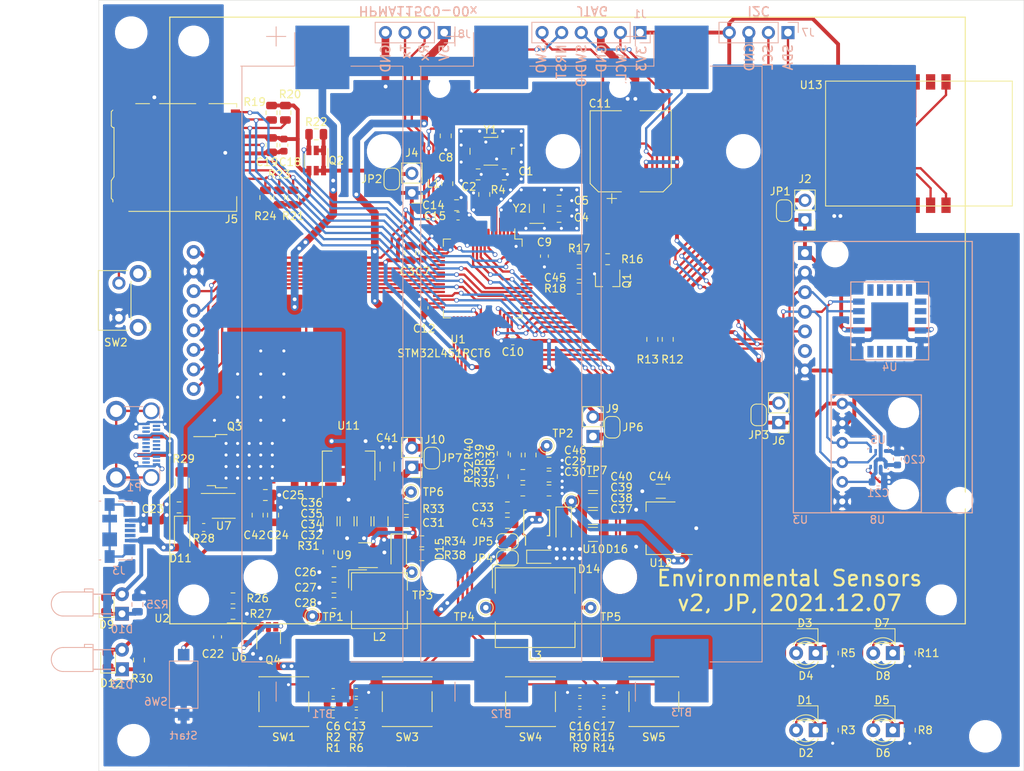
<source format=kicad_pcb>
(kicad_pcb (version 20171130) (host pcbnew "(5.1.5)-3")
  (layers (0 F.Cu signal) (31 B.Cu signal) (34 B.Paste user) (35 F.Paste user) (36 B.SilkS user) (37 F.SilkS user) (38 B.Mask user) (39 F.Mask user) (44 Edge.Cuts user))
  (net 0 "")
  (net 1 -BATT)
  (net 2 +BATT)
  (net 3 GND)
  (net 4 "Net-(C1-Pad1)")
  (net 5 "Net-(C2-Pad1)")
  (net 6 +3V3)
  (net 7 "Net-(C4-Pad1)")
  (net 8 "Net-(C5-Pad1)")
  (net 9 SWITCH_1)
  (net 10 NRST)
  (net 11 SWITCH_2)
  (net 12 +3.3VA)
  (net 13 SWITCH_3)
  (net 14 SWITCH_4)
  (net 15 "Net-(C22-Pad1)")
  (net 16 "Net-(C23-Pad1)")
  (net 17 "Net-(C24-Pad1)")
  (net 18 "Net-(C31-Pad2)")
  (net 19 "Net-(C31-Pad1)")
  (net 20 "Net-(C33-Pad2)")
  (net 21 "Net-(C33-Pad1)")
  (net 22 "Net-(C37-Pad1)")
  (net 23 "Net-(C41-Pad1)")
  (net 24 LED_1)
  (net 25 "Net-(D1-Pad1)")
  (net 26 LED_2)
  (net 27 "Net-(D3-Pad1)")
  (net 28 LED_3)
  (net 29 "Net-(D5-Pad1)")
  (net 30 LED_4)
  (net 31 "Net-(D7-Pad1)")
  (net 32 VBUS)
  (net 33 "Net-(D10-Pad1)")
  (net 34 "Net-(D12-Pad1)")
  (net 35 "Net-(D14-Pad1)")
  (net 36 "Net-(D15-Pad2)")
  (net 37 "Net-(D16-Pad2)")
  (net 38 SWO)
  (net 39 SWDIO)
  (net 40 SWCLK)
  (net 41 "Net-(J2-Pad1)")
  (net 42 "Net-(J3-Pad6)")
  (net 43 "Net-(J3-Pad2)")
  (net 44 "Net-(J3-Pad3)")
  (net 45 "Net-(J3-Pad4)")
  (net 46 "Net-(J4-Pad2)")
  (net 47 "Net-(J5-Pad11)")
  (net 48 SDIO_DATA1)
  (net 49 SDIO_DATA0)
  (net 50 SDIO_CLK)
  (net 51 SDIO_CMD)
  (net 52 SDIO_DATA3)
  (net 53 SDIO_DETECT)
  (net 54 SDIO_DATA2)
  (net 55 HPMA_TX)
  (net 56 HPMA_RX)
  (net 57 +5V)
  (net 58 "Net-(JP4-Pad2)")
  (net 59 "Net-(Q1-Pad3)")
  (net 60 BATTERY_MEASURE_ENABLE)
  (net 61 SDIO_POWER_ENABLE)
  (net 62 "Net-(Q3-Pad3)")
  (net 63 "Net-(Q3-Pad1)")
  (net 64 "Net-(Q4-Pad6)")
  (net 65 "Net-(Q4-Pad2)")
  (net 66 "Net-(Q4-Pad4)")
  (net 67 "Net-(R1-Pad2)")
  (net 68 "Net-(R4-Pad1)")
  (net 69 "Net-(R6-Pad2)")
  (net 70 "Net-(R10-Pad2)")
  (net 71 SCL)
  (net 72 SDA)
  (net 73 "Net-(R14-Pad2)")
  (net 74 BATTERY_MEASURE_INPUT)
  (net 75 "Net-(R27-Pad1)")
  (net 76 "Net-(R28-Pad1)")
  (net 77 "Net-(R30-Pad2)")
  (net 78 POWER_5V_ENABLE)
  (net 79 "Net-(R32-Pad1)")
  (net 80 "Net-(R34-Pad2)")
  (net 81 "Net-(R35-Pad2)")
  (net 82 "Net-(R37-Pad2)")
  (net 83 "Net-(U1-Pad59)")
  (net 84 "Net-(U1-Pad56)")
  (net 85 "Net-(U1-Pad50)")
  (net 86 "Net-(U1-Pad22)")
  (net 87 "Net-(U1-Pad20)")
  (net 88 "Net-(U1-Pad15)")
  (net 89 "Net-(U1-Pad14)")
  (net 90 "Net-(U1-Pad2)")
  (net 91 E_INK_BUSY)
  (net 92 E_INK_RESET)
  (net 93 E_INK_SELECT)
  (net 94 SCK)
  (net 95 MOSI)
  (net 96 "Net-(U3-Pad6)")
  (net 97 SCD30_READY)
  (net 98 "Net-(P1-PadS1)")
  (net 99 "Net-(P1-PadB5)")
  (net 100 "Net-(P1-PadA7)")
  (net 101 "Net-(P1-PadA6)")
  (net 102 "Net-(P1-PadA5)")
  (net 103 "Net-(C44-Pad1)")
  (net 104 "Net-(R32-Pad2)")
  (net 105 /SD_3V3)
  (net 106 /VBAT)
  (net 107 "Net-(U1-Pad38)")
  (net 108 "Net-(U1-Pad37)")
  (net 109 WFI_TX)
  (net 110 WIFI_RX)
  (net 111 "Net-(U13-Pad14)")
  (net 112 "Net-(U13-Pad13)")
  (net 113 "Net-(U13-Pad12)")
  (net 114 "Net-(U13-Pad11)")
  (net 115 "Net-(U13-Pad10)")
  (net 116 "Net-(U13-Pad7)")
  (net 117 "Net-(U13-Pad6)")
  (net 118 "Net-(U13-Pad5)")
  (net 119 "Net-(U13-Pad4)")
  (net 120 WIFI_ENABLE)
  (net 121 "Net-(U13-Pad2)")
  (net 122 WIFI_RESET)
  (net 123 /BMP280_VCC)
  (net 124 E_INK_DC)
  (module Connector_PinSocket_2.54mm:PinSocket_1x04_P2.54mm_Vertical (layer B.Cu) (at 139.4 54.2 90)
    (fp_text reference J7 (at 0 2.6) (layer B.SilkS) (effects (justify mirror)))
    (fp_text value I2C)
    (pad 4 thru_hole oval (at 0 -7.62 90) (size 1.7 1.7) (drill 1) (layers *.Cu *.Mask) (net 6 +3V3))
    (pad 3 thru_hole oval (at 0 -5.08 90) (size 1.7 1.7) (drill 1) (layers *.Cu *.Mask) (net 3 GND))
    (pad 2 thru_hole oval (at 0 -2.54 90) (size 1.7 1.7) (drill 1) (layers *.Cu *.Mask) (net 71 SCL))
    (pad 1 thru_hole rect (at 0 0 90) (size 1.7 1.7) (drill 1) (layers *.Cu *.Mask) (net 72 SDA))
  )
  (module JPConnectors:BatteryHolder_Keystone_1042_1x18650 (layer B.Cu) (at 125.6 97.2 270)
    (fp_text reference BT3 (at 45.2 0) (layer B.SilkS) (effects (justify mirror)))
    (fp_text value Li-Ion)
    (pad "" np_thru_hole circle (at -35.93 8 270) (size 1.8 1.8) (drill 1.8) (layers *.Cu *.Mask))
    (pad "" np_thru_hole circle (at -27.6 -8 270) (size 3.45 3.45) (drill 3.45) (layers *.Cu *.Mask))
    (pad "" np_thru_hole circle (at 27.6 8 270) (size 3.45 3.45) (drill 3.45) (layers *.Cu *.Mask))
    (pad 2 smd rect (at 39.78 0 270) (size 8.24 7) (layers B.Cu B.Paste B.Mask) (net 1 -BATT))
    (pad 1 smd rect (at -39.78 0 270) (size 8.24 7) (layers B.Cu B.Paste B.Mask) (net 2 +BATT))
  )
  (module JPComms:ESP-12S (layer F.Cu) (at 144.4 60.6 270)
    (fp_text reference U13 (at 0.4 2 180) (layer F.SilkS))
    (fp_text value ESP-12S)
    (pad 16 smd rect (at 16 -15.5 270) (size 2 1.2) (layers F.Cu F.Paste F.Mask) (net 109 WFI_TX))
    (pad 15 smd rect (at 16 -13.5 270) (size 2 1.2) (layers F.Cu F.Paste F.Mask) (net 110 WIFI_RX))
    (pad 14 smd rect (at 16 -11.5 270) (size 2 1.2) (layers F.Cu F.Paste F.Mask) (net 111 "Net-(U13-Pad14)"))
    (pad 13 smd rect (at 16 -9.5 270) (size 2 1.2) (layers F.Cu F.Paste F.Mask) (net 112 "Net-(U13-Pad13)"))
    (pad 12 smd rect (at 16 -7.5 270) (size 2 1.2) (layers F.Cu F.Paste F.Mask) (net 113 "Net-(U13-Pad12)"))
    (pad 11 smd rect (at 16 -5.5 270) (size 2 1.2) (layers F.Cu F.Paste F.Mask) (net 114 "Net-(U13-Pad11)"))
    (pad 10 smd rect (at 16 -3.5 270) (size 2 1.2) (layers F.Cu F.Paste F.Mask) (net 115 "Net-(U13-Pad10)"))
    (pad 9 smd rect (at 16 -1.5 270) (size 2 1.2) (layers F.Cu F.Paste F.Mask) (net 3 GND))
    (pad 8 smd rect (at 0 -1.5 270) (size 2 1.2) (layers F.Cu F.Paste F.Mask) (net 6 +3V3))
    (pad 7 smd rect (at 0 -3.5 270) (size 2 1.2) (layers F.Cu F.Paste F.Mask) (net 116 "Net-(U13-Pad7)"))
    (pad 6 smd rect (at 0 -5.5 270) (size 2 1.2) (layers F.Cu F.Paste F.Mask) (net 117 "Net-(U13-Pad6)"))
    (pad 5 smd rect (at 0 -7.5 270) (size 2 1.2) (layers F.Cu F.Paste F.Mask) (net 118 "Net-(U13-Pad5)"))
    (pad 4 smd rect (at 0 -9.5 270) (size 2 1.2) (layers F.Cu F.Paste F.Mask) (net 119 "Net-(U13-Pad4)"))
    (pad 3 smd rect (at 0 -11.5 270) (size 2 1.2) (layers F.Cu F.Paste F.Mask) (net 120 WIFI_ENABLE))
    (pad 2 smd rect (at 0 -13.5 270) (size 2 1.2) (layers F.Cu F.Paste F.Mask) (net 121 "Net-(U13-Pad2)"))
    (pad 1 smd rect (at 0 -15.5 270) (size 2 1.2) (layers F.Cu F.Paste F.Mask) (net 122 WIFI_RESET))
  )
  (module JPDisplays:4.2inch_E-Ink (layer F.Cu) (at 59.3 130.8)
    (fp_text reference U2 (at -1.1 -0.6) (layer F.SilkS))
    (fp_text value E-Ink_Waveshare_4.2)
    (pad "" np_thru_hole circle (at 100 -3) (size 3 3) (drill 3) (layers *.Cu *.Mask))
    (pad "" np_thru_hole circle (at 100 -75.5) (size 3 3) (drill 3) (layers *.Cu *.Mask))
    (pad "" np_thru_hole circle (at 3 -75.5) (size 3 3) (drill 3) (layers *.Cu *.Mask))
    (pad "" np_thru_hole circle (at 3 -3) (size 3 3) (drill 3) (layers *.Cu *.Mask))
    (pad 8 thru_hole circle (at 3 -30.36) (size 1.8 1.8) (drill 1) (layers *.Cu *.Mask) (net 91 E_INK_BUSY))
    (pad 7 thru_hole circle (at 3 -32.9) (size 1.8 1.8) (drill 1) (layers *.Cu *.Mask) (net 92 E_INK_RESET))
    (pad 6 thru_hole circle (at 3 -35.44) (size 1.8 1.8) (drill 1) (layers *.Cu *.Mask) (net 124 E_INK_DC))
    (pad 5 thru_hole circle (at 3 -37.98) (size 1.8 1.8) (drill 1) (layers *.Cu *.Mask) (net 93 E_INK_SELECT))
    (pad 4 thru_hole circle (at 3 -40.52) (size 1.8 1.8) (drill 1) (layers *.Cu *.Mask) (net 94 SCK))
    (pad 3 thru_hole circle (at 3 -43.06) (size 1.8 1.8) (drill 1) (layers *.Cu *.Mask) (net 95 MOSI))
    (pad 2 thru_hole circle (at 3 -45.6) (size 1.8 1.8) (drill 1) (layers *.Cu *.Mask) (net 3 GND))
    (pad 1 thru_hole circle (at 3 -48.14) (size 1.8 1.8) (drill 1) (layers *.Cu *.Mask) (net 6 +3V3))
  )
  (module Button_Switch_SMD:SW_SPST_CK_RS282G05A3 (layer B.Cu) (at 61 138.8 270)
    (fp_text reference SW6 (at 2.2 3.6 180) (layer B.SilkS) (effects (justify mirror)))
    (fp_text value Start)
    (pad 2 smd rect (at 3.9 0 270) (size 1.5 1.5) (layers B.Cu B.Paste B.Mask) (net 3 GND))
    (pad 1 smd rect (at -3.9 0 270) (size 1.5 1.5) (layers B.Cu B.Paste B.Mask) (net 1 -BATT))
  )
  (module Connector_Card:microSD_HC_Hirose_DM3AT-SF-PEJM5 (layer F.Cu) (at 60 70.4 270)
    (fp_text reference J5 (at 8 -7.2 180) (layer F.SilkS))
    (fp_text value Micro_SD_Card_Det)
    (pad 11 smd rect (at 6.675 7.375 270) (size 1.3 1.9) (layers F.Cu F.Paste F.Mask) (net 47 "Net-(J5-Pad11)"))
    (pad 11 smd rect (at -6.825 6.925 270) (size 1 2.8) (layers F.Cu F.Paste F.Mask) (net 47 "Net-(J5-Pad11)"))
    (pad 10 smd rect (at -6.825 2.775 270) (size 1 0.8) (layers F.Cu F.Paste F.Mask) (net 3 GND))
    (pad 11 smd rect (at -6.825 -3.425 270) (size 1 1.2) (layers F.Cu F.Paste F.Mask) (net 47 "Net-(J5-Pad11)"))
    (pad 11 smd rect (at 4.325 -7.725 270) (size 1 1.2) (layers F.Cu F.Paste F.Mask) (net 47 "Net-(J5-Pad11)"))
    (pad 7 smd rect (at -3.825 -7.725 270) (size 0.7 1.2) (layers F.Cu F.Paste F.Mask) (net 49 SDIO_DATA0))
    (pad 6 smd rect (at -2.725 -7.725 270) (size 0.7 1.2) (layers F.Cu F.Paste F.Mask) (net 105 /SD_3V3))
    (pad 5 smd rect (at -1.625 -7.725 270) (size 0.7 1.2) (layers F.Cu F.Paste F.Mask) (net 50 SDIO_CLK))
    (pad 4 smd rect (at -0.525 -7.725 270) (size 0.7 1.2) (layers F.Cu F.Paste F.Mask) (net 3 GND))
    (pad 3 smd rect (at 0.575 -7.725 270) (size 0.7 1.2) (layers F.Cu F.Paste F.Mask) (net 51 SDIO_CMD))
    (pad 2 smd rect (at 1.675 -7.725 270) (size 0.7 1.2) (layers F.Cu F.Paste F.Mask) (net 52 SDIO_DATA3))
    (pad 1 smd rect (at 2.775 -7.725 270) (size 0.7 1.2) (layers F.Cu F.Paste F.Mask) (net 54 SDIO_DATA2))
    (pad 8 smd rect (at -4.925 -7.725 270) (size 0.7 1.2) (layers F.Cu F.Paste F.Mask) (net 48 SDIO_DATA1))
    (pad 9 smd rect (at -5.875 -7.725 270) (size 0.7 1.2) (layers F.Cu F.Paste F.Mask) (net 53 SDIO_DETECT))
  )
  (module Package_TO_SOT_SMD:TSOT-23-6 (layer F.Cu) (at 72 132.6 90)
    (fp_text reference Q4 (at -3 0.6 180) (layer F.SilkS))
    (fp_text value AO6804A)
    (pad 6 smd rect (at 1.31 -0.95 90) (size 1.22 0.65) (layers F.Cu F.Paste F.Mask) (net 64 "Net-(Q4-Pad6)"))
    (pad 5 smd rect (at 1.31 0 90) (size 1.22 0.65) (layers F.Cu F.Paste F.Mask) (net 65 "Net-(Q4-Pad2)"))
    (pad 4 smd rect (at 1.31 0.95 90) (size 1.22 0.65) (layers F.Cu F.Paste F.Mask) (net 66 "Net-(Q4-Pad4)"))
    (pad 3 smd rect (at -1.31 0.95 90) (size 1.22 0.65) (layers F.Cu F.Paste F.Mask) (net 1 -BATT))
    (pad 2 smd rect (at -1.31 0 90) (size 1.22 0.65) (layers F.Cu F.Paste F.Mask) (net 65 "Net-(Q4-Pad2)"))
    (pad 1 smd rect (at -1.31 -0.95 90) (size 1.22 0.65) (layers F.Cu F.Paste F.Mask) (net 3 GND))
  )
  (module Package_TO_SOT_SMD:TSOT-23-6 (layer F.Cu) (at 78.2 70.8 270)
    (fp_text reference Q2 (at 0 -2.6 180) (layer F.SilkS))
    (fp_text value Si3407DV)
    (pad 6 smd rect (at 1.31 -0.95 270) (size 1.22 0.65) (layers F.Cu F.Paste F.Mask) (net 46 "Net-(J4-Pad2)"))
    (pad 5 smd rect (at 1.31 0 270) (size 1.22 0.65) (layers F.Cu F.Paste F.Mask) (net 46 "Net-(J4-Pad2)"))
    (pad 4 smd rect (at 1.31 0.95 270) (size 1.22 0.65) (layers F.Cu F.Paste F.Mask) (net 105 /SD_3V3))
    (pad 3 smd rect (at -1.31 0.95 270) (size 1.22 0.65) (layers F.Cu F.Paste F.Mask) (net 61 SDIO_POWER_ENABLE))
    (pad 2 smd rect (at -1.31 0 270) (size 1.22 0.65) (layers F.Cu F.Paste F.Mask) (net 46 "Net-(J4-Pad2)"))
    (pad 1 smd rect (at -1.31 -0.95 270) (size 1.22 0.65) (layers F.Cu F.Paste F.Mask) (net 46 "Net-(J4-Pad2)"))
  )
  (module Package_TO_SOT_SMD:SOT-23 (layer F.Cu) (at 116 86.4 270)
    (fp_text reference Q1 (at 0 -2.5 90) (layer F.SilkS))
    (fp_text value IRLML2502)
    (pad 3 smd rect (at 1 0 270) (size 0.9 0.8) (layers F.Cu F.Paste F.Mask) (net 59 "Net-(Q1-Pad3)"))
    (pad 2 smd rect (at -1 0.95 270) (size 0.9 0.8) (layers F.Cu F.Paste F.Mask) (net 3 GND))
    (pad 1 smd rect (at -1 -0.95 270) (size 0.9 0.8) (layers F.Cu F.Paste F.Mask) (net 60 BATTERY_MEASURE_ENABLE))
  )
  (module Resistor_SMD:R_0603_1608Metric (layer F.Cu) (at 63.6 118.4 180)
    (fp_text reference R28 (at 0 -1.43) (layer F.SilkS))
    (fp_text value 100k)
    (pad 2 smd roundrect (at 0.7875 0 180) (size 0.875 0.95) (layers F.Cu F.Paste F.Mask) (net 16 "Net-(C23-Pad1)"))
    (pad 1 smd roundrect (at -0.7875 0 180) (size 0.875 0.95) (layers F.Cu F.Paste F.Mask) (net 76 "Net-(R28-Pad1)"))
  )
  (module Resistor_SMD:R_0805_2012Metric (layer F.Cu) (at 102.4 108.8 90)
    (fp_text reference R40 (at 0.6 -4.4 90) (layer F.SilkS))
    (fp_text value 30k)
    (pad 2 smd roundrect (at 0.9375 0 90) (size 0.975 1.4) (layers F.Cu F.Paste F.Mask) (net 3 GND))
    (pad 1 smd roundrect (at -0.9375 0 90) (size 0.975 1.4) (layers F.Cu F.Paste F.Mask) (net 104 "Net-(R32-Pad2)"))
  )
  (module Diode_SMD:D_SOD-323_HandSoldering (layer F.Cu) (at 107.4 122.2)
    (fp_text reference D14 (at 6.2 1.6) (layer F.SilkS))
    (fp_text value PMEG2010AEJ)
    (pad 2 smd rect (at 1.25 0) (size 1 1) (layers F.Cu F.Paste F.Mask) (net 3 GND))
    (pad 1 smd rect (at -1.25 0) (size 1 1) (layers F.Cu F.Paste F.Mask) (net 35 "Net-(D14-Pad1)"))
  )
  (module JPConnectors:BatteryHolder_Keystone_1042_1x18650 (layer B.Cu) (at 79 97.2 270)
    (fp_text reference BT1 (at 45.4 0) (layer B.SilkS) (effects (justify mirror)))
    (fp_text value Li-Ion)
    (pad "" np_thru_hole circle (at -35.93 8 270) (size 1.8 1.8) (drill 1.8) (layers *.Cu *.Mask))
    (pad "" np_thru_hole circle (at -27.6 -8 270) (size 3.45 3.45) (drill 3.45) (layers *.Cu *.Mask))
    (pad "" np_thru_hole circle (at 27.6 8 270) (size 3.45 3.45) (drill 3.45) (layers *.Cu *.Mask))
    (pad 2 smd rect (at 39.78 0 270) (size 8.24 7) (layers B.Cu B.Paste B.Mask) (net 1 -BATT))
    (pad 1 smd rect (at -39.78 0 270) (size 8.24 7) (layers B.Cu B.Paste B.Mask) (net 2 +BATT))
  )
  (module JPSensors:SCD30 (layer B.Cu) (at 141.6 82.8)
    (fp_text reference U3 (at -0.6 34.6) (layer B.SilkS) (effects (justify mirror)))
    (fp_text value SCD30)
    (pad 7 thru_hole circle (at 0 15.24) (size 1.8 1.8) (drill 1) (layers *.Cu *.Mask) (net 3 GND))
    (pad "" np_thru_hole circle (at 20.1 32.1) (size 2.5 2.5) (drill 2.5) (layers *.Cu *.Mask))
    (pad "" np_thru_hole circle (at 3.9 0.1) (size 2.5 2.5) (drill 2.5) (layers *.Cu *.Mask))
    (pad 6 thru_hole circle (at 0 12.7) (size 1.8 1.8) (drill 1) (layers *.Cu *.Mask) (net 96 "Net-(U3-Pad6)"))
    (pad 5 thru_hole circle (at 0 10.16) (size 1.8 1.8) (drill 1) (layers *.Cu *.Mask) (net 97 SCD30_READY))
    (pad 4 thru_hole circle (at 0 7.62) (size 1.8 1.8) (drill 1) (layers *.Cu *.Mask) (net 72 SDA))
    (pad 3 thru_hole circle (at 0 5.08) (size 1.8 1.8) (drill 1) (layers *.Cu *.Mask) (net 71 SCL))
    (pad 2 thru_hole circle (at 0 2.54) (size 1.8 1.8) (drill 1) (layers *.Cu *.Mask) (net 3 GND))
    (pad 1 thru_hole rect (at 0 0) (size 1.8 1.8) (drill 1) (layers *.Cu *.Mask) (net 41 "Net-(J2-Pad1)"))
  )
  (module Capacitor_SMD:C_0805_2012Metric (layer F.Cu) (at 108.4 110)
    (fp_text reference C46 (at 3.4 -1.6) (layer F.SilkS))
    (fp_text value 10u)
    (pad 2 smd roundrect (at 0.9375 0) (size 0.975 1.4) (layers F.Cu F.Paste F.Mask) (net 3 GND))
    (pad 1 smd roundrect (at -0.9375 0) (size 0.975 1.4) (layers F.Cu F.Paste F.Mask) (net 2 +BATT))
  )
  (module Capacitor_SMD:C_0805_2012Metric (layer F.Cu) (at 112.3 85.5)
    (fp_text reference C45 (at -3.1 0.5) (layer F.SilkS))
    (fp_text value 100n)
    (pad 2 smd roundrect (at 0.9375 0) (size 0.975 1.4) (layers F.Cu F.Paste F.Mask) (net 3 GND))
    (pad 1 smd roundrect (at -0.9375 0) (size 0.975 1.4) (layers F.Cu F.Paste F.Mask) (net 74 BATTERY_MEASURE_INPUT))
  )
  (module Resistor_SMD:R_0805_2012Metric (layer F.Cu) (at 72.4 64.6 90)
    (fp_text reference R19 (at 1.4 -2.2 180) (layer F.SilkS))
    (fp_text value 33k)
    (pad 2 smd roundrect (at 0.9375 0 90) (size 0.975 1.4) (layers F.Cu F.Paste F.Mask) (net 105 /SD_3V3))
    (pad 1 smd roundrect (at -0.9375 0 90) (size 0.975 1.4) (layers F.Cu F.Paste F.Mask) (net 48 SDIO_DATA1))
  )
  (module Connector_PinHeader_2.54mm:PinHeader_1x04_P2.54mm_Vertical (layer B.Cu) (at 94.8 54.2 90)
    (fp_text reference J8 (at -0.2 2.6 180) (layer B.SilkS) (effects (justify mirror)))
    (fp_text value HPMA115C0-003)
    (pad 4 thru_hole oval (at 0 -7.62 90) (size 1.7 1.7) (drill 1) (layers *.Cu *.Mask) (net 3 GND))
    (pad 3 thru_hole oval (at 0 -5.08 90) (size 1.7 1.7) (drill 1) (layers *.Cu *.Mask) (net 55 HPMA_TX))
    (pad 2 thru_hole oval (at 0 -2.54 90) (size 1.7 1.7) (drill 1) (layers *.Cu *.Mask) (net 56 HPMA_RX))
    (pad 1 thru_hole rect (at 0 0 90) (size 1.7 1.7) (drill 1) (layers *.Cu *.Mask) (net 57 +5V))
  )
  (module Connector_PinHeader_2.54mm:PinHeader_1x06_P2.54mm_Vertical (layer B.Cu) (at 120.2 54.2 90)
    (fp_text reference J1 (at 2.4 0 180) (layer B.SilkS) (effects (justify mirror)))
    (fp_text value JTAG)
    (pad 6 thru_hole oval (at 0 -12.7 90) (size 1.7 1.7) (drill 1) (layers *.Cu *.Mask) (net 38 SWO))
    (pad 5 thru_hole oval (at 0 -10.16 90) (size 1.7 1.7) (drill 1) (layers *.Cu *.Mask) (net 10 NRST))
    (pad 4 thru_hole oval (at 0 -7.62 90) (size 1.7 1.7) (drill 1) (layers *.Cu *.Mask) (net 39 SWDIO))
    (pad 3 thru_hole oval (at 0 -5.08 90) (size 1.7 1.7) (drill 1) (layers *.Cu *.Mask) (net 3 GND))
    (pad 2 thru_hole oval (at 0 -2.54 90) (size 1.7 1.7) (drill 1) (layers *.Cu *.Mask) (net 40 SWCLK))
    (pad 1 thru_hole rect (at 0 0 90) (size 1.7 1.7) (drill 1) (layers *.Cu *.Mask) (net 6 +3V3))
  )
  (module Capacitor_SMD:C_1206_3216Metric (layer F.Cu) (at 122.9 113.7 180)
    (fp_text reference C44 (at 0.1 1.9) (layer F.SilkS))
    (fp_text value 22u)
    (pad 2 smd roundrect (at 1.4 0 180) (size 1.25 1.75) (layers F.Cu F.Paste F.Mask) (roundrect_rratio 0.2) (net 3 GND))
    (pad 1 smd roundrect (at -1.4 0 180) (size 1.25 1.75) (layers F.Cu F.Paste F.Mask) (roundrect_rratio 0.2) (net 103 "Net-(C44-Pad1)"))
  )
  (module Jumper:SolderJumper-2_P1.3mm_Bridged_RoundedPad1.0x1.5mm (layer F.Cu) (at 103 122.4)
    (fp_text reference JP4 (at -3.2 0) (layer F.SilkS))
    (fp_text value NC)
    (fp_poly (pts (xy 0.25 -0.3) (xy -0.25 -0.3) (xy -0.25 0.3) (xy 0.25 0.3)) (layer F.Cu) (width 0))
    (pad 1 smd custom (at -0.65 0) (size 1 0.5) (layers F.Cu F.Mask) (net 2 +BATT) (options (clearance outline) (anchor rect)) (primitives (gr_circle (center 0 0.25) (end 0.5 0.25) (width 0)) (gr_circle (center 0 -0.25) (end 0.5 -0.25) (width 0)) (gr_poly (pts (xy 0 -0.75) (xy 0.5 -0.75) (xy 0.5 0.75) (xy 0 0.75)) (width 0))))
    (pad 2 smd custom (at 0.65 0) (size 1 0.5) (layers F.Cu F.Mask) (net 58 "Net-(JP4-Pad2)") (options (clearance outline) (anchor rect)) (primitives (gr_circle (center 0 0.25) (end 0.5 0.25) (width 0)) (gr_circle (center 0 -0.25) (end 0.5 -0.25) (width 0)) (gr_poly (pts (xy 0 -0.75) (xy -0.5 -0.75) (xy -0.5 0.75) (xy 0 0.75)) (width 0))))
  )
  (module Package_QFP:LQFP-64_10x10mm_P0.5mm (layer F.Cu) (at 99.8 86.1 270)
    (fp_text reference U1 (at 7.9 3.2 180) (layer F.SilkS))
    (fp_text value STM32L451RCT6)
    (pad 64 smd roundrect (at -3.75 -5.675 270) (size 0.3 1.55) (layers F.Cu F.Paste F.Mask) (net 6 +3V3))
    (pad 63 smd roundrect (at -3.25 -5.675 270) (size 0.3 1.55) (layers F.Cu F.Paste F.Mask) (net 3 GND))
    (pad 62 smd roundrect (at -2.75 -5.675 270) (size 0.3 1.55) (layers F.Cu F.Paste F.Mask) (net 61 SDIO_POWER_ENABLE))
    (pad 61 smd roundrect (at -2.25 -5.675 270) (size 0.3 1.55) (layers F.Cu F.Paste F.Mask) (net 53 SDIO_DETECT))
    (pad 60 smd roundrect (at -1.75 -5.675 270) (size 0.3 1.55) (layers F.Cu F.Paste F.Mask) (net 3 GND))
    (pad 59 smd roundrect (at -1.25 -5.675 270) (size 0.3 1.55) (layers F.Cu F.Paste F.Mask) (net 83 "Net-(U1-Pad59)"))
    (pad 58 smd roundrect (at -0.75 -5.675 270) (size 0.3 1.55) (layers F.Cu F.Paste F.Mask) (net 74 BATTERY_MEASURE_INPUT))
    (pad 57 smd roundrect (at -0.25 -5.675 270) (size 0.3 1.55) (layers F.Cu F.Paste F.Mask) (net 60 BATTERY_MEASURE_ENABLE))
    (pad 56 smd roundrect (at 0.25 -5.675 270) (size 0.3 1.55) (layers F.Cu F.Paste F.Mask) (net 84 "Net-(U1-Pad56)"))
    (pad 55 smd roundrect (at 0.75 -5.675 270) (size 0.3 1.55) (layers F.Cu F.Paste F.Mask) (net 38 SWO))
    (pad 54 smd roundrect (at 1.25 -5.675 270) (size 0.3 1.55) (layers F.Cu F.Paste F.Mask) (net 51 SDIO_CMD))
    (pad 53 smd roundrect (at 1.75 -5.675 270) (size 0.3 1.55) (layers F.Cu F.Paste F.Mask) (net 50 SDIO_CLK))
    (pad 52 smd roundrect (at 2.25 -5.675 270) (size 0.3 1.55) (layers F.Cu F.Paste F.Mask) (net 52 SDIO_DATA3))
    (pad 51 smd roundrect (at 2.75 -5.675 270) (size 0.3 1.55) (layers F.Cu F.Paste F.Mask) (net 54 SDIO_DATA2))
    (pad 50 smd roundrect (at 3.25 -5.675 270) (size 0.3 1.55) (layers F.Cu F.Paste F.Mask) (net 85 "Net-(U1-Pad50)"))
    (pad 49 smd roundrect (at 3.75 -5.675 270) (size 0.3 1.55) (layers F.Cu F.Paste F.Mask) (net 40 SWCLK))
    (pad 48 smd roundrect (at 5.675 -3.75 270) (size 1.55 0.3) (layers F.Cu F.Paste F.Mask) (net 6 +3V3))
    (pad 47 smd roundrect (at 5.675 -3.25 270) (size 1.55 0.3) (layers F.Cu F.Paste F.Mask) (net 3 GND))
    (pad 46 smd roundrect (at 5.675 -2.75 270) (size 1.55 0.3) (layers F.Cu F.Paste F.Mask) (net 39 SWDIO))
    (pad 45 smd roundrect (at 5.675 -2.25 270) (size 1.55 0.3) (layers F.Cu F.Paste F.Mask) (net 120 WIFI_ENABLE))
    (pad 44 smd roundrect (at 5.675 -1.75 270) (size 1.55 0.3) (layers F.Cu F.Paste F.Mask) (net 122 WIFI_RESET))
    (pad 43 smd roundrect (at 5.675 -1.25 270) (size 1.55 0.3) (layers F.Cu F.Paste F.Mask) (net 72 SDA))
    (pad 42 smd roundrect (at 5.675 -0.75 270) (size 1.55 0.3) (layers F.Cu F.Paste F.Mask) (net 71 SCL))
    (pad 41 smd roundrect (at 5.675 -0.25 270) (size 1.55 0.3) (layers F.Cu F.Paste F.Mask) (net 97 SCD30_READY))
    (pad 40 smd roundrect (at 5.675 0.25 270) (size 1.55 0.3) (layers F.Cu F.Paste F.Mask) (net 48 SDIO_DATA1))
    (pad 39 smd roundrect (at 5.675 0.75 270) (size 1.55 0.3) (layers F.Cu F.Paste F.Mask) (net 49 SDIO_DATA0))
    (pad 38 smd roundrect (at 5.675 1.25 270) (size 1.55 0.3) (layers F.Cu F.Paste F.Mask) (net 107 "Net-(U1-Pad38)"))
    (pad 37 smd roundrect (at 5.675 1.75 270) (size 1.55 0.3) (layers F.Cu F.Paste F.Mask) (net 108 "Net-(U1-Pad37)"))
    (pad 36 smd roundrect (at 5.675 2.25 270) (size 1.55 0.3) (layers F.Cu F.Paste F.Mask) (net 14 SWITCH_4))
    (pad 35 smd roundrect (at 5.675 2.75 270) (size 1.55 0.3) (layers F.Cu F.Paste F.Mask) (net 13 SWITCH_3))
    (pad 34 smd roundrect (at 5.675 3.25 270) (size 1.55 0.3) (layers F.Cu F.Paste F.Mask) (net 11 SWITCH_2))
    (pad 33 smd roundrect (at 5.675 3.75 270) (size 1.55 0.3) (layers F.Cu F.Paste F.Mask) (net 9 SWITCH_1))
    (pad 32 smd roundrect (at 3.75 5.675 270) (size 0.3 1.55) (layers F.Cu F.Paste F.Mask) (net 6 +3V3))
    (pad 31 smd roundrect (at 3.25 5.675 270) (size 0.3 1.55) (layers F.Cu F.Paste F.Mask) (net 3 GND))
    (pad 30 smd roundrect (at 2.75 5.675 270) (size 0.3 1.55) (layers F.Cu F.Paste F.Mask) (net 109 WFI_TX))
    (pad 29 smd roundrect (at 2.25 5.675 270) (size 0.3 1.55) (layers F.Cu F.Paste F.Mask) (net 110 WIFI_RX))
    (pad 28 smd roundrect (at 1.75 5.675 270) (size 0.3 1.55) (layers F.Cu F.Paste F.Mask) (net 78 POWER_5V_ENABLE))
    (pad 27 smd roundrect (at 1.25 5.675 270) (size 0.3 1.55) (layers F.Cu F.Paste F.Mask) (net 91 E_INK_BUSY))
    (pad 26 smd roundrect (at 0.75 5.675 270) (size 0.3 1.55) (layers F.Cu F.Paste F.Mask) (net 92 E_INK_RESET))
    (pad 25 smd roundrect (at 0.25 5.675 270) (size 0.3 1.55) (layers F.Cu F.Paste F.Mask) (net 124 E_INK_DC))
    (pad 24 smd roundrect (at -0.25 5.675 270) (size 0.3 1.55) (layers F.Cu F.Paste F.Mask) (net 93 E_INK_SELECT))
    (pad 23 smd roundrect (at -0.75 5.675 270) (size 0.3 1.55) (layers F.Cu F.Paste F.Mask) (net 95 MOSI))
    (pad 22 smd roundrect (at -1.25 5.675 270) (size 0.3 1.55) (layers F.Cu F.Paste F.Mask) (net 86 "Net-(U1-Pad22)"))
    (pad 21 smd roundrect (at -1.75 5.675 270) (size 0.3 1.55) (layers F.Cu F.Paste F.Mask) (net 94 SCK))
    (pad 20 smd roundrect (at -2.25 5.675 270) (size 0.3 1.55) (layers F.Cu F.Paste F.Mask) (net 87 "Net-(U1-Pad20)"))
    (pad 19 smd roundrect (at -2.75 5.675 270) (size 0.3 1.55) (layers F.Cu F.Paste F.Mask) (net 6 +3V3))
    (pad 18 smd roundrect (at -3.25 5.675 270) (size 0.3 1.55) (layers F.Cu F.Paste F.Mask) (net 3 GND))
    (pad 17 smd roundrect (at -3.75 5.675 270) (size 0.3 1.55) (layers F.Cu F.Paste F.Mask) (net 55 HPMA_TX))
    (pad 16 smd roundrect (at -5.675 3.75 270) (size 1.55 0.3) (layers F.Cu F.Paste F.Mask) (net 56 HPMA_RX))
    (pad 15 smd roundrect (at -5.675 3.25 270) (size 1.55 0.3) (layers F.Cu F.Paste F.Mask) (net 88 "Net-(U1-Pad15)"))
    (pad 14 smd roundrect (at -5.675 2.75 270) (size 1.55 0.3) (layers F.Cu F.Paste F.Mask) (net 89 "Net-(U1-Pad14)"))
    (pad 13 smd roundrect (at -5.675 2.25 270) (size 1.55 0.3) (layers F.Cu F.Paste F.Mask) (net 12 +3.3VA))
    (pad 12 smd roundrect (at -5.675 1.75 270) (size 1.55 0.3) (layers F.Cu F.Paste F.Mask) (net 3 GND))
    (pad 11 smd roundrect (at -5.675 1.25 270) (size 1.55 0.3) (layers F.Cu F.Paste F.Mask) (net 24 LED_1))
    (pad 10 smd roundrect (at -5.675 0.75 270) (size 1.55 0.3) (layers F.Cu F.Paste F.Mask) (net 26 LED_2))
    (pad 9 smd roundrect (at -5.675 0.25 270) (size 1.55 0.3) (layers F.Cu F.Paste F.Mask) (net 28 LED_3))
    (pad 8 smd roundrect (at -5.675 -0.25 270) (size 1.55 0.3) (layers F.Cu F.Paste F.Mask) (net 30 LED_4))
    (pad 7 smd roundrect (at -5.675 -0.75 270) (size 1.55 0.3) (layers F.Cu F.Paste F.Mask) (net 10 NRST))
    (pad 6 smd roundrect (at -5.675 -1.25 270) (size 1.55 0.3) (layers F.Cu F.Paste F.Mask) (net 68 "Net-(R4-Pad1)"))
    (pad 5 smd roundrect (at -5.675 -1.75 270) (size 1.55 0.3) (layers F.Cu F.Paste F.Mask) (net 4 "Net-(C1-Pad1)"))
    (pad 4 smd roundrect (at -5.675 -2.25 270) (size 1.55 0.3) (layers F.Cu F.Paste F.Mask) (net 8 "Net-(C5-Pad1)"))
    (pad 3 smd roundrect (at -5.675 -2.75 270) (size 1.55 0.3) (layers F.Cu F.Paste F.Mask) (net 7 "Net-(C4-Pad1)"))
    (pad 2 smd roundrect (at -5.675 -3.25 270) (size 1.55 0.3) (layers F.Cu F.Paste F.Mask) (net 90 "Net-(U1-Pad2)"))
    (pad 1 smd roundrect (at -5.675 -3.75 270) (size 1.55 0.3) (layers F.Cu F.Paste F.Mask) (net 106 /VBAT))
  )
  (module Connector_USB:USB_Micro-B_Molex_47346-0001 (layer B.Cu) (at 52.6 118.8 90)
    (fp_text reference J3 (at -5.2 0 180) (layer B.SilkS) (effects (justify mirror)))
    (fp_text value USB_B_Micro)
    (pad 6 smd rect (at 1.55 -1.2 90) (size 1 1.9) (layers B.Cu B.Paste B.Mask) (net 42 "Net-(J3-Pad6)"))
    (pad 6 smd rect (at -1.15 -1.2 90) (size 1.8 1.9) (layers B.Cu B.Paste B.Mask) (net 42 "Net-(J3-Pad6)"))
    (pad 6 smd rect (at 3.375 -1.2 90) (size 1.65 1.3) (layers B.Cu B.Paste B.Mask) (net 42 "Net-(J3-Pad6)"))
    (pad 6 smd rect (at -3.375 -1.2 90) (size 1.65 1.3) (layers B.Cu B.Paste B.Mask) (net 42 "Net-(J3-Pad6)"))
    (pad 6 smd rect (at 2.4875 1.375 90) (size 1.425 1.55) (layers B.Cu B.Paste B.Mask) (net 42 "Net-(J3-Pad6)"))
    (pad 6 smd rect (at -2.4875 1.375 90) (size 1.425 1.55) (layers B.Cu B.Paste B.Mask) (net 42 "Net-(J3-Pad6)"))
    (pad 5 smd rect (at 1.3 1.46 90) (size 0.45 1.38) (layers B.Cu B.Paste B.Mask) (net 3 GND))
    (pad 4 smd rect (at 0.65 1.46 90) (size 0.45 1.38) (layers B.Cu B.Paste B.Mask) (net 45 "Net-(J3-Pad4)"))
    (pad 3 smd rect (at 0 1.46 90) (size 0.45 1.38) (layers B.Cu B.Paste B.Mask) (net 44 "Net-(J3-Pad3)"))
    (pad 2 smd rect (at -0.65 1.46 90) (size 0.45 1.38) (layers B.Cu B.Paste B.Mask) (net 43 "Net-(J3-Pad2)"))
    (pad 1 smd rect (at -1.3 1.46 90) (size 0.45 1.38) (layers B.Cu B.Paste B.Mask) (net 32 VBUS))
  )
  (module Capacitor_SMD:C_0603_1608Metric (layer F.Cu) (at 83.4 139.8)
    (fp_text reference C13 (at -0.2 4.4) (layer F.SilkS))
    (fp_text value 100n)
    (pad 2 smd roundrect (at 0.7875 0) (size 0.875 0.95) (layers F.Cu F.Paste F.Mask) (net 3 GND))
    (pad 1 smd roundrect (at -0.7875 0) (size 0.875 0.95) (layers F.Cu F.Paste F.Mask) (net 11 SWITCH_2))
  )
  (module Capacitor_SMD:C_0603_1608Metric (layer F.Cu) (at 92.2 89.9 90)
    (fp_text reference C12 (at -2.7 0 180) (layer F.SilkS))
    (fp_text value 100n)
    (pad 2 smd roundrect (at 0.7875 0 90) (size 0.875 0.95) (layers F.Cu F.Paste F.Mask) (net 3 GND))
    (pad 1 smd roundrect (at -0.7875 0 90) (size 0.875 0.95) (layers F.Cu F.Paste F.Mask) (net 6 +3V3))
  )
  (module LED_THT:LED_D3.0mm_Horizontal_O3.81mm_Z6.0mm (layer B.Cu) (at 53 136.8 90)
    (fp_text reference D13 (at -2 0) (layer B.SilkS) (effects (justify mirror)))
    (fp_text value "CHARGE LED")
    (pad 2 thru_hole circle (at 2.54 0 90) (size 1.8 1.8) (drill 0.9) (layers *.Cu *.Mask) (net 16 "Net-(C23-Pad1)"))
    (pad 1 thru_hole rect (at 0 0 90) (size 1.8 1.8) (drill 0.9) (layers *.Cu *.Mask) (net 34 "Net-(D12-Pad1)"))
  )
  (module LED_THT:LED_D3.0mm_Horizontal_O3.81mm_Z6.0mm (layer B.Cu) (at 53 129.6 90)
    (fp_text reference D10 (at -2 0) (layer B.SilkS) (effects (justify mirror)))
    (fp_text value "POWER LED")
    (pad 2 thru_hole circle (at 2.54 0 90) (size 1.8 1.8) (drill 0.9) (layers *.Cu *.Mask) (net 32 VBUS))
    (pad 1 thru_hole rect (at 0 0 90) (size 1.8 1.8) (drill 0.9) (layers *.Cu *.Mask) (net 33 "Net-(D10-Pad1)"))
  )
  (module Capacitor_SMD:C_1206_3216Metric (layer F.Cu) (at 86.6 117.6 270)
    (fp_text reference C32 (at 1.8 9 180) (layer F.SilkS))
    (fp_text value 22u)
    (pad 2 smd roundrect (at 1.4 0 270) (size 1.25 1.75) (layers F.Cu F.Paste F.Mask) (roundrect_rratio 0.2) (net 3 GND))
    (pad 1 smd roundrect (at -1.4 0 270) (size 1.25 1.75) (layers F.Cu F.Paste F.Mask) (roundrect_rratio 0.2) (net 19 "Net-(C31-Pad1)"))
  )
  (module Resistor_SMD:R_0805_2012Metric (layer F.Cu) (at 121.8 94 90)
    (fp_text reference R13 (at -2.6 -0.6 180) (layer F.SilkS))
    (fp_text value 10k)
    (pad 2 smd roundrect (at 0.9375 0 90) (size 0.975 1.4) (layers F.Cu F.Paste F.Mask) (net 6 +3V3))
    (pad 1 smd roundrect (at -0.9375 0 90) (size 0.975 1.4) (layers F.Cu F.Paste F.Mask) (net 72 SDA))
  )
  (module Resistor_SMD:R_0805_2012Metric (layer F.Cu) (at 123.8 94 90)
    (fp_text reference R12 (at -2.6 0.6 180) (layer F.SilkS))
    (fp_text value 10k)
    (pad 2 smd roundrect (at 0.9375 0 90) (size 0.975 1.4) (layers F.Cu F.Paste F.Mask) (net 6 +3V3))
    (pad 1 smd roundrect (at -0.9375 0 90) (size 0.975 1.4) (layers F.Cu F.Paste F.Mask) (net 71 SCL))
  )
  (module Inductor_SMD:L_TDK_SLF10145 (layer F.Cu) (at 106.6 128.8)
    (fp_text reference L3 (at 0 6.2) (layer F.SilkS))
    (fp_text value "SLF10145T-220M1R9-H / 22u")
    (fp_text user "" (at -49 0.05) (layer F.SilkS) (effects (font (size 3 3))))
    (pad 1 smd roundrect (at -4.3 0) (size 3 3.2) (layers F.Cu F.Paste F.Mask) (net 35 "Net-(D14-Pad1)"))
    (pad 2 smd roundrect (at 4.3 0) (size 3 3.2) (layers F.Cu F.Paste F.Mask) (net 37 "Net-(D16-Pad2)"))
  )
  (module Capacitor_SMD:C_0805_2012Metric (layer F.Cu) (at 103 117.8)
    (fp_text reference C43 (at -3.2 0) (layer F.SilkS))
    (fp_text value 470p)
    (pad 2 smd roundrect (at 0.9375 0) (size 0.975 1.4) (layers F.Cu F.Paste F.Mask) (net 20 "Net-(C33-Pad2)"))
    (pad 1 smd roundrect (at -0.9375 0) (size 0.975 1.4) (layers F.Cu F.Paste F.Mask) (net 21 "Net-(C33-Pad1)"))
  )
  (module JPConnectors:USB_C_Receptacle_Adam_Tech (layer B.Cu) (at 56.8 107.6 90)
    (fp_text reference P1 (at -5.6 -2.2) (layer B.SilkS) (effects (justify mirror)))
    (fp_text value USB_C_Plug_USB2.0)
    (pad S1 thru_hole circle (at 4.32 -4.55 90) (size 2.6 2.6) (drill 1.6) (layers *.Cu *.Mask) (net 98 "Net-(P1-PadS1)"))
    (pad S1 thru_hole circle (at -4.32 -4.55 90) (size 2.6 2.6) (drill 1.6) (layers *.Cu *.Mask) (net 98 "Net-(P1-PadS1)"))
    (pad S1 thru_hole circle (at 4.32 0 90) (size 2.2 2.2) (drill 1.6) (layers *.Cu *.Mask) (net 98 "Net-(P1-PadS1)"))
    (pad B12 smd rect (at -2.875 -0.675 90) (size 0.3 0.95) (layers B.Cu B.Paste B.Mask) (net 3 GND))
    (pad B11 smd rect (at -2.375 -0.675 90) (size 0.3 0.95) (layers B.Cu B.Paste B.Mask))
    (pad B10 smd rect (at -1.875 -0.675 90) (size 0.3 0.95) (layers B.Cu B.Paste B.Mask))
    (pad B9 smd rect (at -1.375 -0.675 90) (size 0.3 0.95) (layers B.Cu B.Paste B.Mask) (net 32 VBUS))
    (pad B8 smd rect (at -0.875 -0.675 90) (size 0.3 0.95) (layers B.Cu B.Paste B.Mask))
    (pad B7 smd rect (at -0.375 -0.675 90) (size 0.3 0.95) (layers B.Cu B.Paste B.Mask))
    (pad B6 smd rect (at 0.125 -0.675 90) (size 0.3 0.95) (layers B.Cu B.Paste B.Mask))
    (pad B5 smd rect (at 0.625 -0.675 90) (size 0.3 0.95) (layers B.Cu B.Paste B.Mask) (net 99 "Net-(P1-PadB5)"))
    (pad B4 smd rect (at 1.125 -0.675 90) (size 0.3 0.95) (layers B.Cu B.Paste B.Mask) (net 32 VBUS))
    (pad B3 smd rect (at 1.625 -0.675 90) (size 0.3 0.95) (layers B.Cu B.Paste B.Mask))
    (pad B2 smd rect (at 2.125 -0.675 90) (size 0.3 0.95) (layers B.Cu B.Paste B.Mask))
    (pad "" np_thru_hole circle (at -3.4 -1.15 90) (size 0.5 0.5) (drill 0.5) (layers *.Cu *.Mask))
    (pad "" np_thru_hole circle (at 3.4 -1.15 90) (size 0.5 0.5) (drill 0.5) (layers *.Cu *.Mask))
    (pad B1 smd rect (at 2.625 -0.675 90) (size 0.3 0.95) (layers B.Cu B.Paste B.Mask) (net 3 GND))
    (pad A11 smd rect (at 2.375 0.675 90) (size 0.3 0.95) (layers B.Cu B.Paste B.Mask))
    (pad A8 smd rect (at 0.875 0.675 90) (size 0.3 0.95) (layers B.Cu B.Paste B.Mask))
    (pad A9 smd rect (at 1.375 0.675 90) (size 0.3 0.95) (layers B.Cu B.Paste B.Mask) (net 32 VBUS))
    (pad A10 smd rect (at 1.875 0.675 90) (size 0.3 0.95) (layers B.Cu B.Paste B.Mask))
    (pad A12 smd rect (at 2.875 0.675 90) (size 0.3 0.95) (layers B.Cu B.Paste B.Mask) (net 3 GND))
    (pad A7 smd rect (at 0.375 0.675 90) (size 0.3 0.95) (layers B.Cu B.Paste B.Mask) (net 100 "Net-(P1-PadA7)"))
    (pad A6 smd rect (at -0.125 0.675 90) (size 0.3 0.95) (layers B.Cu B.Paste B.Mask) (net 101 "Net-(P1-PadA6)"))
    (pad A5 smd rect (at -0.625 0.675 90) (size 0.3 0.95) (layers B.Cu B.Paste B.Mask) (net 102 "Net-(P1-PadA5)"))
    (pad A4 smd rect (at -1.125 0.675 90) (size 0.3 0.95) (layers B.Cu B.Paste B.Mask) (net 32 VBUS))
    (pad A3 smd rect (at -1.625 0.675 90) (size 0.3 0.95) (layers B.Cu B.Paste B.Mask))
    (pad A2 smd rect (at -2.125 0.675 90) (size 0.3 0.95) (layers B.Cu B.Paste B.Mask))
    (pad A1 smd rect (at -2.625 0.675 90) (size 0.3 0.95) (layers B.Cu B.Paste B.Mask) (net 3 GND))
    (pad S1 thru_hole circle (at -4.32 0 90) (size 2.2 2.2) (drill 1.6) (layers *.Cu *.Mask) (net 98 "Net-(P1-PadS1)"))
  )
  (module Crystal:Crystal_SMD_MicroCrystal_CC7V-T1A-2Pin_3.2x1.5mm (layer F.Cu) (at 106.8 77 90)
    (fp_text reference Y2 (at 0 -2.2) (layer F.SilkS))
    (fp_text value 32768/12.5pF)
    (pad 2 smd rect (at 1.25 0 90) (size 1 1.8) (layers F.Cu F.Paste F.Mask) (net 8 "Net-(C5-Pad1)"))
    (pad 1 smd rect (at -1.25 0 90) (size 1 1.8) (layers F.Cu F.Paste F.Mask) (net 7 "Net-(C4-Pad1)"))
  )
  (module Crystal:Crystal_SMD_Abracon_ABM3B-4Pin_5.0x3.2mm (layer F.Cu) (at 100.85 69.6 180)
    (fp_text reference Y1 (at 0.05 2.8) (layer F.SilkS))
    (fp_text value 16Hz)
    (pad 1 smd rect (at -2 1.2 180) (size 1.8 1.2) (layers F.Cu F.Paste F.Mask) (net 4 "Net-(C1-Pad1)"))
    (pad 2 smd rect (at 2 1.2 180) (size 1.8 1.2) (layers F.Cu F.Paste F.Mask) (net 3 GND))
    (pad 3 smd rect (at 2 -1.2 180) (size 1.8 1.2) (layers F.Cu F.Paste F.Mask) (net 5 "Net-(C2-Pad1)"))
    (pad 4 smd rect (at -2 -1.2 180) (size 1.8 1.2) (layers F.Cu F.Paste F.Mask) (net 3 GND))
  )
  (module Package_TO_SOT_SMD:SOT-223-3_TabPin2 (layer F.Cu) (at 122.9 118.5 180)
    (fp_text reference U12 (at 0 -4.5) (layer F.SilkS))
    (fp_text value MCP1825S-3.3)
    (pad 1 smd rect (at -3.15 -2.3 180) (size 2 1.5) (layers F.Cu F.Paste F.Mask) (net 22 "Net-(C37-Pad1)"))
    (pad 3 smd rect (at -3.15 2.3 180) (size 2 1.5) (layers F.Cu F.Paste F.Mask) (net 103 "Net-(C44-Pad1)"))
    (pad 2 smd rect (at -3.15 0 180) (size 2 1.5) (layers F.Cu F.Paste F.Mask) (net 3 GND))
    (pad 2 smd rect (at 3.15 0 180) (size 2 3.8) (layers F.Cu F.Paste F.Mask) (net 3 GND))
  )
  (module Package_TO_SOT_SMD:SOT-223-3_TabPin2 (layer F.Cu) (at 82.4 110.4 90)
    (fp_text reference U11 (at 5.2 0 180) (layer F.SilkS))
    (fp_text value MCP1826S-5.0)
    (pad 1 smd rect (at -3.15 -2.3 90) (size 2 1.5) (layers F.Cu F.Paste F.Mask) (net 19 "Net-(C31-Pad1)"))
    (pad 3 smd rect (at -3.15 2.3 90) (size 2 1.5) (layers F.Cu F.Paste F.Mask) (net 23 "Net-(C41-Pad1)"))
    (pad 2 smd rect (at -3.15 0 90) (size 2 1.5) (layers F.Cu F.Paste F.Mask) (net 3 GND))
    (pad 2 smd rect (at 3.15 0 90) (size 2 3.8) (layers F.Cu F.Paste F.Mask) (net 3 GND))
  )
  (module Package_SO:MSOP-10_3x3mm_P0.5mm (layer F.Cu) (at 106.8 117.8 90)
    (fp_text reference U10 (at -3.4 7.4 180) (layer F.SilkS))
    (fp_text value LTC3440)
    (pad 10 smd rect (at 2.2 -1 90) (size 1.4 0.3) (layers F.Cu F.Paste F.Mask) (net 20 "Net-(C33-Pad2)"))
    (pad 9 smd rect (at 2.2 -0.5 90) (size 1.4 0.3) (layers F.Cu F.Paste F.Mask) (net 81 "Net-(R35-Pad2)"))
    (pad 8 smd rect (at 2.2 0 90) (size 1.4 0.3) (layers F.Cu F.Paste F.Mask) (net 2 +BATT))
    (pad 7 smd rect (at 2.2 0.5 90) (size 1.4 0.3) (layers F.Cu F.Paste F.Mask) (net 2 +BATT))
    (pad 6 smd rect (at 2.2 1 90) (size 1.4 0.3) (layers F.Cu F.Paste F.Mask) (net 22 "Net-(C37-Pad1)"))
    (pad 5 smd rect (at -2.2 1 90) (size 1.4 0.3) (layers F.Cu F.Paste F.Mask) (net 3 GND))
    (pad 4 smd rect (at -2.2 0.5 90) (size 1.4 0.3) (layers F.Cu F.Paste F.Mask) (net 37 "Net-(D16-Pad2)"))
    (pad 3 smd rect (at -2.2 0 90) (size 1.4 0.3) (layers F.Cu F.Paste F.Mask) (net 35 "Net-(D14-Pad1)"))
    (pad 2 smd rect (at -2.2 -0.5 90) (size 1.4 0.3) (layers F.Cu F.Paste F.Mask) (net 58 "Net-(JP4-Pad2)"))
    (pad 1 smd rect (at -2.2 -1 90) (size 1.4 0.3) (layers F.Cu F.Paste F.Mask) (net 79 "Net-(R32-Pad1)"))
  )
  (module Package_TO_SOT_SMD:SOT-23-5 (layer F.Cu) (at 84.6 122 180)
    (fp_text reference U9 (at 2.8 0) (layer F.SilkS))
    (fp_text value LM2735XMF)
    (pad 5 smd rect (at 1.1 -0.95 180) (size 1.06 0.65) (layers F.Cu F.Paste F.Mask) (net 2 +BATT))
    (pad 4 smd rect (at 1.1 0.95 180) (size 1.06 0.65) (layers F.Cu F.Paste F.Mask) (net 78 POWER_5V_ENABLE))
    (pad 3 smd rect (at -1.1 0.95 180) (size 1.06 0.65) (layers F.Cu F.Paste F.Mask) (net 18 "Net-(C31-Pad2)"))
    (pad 2 smd rect (at -1.1 0 180) (size 1.06 0.65) (layers F.Cu F.Paste F.Mask) (net 3 GND))
    (pad 1 smd rect (at -1.1 -0.95 180) (size 1.06 0.65) (layers F.Cu F.Paste F.Mask) (net 36 "Net-(D15-Pad2)"))
  )
  (module JPSensors:BME280-Module (layer B.Cu) (at 156.6 116.3 180)
    (fp_text reference U8 (at 5.6 -1.1) (layer B.SilkS) (effects (justify mirror)))
    (fp_text value BME280-Module)
    (pad "" np_thru_hole circle (at 2.2 2.2 180) (size 3 3) (drill 3) (layers *.Cu *.Mask))
    (pad "" np_thru_hole circle (at 2.2 12.8 180) (size 3 3) (drill 3) (layers *.Cu *.Mask))
    (pad 6 thru_hole circle (at 10.16 1.27 180) (size 1.5 1.5) (drill 0.8) (layers *.Cu *.Mask) (net 3 GND))
    (pad 5 thru_hole circle (at 10.16 3.81 180) (size 1.5 1.5) (drill 0.8) (layers *.Cu *.Mask) (net 123 /BMP280_VCC))
    (pad 4 thru_hole circle (at 10.16 6.35 180) (size 1.5 1.5) (drill 0.8) (layers *.Cu *.Mask) (net 72 SDA))
    (pad 3 thru_hole circle (at 10.16 8.89 180) (size 1.5 1.5) (drill 0.8) (layers *.Cu *.Mask) (net 71 SCL))
    (pad 2 thru_hole circle (at 10.16 11.43 180) (size 1.5 1.5) (drill 0.8) (layers *.Cu *.Mask) (net 3 GND))
    (pad 1 thru_hole circle (at 10.16 13.97 180) (size 1.5 1.5) (drill 0.8) (layers *.Cu *.Mask) (net 123 /BMP280_VCC))
  )
  (module Package_SO:MSOP-8_3x3mm_P0.65mm (layer F.Cu) (at 66.2 115.6)
    (fp_text reference U7 (at 0 2.6) (layer F.SilkS))
    (fp_text value MCP73843-4.2)
    (pad 8 smd roundrect (at 2.1125 -0.975) (size 1.625 0.5) (layers F.Cu F.Paste F.Mask) (net 63 "Net-(Q3-Pad1)"))
    (pad 7 smd roundrect (at 2.1125 -0.325) (size 1.625 0.5) (layers F.Cu F.Paste F.Mask) (net 2 +BATT))
    (pad 6 smd roundrect (at 2.1125 0.325) (size 1.625 0.5) (layers F.Cu F.Paste F.Mask) (net 3 GND))
    (pad 5 smd roundrect (at 2.1125 0.975) (size 1.625 0.5) (layers F.Cu F.Paste F.Mask) (net 17 "Net-(C24-Pad1)"))
    (pad 4 smd roundrect (at -2.1125 0.975) (size 1.625 0.5) (layers F.Cu F.Paste F.Mask) (net 76 "Net-(R28-Pad1)"))
    (pad 3 smd roundrect (at -2.1125 0.325) (size 1.625 0.5) (layers F.Cu F.Paste F.Mask) (net 77 "Net-(R30-Pad2)"))
    (pad 2 smd roundrect (at -2.1125 -0.325) (size 1.625 0.5) (layers F.Cu F.Paste F.Mask) (net 16 "Net-(C23-Pad1)"))
    (pad 1 smd roundrect (at -2.1125 -0.975) (size 1.625 0.5) (layers F.Cu F.Paste F.Mask) (net 62 "Net-(Q3-Pad3)"))
  )
  (module Package_TO_SOT_SMD:SOT-23-5 (layer F.Cu) (at 68.2 132.4)
    (fp_text reference U6 (at 0 2.8) (layer F.SilkS))
    (fp_text value AP9101CK)
    (pad 5 smd rect (at 1.1 -0.95) (size 1.06 0.65) (layers F.Cu F.Paste F.Mask) (net 64 "Net-(Q4-Pad6)"))
    (pad 4 smd rect (at 1.1 0.95) (size 1.06 0.65) (layers F.Cu F.Paste F.Mask) (net 66 "Net-(Q4-Pad4)"))
    (pad 3 smd rect (at -1.1 0.95) (size 1.06 0.65) (layers F.Cu F.Paste F.Mask) (net 1 -BATT))
    (pad 2 smd rect (at -1.1 0) (size 1.06 0.65) (layers F.Cu F.Paste F.Mask) (net 15 "Net-(C22-Pad1)"))
    (pad 1 smd rect (at -1.1 -0.95) (size 1.06 0.65) (layers F.Cu F.Paste F.Mask) (net 75 "Net-(R27-Pad1)"))
  )
  (module Package_LGA:Bosch_LGA-8_2.5x2.5mm_P0.65mm_ClockwisePinNumbering (layer B.Cu) (at 151.1 109.5 180)
    (fp_text reference U5 (at 0.015 2.465 180) (layer B.SilkS) (effects (justify mirror)))
    (fp_text value BMP280)
    (pad 5 smd rect (at 0.975 -1.025 90) (size 0.5 0.35) (layers B.Cu B.Paste B.Mask) (net 3 GND))
    (pad 6 smd rect (at 0.325 -1.025 90) (size 0.5 0.35) (layers B.Cu B.Paste B.Mask) (net 123 /BMP280_VCC))
    (pad 7 smd rect (at -0.325 -1.025 90) (size 0.5 0.35) (layers B.Cu B.Paste B.Mask) (net 3 GND))
    (pad 8 smd rect (at -0.975 -1.025 90) (size 0.5 0.35) (layers B.Cu B.Paste B.Mask) (net 123 /BMP280_VCC))
    (pad 1 smd rect (at -0.975 1.025 90) (size 0.5 0.35) (layers B.Cu B.Paste B.Mask) (net 3 GND))
    (pad 2 smd rect (at -0.325 1.025 90) (size 0.5 0.35) (layers B.Cu B.Paste B.Mask) (net 123 /BMP280_VCC))
    (pad 3 smd rect (at 0.325 1.025 90) (size 0.5 0.35) (layers B.Cu B.Paste B.Mask) (net 72 SDA))
    (pad 4 smd rect (at 0.975 1.025 90) (size 0.5 0.35) (layers B.Cu B.Paste B.Mask) (net 71 SCL))
  )
  (module JPSensors:SCD4x (layer B.Cu) (at 152.6 91.6 90)
    (fp_text reference U4 (at -6 0 180) (layer B.SilkS) (effects (justify mirror)))
    (fp_text value SCD40)
    (pad 21 smd rect (at 0 0 90) (size 4.8 4.8) (layers B.Cu B.Paste B.Mask) (net 3 GND))
    (pad 20 smd rect (at -2.5 4 90) (size 0.8 1.5) (layers B.Cu B.Paste B.Mask) (net 3 GND))
    (pad 19 smd rect (at -1.25 4 90) (size 0.8 1.5) (layers B.Cu B.Paste B.Mask) (net 41 "Net-(J2-Pad1)"))
    (pad 18 smd rect (at 0 4 90) (size 0.8 1.5) (layers B.Cu B.Paste B.Mask))
    (pad 17 smd rect (at 1.25 4 90) (size 0.8 1.5) (layers B.Cu B.Paste B.Mask))
    (pad 16 smd rect (at 2.5 4 90) (size 0.8 1.5) (layers B.Cu B.Paste B.Mask))
    (pad 15 smd rect (at 4 2.5 90) (size 1.5 0.8) (layers B.Cu B.Paste B.Mask))
    (pad 14 smd rect (at 4 1.25 90) (size 1.5 0.8) (layers B.Cu B.Paste B.Mask))
    (pad 13 smd rect (at 4 0 90) (size 1.5 0.8) (layers B.Cu B.Paste B.Mask))
    (pad 12 smd rect (at 4 -1.25 90) (size 1.5 0.8) (layers B.Cu B.Paste B.Mask))
    (pad 10 smd rect (at 2.5 -4 90) (size 0.8 1.5) (layers B.Cu B.Paste B.Mask) (net 72 SDA))
    (pad 9 smd rect (at 1.25 -4 90) (size 0.8 1.5) (layers B.Cu B.Paste B.Mask) (net 71 SCL))
    (pad 8 smd rect (at 0 -4 90) (size 0.8 1.5) (layers B.Cu B.Paste B.Mask))
    (pad 7 smd rect (at -1.25 -4 90) (size 0.8 1.5) (layers B.Cu B.Paste B.Mask) (net 41 "Net-(J2-Pad1)"))
    (pad 6 smd rect (at -2.5 -4 90) (size 0.8 1.5) (layers B.Cu B.Paste B.Mask) (net 3 GND))
    (pad 11 smd rect (at 4 -2.5 90) (size 1.5 0.8) (layers B.Cu B.Paste B.Mask))
    (pad 5 smd rect (at -4 -2.5 90) (size 1.5 0.8) (layers B.Cu B.Paste B.Mask))
    (pad 4 smd rect (at -4 -1.25 90) (size 1.5 0.8) (layers B.Cu B.Paste B.Mask))
    (pad 3 smd rect (at -4 0 90) (size 1.5 0.8) (layers B.Cu B.Paste B.Mask))
    (pad 2 smd rect (at -4 1.25 90) (size 1.5 0.8) (layers B.Cu B.Paste B.Mask))
    (pad 1 smd rect (at -4 2.5 90) (size 1.5 0.8) (layers B.Cu B.Paste B.Mask))
  )
  (module TestPoint:TestPoint_THTPad_D1.5mm_Drill0.7mm (layer F.Cu) (at 111.3 115)
    (fp_text reference TP7 (at 3.3 -4) (layer F.SilkS))
    (fp_text value TestPoint)
    (pad 1 thru_hole circle (at 0 0) (size 1.5 1.5) (drill 0.7) (layers *.Cu *.Mask) (net 22 "Net-(C37-Pad1)"))
  )
  (module TestPoint:TestPoint_THTPad_D1.5mm_Drill0.7mm (layer F.Cu) (at 90.5 113.8 270)
    (fp_text reference TP6 (at 0 -2.9 180) (layer F.SilkS))
    (fp_text value TestPoint)
    (pad 1 thru_hole circle (at 0 0 270) (size 1.5 1.5) (drill 0.7) (layers *.Cu *.Mask) (net 19 "Net-(C31-Pad1)"))
  )
  (module TestPoint:TestPoint_THTPad_D1.5mm_Drill0.7mm (layer F.Cu) (at 113.8 128.8 90)
    (fp_text reference TP5 (at -1.2 2.6 180) (layer F.SilkS))
    (fp_text value TestPoint)
    (pad 1 thru_hole circle (at 0 0 90) (size 1.5 1.5) (drill 0.7) (layers *.Cu *.Mask) (net 37 "Net-(D16-Pad2)"))
  )
  (module TestPoint:TestPoint_THTPad_D1.5mm_Drill0.7mm (layer F.Cu) (at 100.2 128.8)
    (fp_text reference TP4 (at -2.8 1.2) (layer F.SilkS))
    (fp_text value TestPoint)
    (pad 1 thru_hole circle (at 0 0) (size 1.5 1.5) (drill 0.7) (layers *.Cu *.Mask) (net 35 "Net-(D14-Pad1)"))
  )
  (module TestPoint:TestPoint_THTPad_D1.5mm_Drill0.7mm (layer F.Cu) (at 90.6 124.2 90)
    (fp_text reference TP3 (at -3 1.4 180) (layer F.SilkS))
    (fp_text value TestPoint)
    (pad 1 thru_hole circle (at 0 0 90) (size 1.5 1.5) (drill 0.7) (layers *.Cu *.Mask) (net 36 "Net-(D15-Pad2)"))
  )
  (module TestPoint:TestPoint_THTPad_D1.5mm_Drill0.7mm (layer F.Cu) (at 108.1 107.8 90)
    (fp_text reference TP2 (at 1.6 2.1 180) (layer F.SilkS))
    (fp_text value TestPoint)
    (pad 1 thru_hole circle (at 0 0 90) (size 1.5 1.5) (drill 0.7) (layers *.Cu *.Mask) (net 2 +BATT))
  )
  (module TestPoint:TestPoint_THTPad_D1.5mm_Drill0.7mm (layer F.Cu) (at 77.7 129.9)
    (fp_text reference TP1 (at 2.7 0.1) (layer F.SilkS))
    (fp_text value TestPoint)
    (pad 1 thru_hole circle (at 0 0) (size 1.5 1.5) (drill 0.7) (layers *.Cu *.Mask) (net 2 +BATT))
  )
  (module Button_Switch_SMD:SW_SPST_PTS645 (layer F.Cu) (at 122 141)
    (fp_text reference SW5 (at 0 4.6) (layer F.SilkS))
    (fp_text value SW_Push)
    (pad 2 smd rect (at 3.98 2.25) (size 1.55 1.3) (layers F.Cu F.Paste F.Mask) (net 73 "Net-(R14-Pad2)"))
    (pad 1 smd rect (at 3.98 -2.25) (size 1.55 1.3) (layers F.Cu F.Paste F.Mask) (net 3 GND))
    (pad 1 smd rect (at -3.98 -2.25) (size 1.55 1.3) (layers F.Cu F.Paste F.Mask) (net 3 GND))
    (pad 2 smd rect (at -3.98 2.25) (size 1.55 1.3) (layers F.Cu F.Paste F.Mask) (net 73 "Net-(R14-Pad2)"))
  )
  (module Button_Switch_SMD:SW_SPST_PTS645 (layer F.Cu) (at 106 141)
    (fp_text reference SW4 (at 0 4.6) (layer F.SilkS))
    (fp_text value SW_Push)
    (pad 2 smd rect (at 3.98 2.25) (size 1.55 1.3) (layers F.Cu F.Paste F.Mask) (net 70 "Net-(R10-Pad2)"))
    (pad 1 smd rect (at 3.98 -2.25) (size 1.55 1.3) (layers F.Cu F.Paste F.Mask) (net 3 GND))
    (pad 1 smd rect (at -3.98 -2.25) (size 1.55 1.3) (layers F.Cu F.Paste F.Mask) (net 3 GND))
    (pad 2 smd rect (at -3.98 2.25) (size 1.55 1.3) (layers F.Cu F.Paste F.Mask) (net 70 "Net-(R10-Pad2)"))
  )
  (module Button_Switch_SMD:SW_SPST_PTS645 (layer F.Cu) (at 90 141)
    (fp_text reference SW3 (at 0 4.6) (layer F.SilkS))
    (fp_text value SW_Push)
    (pad 2 smd rect (at 3.98 2.25) (size 1.55 1.3) (layers F.Cu F.Paste F.Mask) (net 69 "Net-(R6-Pad2)"))
    (pad 1 smd rect (at 3.98 -2.25) (size 1.55 1.3) (layers F.Cu F.Paste F.Mask) (net 3 GND))
    (pad 1 smd rect (at -3.98 -2.25) (size 1.55 1.3) (layers F.Cu F.Paste F.Mask) (net 3 GND))
    (pad 2 smd rect (at -3.98 2.25) (size 1.55 1.3) (layers F.Cu F.Paste F.Mask) (net 69 "Net-(R6-Pad2)"))
  )
  (module Button_Switch_THT:SW_Tactile_SKHH_Angled (layer F.Cu) (at 52.6 91.2 90)
    (fp_text reference SW2 (at -3.2 -0.4 180) (layer F.SilkS))
    (fp_text value Reset)
    (pad 1 thru_hole circle (at 0 0 270) (size 1.7 1.7) (drill 1) (layers *.Cu *.Mask) (net 3 GND))
    (pad 2 thru_hole circle (at 4.5 0 270) (size 1.7 1.7) (drill 1) (layers *.Cu *.Mask) (net 10 NRST))
    (pad "" thru_hole circle (at -1.25 2.5 270) (size 2.2 2.2) (drill 1.3) (layers *.Cu *.Mask))
    (pad "" thru_hole circle (at 5.75 2.5 270) (size 2.2 2.2) (drill 1.3) (layers *.Cu *.Mask))
  )
  (module Button_Switch_SMD:SW_SPST_PTS645 (layer F.Cu) (at 74 141)
    (fp_text reference SW1 (at 0 4.6) (layer F.SilkS))
    (fp_text value SW_Push)
    (pad 2 smd rect (at 3.98 2.25) (size 1.55 1.3) (layers F.Cu F.Paste F.Mask) (net 67 "Net-(R1-Pad2)"))
    (pad 1 smd rect (at 3.98 -2.25) (size 1.55 1.3) (layers F.Cu F.Paste F.Mask) (net 3 GND))
    (pad 1 smd rect (at -3.98 -2.25) (size 1.55 1.3) (layers F.Cu F.Paste F.Mask) (net 3 GND))
    (pad 2 smd rect (at -3.98 2.25) (size 1.55 1.3) (layers F.Cu F.Paste F.Mask) (net 67 "Net-(R1-Pad2)"))
  )
  (module Resistor_SMD:R_0805_2012Metric (layer F.Cu) (at 104.1 109 90)
    (fp_text reference R39 (at 0 -4.7 270) (layer F.SilkS))
    (fp_text value 100k)
    (pad 2 smd roundrect (at 0.9375 0 90) (size 0.975 1.4) (layers F.Cu F.Paste F.Mask) (net 3 GND))
    (pad 1 smd roundrect (at -0.9375 0 90) (size 0.975 1.4) (layers F.Cu F.Paste F.Mask) (net 82 "Net-(R37-Pad2)"))
  )
  (module Resistor_SMD:R_0805_2012Metric (layer F.Cu) (at 91.9 122 180)
    (fp_text reference R38 (at -4.3 0) (layer F.SilkS))
    (fp_text value 10k)
    (pad 2 smd roundrect (at 0.9375 0 180) (size 0.975 1.4) (layers F.Cu F.Paste F.Mask) (net 3 GND))
    (pad 1 smd roundrect (at -0.9375 0 180) (size 0.975 1.4) (layers F.Cu F.Paste F.Mask) (net 80 "Net-(R34-Pad2)"))
  )
  (module Resistor_SMD:R_0805_2012Metric (layer F.Cu) (at 105 111.6 180)
    (fp_text reference R37 (at 5 0.4) (layer F.SilkS))
    (fp_text value 47k)
    (pad 2 smd roundrect (at 0.9375 0 180) (size 0.975 1.4) (layers F.Cu F.Paste F.Mask) (net 82 "Net-(R37-Pad2)"))
    (pad 1 smd roundrect (at -0.9375 0 180) (size 0.975 1.4) (layers F.Cu F.Paste F.Mask) (net 81 "Net-(R35-Pad2)"))
  )
  (module Resistor_SMD:R_0805_2012Metric (layer F.Cu) (at 106 109 270)
    (fp_text reference R36 (at 0 5.2 270) (layer F.SilkS))
    (fp_text value 300k)
    (pad 2 smd roundrect (at 0.9375 0 270) (size 0.975 1.4) (layers F.Cu F.Paste F.Mask) (net 81 "Net-(R35-Pad2)"))
    (pad 1 smd roundrect (at -0.9375 0 270) (size 0.975 1.4) (layers F.Cu F.Paste F.Mask) (net 22 "Net-(C37-Pad1)"))
  )
  (module Resistor_SMD:R_0805_2012Metric (layer F.Cu) (at 105 113.6)
    (fp_text reference R35 (at -5 -1) (layer F.SilkS))
    (fp_text value 15k)
    (pad 2 smd roundrect (at 0.9375 0) (size 0.975 1.4) (layers F.Cu F.Paste F.Mask) (net 81 "Net-(R35-Pad2)"))
    (pad 1 smd roundrect (at -0.9375 0) (size 0.975 1.4) (layers F.Cu F.Paste F.Mask) (net 21 "Net-(C33-Pad1)"))
  )
  (module Resistor_SMD:R_0805_2012Metric (layer F.Cu) (at 91.9 120.2)
    (fp_text reference R34 (at 4.3 0) (layer F.SilkS))
    (fp_text value 3k9)
    (pad 2 smd roundrect (at 0.9375 0) (size 0.975 1.4) (layers F.Cu F.Paste F.Mask) (net 80 "Net-(R34-Pad2)"))
    (pad 1 smd roundrect (at -0.9375 0) (size 0.975 1.4) (layers F.Cu F.Paste F.Mask) (net 18 "Net-(C31-Pad2)"))
  )
  (module Resistor_SMD:R_0805_2012Metric (layer F.Cu) (at 89.9 116)
    (fp_text reference R33 (at 3.5 0) (layer F.SilkS))
    (fp_text value 47k)
    (pad 2 smd roundrect (at 0.9375 0) (size 0.975 1.4) (layers F.Cu F.Paste F.Mask) (net 18 "Net-(C31-Pad2)"))
    (pad 1 smd roundrect (at -0.9375 0) (size 0.975 1.4) (layers F.Cu F.Paste F.Mask) (net 19 "Net-(C31-Pad1)"))
  )
  (module Resistor_SMD:R_0805_2012Metric (layer F.Cu) (at 102.4 111.8 90)
    (fp_text reference R32 (at 0.6 -4.4 270) (layer F.SilkS))
    (fp_text value 30k)
    (pad 2 smd roundrect (at 0.9375 0 90) (size 0.975 1.4) (layers F.Cu F.Paste F.Mask) (net 104 "Net-(R32-Pad2)"))
    (pad 1 smd roundrect (at -0.9375 0 90) (size 0.975 1.4) (layers F.Cu F.Paste F.Mask) (net 79 "Net-(R32-Pad1)"))
  )
  (module Resistor_SMD:R_0805_2012Metric (layer F.Cu) (at 79.8 121.6 270)
    (fp_text reference R31 (at -0.8 2.6 180) (layer F.SilkS))
    (fp_text value 1M)
    (pad 2 smd roundrect (at 0.9375 0 270) (size 0.975 1.4) (layers F.Cu F.Paste F.Mask) (net 3 GND))
    (pad 1 smd roundrect (at -0.9375 0 270) (size 0.975 1.4) (layers F.Cu F.Paste F.Mask) (net 78 POWER_5V_ENABLE))
  )
  (module Resistor_SMD:R_0805_2012Metric (layer F.Cu) (at 55.2 135.6 90)
    (fp_text reference R30 (at -2.4 0.4 180) (layer F.SilkS))
    (fp_text value 3k3)
    (pad 2 smd roundrect (at 0.9375 0 90) (size 0.975 1.4) (layers F.Cu F.Paste F.Mask) (net 77 "Net-(R30-Pad2)"))
    (pad 1 smd roundrect (at -0.9375 0 90) (size 0.975 1.4) (layers F.Cu F.Paste F.Mask) (net 34 "Net-(D12-Pad1)"))
  )
  (module Resistor_SMD:R_1206_3216Metric (layer F.Cu) (at 60.8 112.6 270)
    (fp_text reference R29 (at -3.1 -0.2 180) (layer F.SilkS))
    (fp_text value 220m)
    (pad 2 smd roundrect (at 1.4 0 270) (size 1.25 1.75) (layers F.Cu F.Paste F.Mask) (roundrect_rratio 0.2) (net 16 "Net-(C23-Pad1)"))
    (pad 1 smd roundrect (at -1.4 0 270) (size 1.25 1.75) (layers F.Cu F.Paste F.Mask) (roundrect_rratio 0.2) (net 62 "Net-(Q3-Pad3)"))
  )
  (module Resistor_SMD:R_0805_2012Metric (layer F.Cu) (at 67.4 129.6)
    (fp_text reference R27 (at 3.6 0) (layer F.SilkS))
    (fp_text value 2k7)
    (pad 2 smd roundrect (at 0.9375 0) (size 0.975 1.4) (layers F.Cu F.Paste F.Mask) (net 3 GND))
    (pad 1 smd roundrect (at -0.9375 0) (size 0.975 1.4) (layers F.Cu F.Paste F.Mask) (net 75 "Net-(R27-Pad1)"))
  )
  (module Resistor_SMD:R_0805_2012Metric (layer F.Cu) (at 67.4 127.6 180)
    (fp_text reference R26 (at -3.2 0) (layer F.SilkS))
    (fp_text value 330)
    (pad 2 smd roundrect (at 0.9375 0 180) (size 0.975 1.4) (layers F.Cu F.Paste F.Mask) (net 15 "Net-(C22-Pad1)"))
    (pad 1 smd roundrect (at -0.9375 0 180) (size 0.975 1.4) (layers F.Cu F.Paste F.Mask) (net 2 +BATT))
  )
  (module Resistor_SMD:R_0805_2012Metric (layer B.Cu) (at 55 128.4 270)
    (fp_text reference R25 (at 0 -2.6) (layer B.SilkS) (effects (justify mirror)))
    (fp_text value 3k3)
    (pad 2 smd roundrect (at 0.9375 0 270) (size 0.975 1.4) (layers B.Cu B.Paste B.Mask) (net 33 "Net-(D10-Pad1)"))
    (pad 1 smd roundrect (at -0.9375 0 270) (size 0.975 1.4) (layers B.Cu B.Paste B.Mask) (net 3 GND))
  )
  (module Resistor_SMD:R_0805_2012Metric (layer F.Cu) (at 71.6 75.6 270)
    (fp_text reference R24 (at 2.4 0 180) (layer F.SilkS))
    (fp_text value 33k)
    (pad 2 smd roundrect (at 0.9375 0 270) (size 0.975 1.4) (layers F.Cu F.Paste F.Mask) (net 105 /SD_3V3))
    (pad 1 smd roundrect (at -0.9375 0 270) (size 0.975 1.4) (layers F.Cu F.Paste F.Mask) (net 54 SDIO_DATA2))
  )
  (module Resistor_SMD:R_0805_2012Metric (layer F.Cu) (at 73.4 75.6 270)
    (fp_text reference R23 (at -3 0 180) (layer F.SilkS))
    (fp_text value 33k)
    (pad 2 smd roundrect (at 0.9375 0 270) (size 0.975 1.4) (layers F.Cu F.Paste F.Mask) (net 105 /SD_3V3))
    (pad 1 smd roundrect (at -0.9375 0 270) (size 0.975 1.4) (layers F.Cu F.Paste F.Mask) (net 52 SDIO_DATA3))
  )
  (module Resistor_SMD:R_0805_2012Metric (layer F.Cu) (at 78.2 67.4 180)
    (fp_text reference R22 (at 0 1.6) (layer F.SilkS))
    (fp_text value 300k)
    (pad 1 smd roundrect (at -0.9375 0 180) (size 0.975 1.4) (layers F.Cu F.Paste F.Mask) (net 46 "Net-(J4-Pad2)"))
    (pad 2 smd roundrect (at 0.9375 0 180) (size 0.975 1.4) (layers F.Cu F.Paste F.Mask) (net 61 SDIO_POWER_ENABLE))
  )
  (module Resistor_SMD:R_0805_2012Metric (layer F.Cu) (at 75.2 75.6 270)
    (fp_text reference R21 (at 2.4 0 180) (layer F.SilkS))
    (fp_text value 33k)
    (pad 2 smd roundrect (at 0.9375 0 270) (size 0.975 1.4) (layers F.Cu F.Paste F.Mask) (net 105 /SD_3V3))
    (pad 1 smd roundrect (at -0.9375 0 270) (size 0.975 1.4) (layers F.Cu F.Paste F.Mask) (net 51 SDIO_CMD))
  )
  (module Resistor_SMD:R_0805_2012Metric (layer F.Cu) (at 74.2 64.6 90)
    (fp_text reference R20 (at 2.4 0.6 180) (layer F.SilkS))
    (fp_text value 33k)
    (pad 2 smd roundrect (at 0.9375 0 90) (size 0.975 1.4) (layers F.Cu F.Paste F.Mask) (net 105 /SD_3V3))
    (pad 1 smd roundrect (at -0.9375 0 90) (size 0.975 1.4) (layers F.Cu F.Paste F.Mask) (net 49 SDIO_DATA0))
  )
  (module Resistor_SMD:R_0805_2012Metric (layer F.Cu) (at 112.3 87.4)
    (fp_text reference R18 (at -3.1 0) (layer F.SilkS))
    (fp_text value 10k)
    (pad 2 smd roundrect (at 0.9375 0) (size 0.975 1.4) (layers F.Cu F.Paste F.Mask) (net 59 "Net-(Q1-Pad3)"))
    (pad 1 smd roundrect (at -0.9375 0) (size 0.975 1.4) (layers F.Cu F.Paste F.Mask) (net 74 BATTERY_MEASURE_INPUT))
  )
  (module Resistor_SMD:R_0805_2012Metric (layer F.Cu) (at 112.3 83.6 180)
    (fp_text reference R17 (at 0 1.4) (layer F.SilkS))
    (fp_text value 3k)
    (pad 2 smd roundrect (at 0.9375 0 180) (size 0.975 1.4) (layers F.Cu F.Paste F.Mask) (net 74 BATTERY_MEASURE_INPUT))
    (pad 1 smd roundrect (at -0.9375 0 180) (size 0.975 1.4) (layers F.Cu F.Paste F.Mask) (net 2 +BATT))
  )
  (module Resistor_SMD:R_0805_2012Metric (layer F.Cu) (at 116 83.6 180)
    (fp_text reference R16 (at -3.2 0) (layer F.SilkS))
    (fp_text value 100k)
    (pad 2 smd roundrect (at 0.9375 0 180) (size 0.975 1.4) (layers F.Cu F.Paste F.Mask) (net 3 GND))
    (pad 1 smd roundrect (at -0.9375 0 180) (size 0.975 1.4) (layers F.Cu F.Paste F.Mask) (net 60 BATTERY_MEASURE_ENABLE))
  )
  (module Resistor_SMD:R_0603_1608Metric (layer F.Cu) (at 115.5 141.1)
    (fp_text reference R15 (at 0 4.5) (layer F.SilkS))
    (fp_text value 10k)
    (pad 1 smd roundrect (at -0.7875 0) (size 0.875 0.95) (layers F.Cu F.Paste F.Mask) (net 14 SWITCH_4))
    (pad 2 smd roundrect (at 0.7875 0) (size 0.875 0.95) (layers F.Cu F.Paste F.Mask) (net 73 "Net-(R14-Pad2)"))
  )
  (module Resistor_SMD:R_0603_1608Metric (layer F.Cu) (at 115.5 142.5)
    (fp_text reference R14 (at 0 4.5) (layer F.SilkS))
    (fp_text value 10k)
    (pad 2 smd roundrect (at 0.7875 0) (size 0.875 0.95) (layers F.Cu F.Paste F.Mask) (net 73 "Net-(R14-Pad2)"))
    (pad 1 smd roundrect (at -0.7875 0) (size 0.875 0.95) (layers F.Cu F.Paste F.Mask) (net 6 +3V3))
  )
  (module Resistor_SMD:R_0805_2012Metric (layer F.Cu) (at 155.2 134.7 270)
    (fp_text reference R11 (at 0 -2.4 180) (layer F.SilkS))
    (fp_text value 2k2)
    (pad 2 smd roundrect (at 0.9375 0 270) (size 0.975 1.4) (layers F.Cu F.Paste F.Mask) (net 3 GND))
    (pad 1 smd roundrect (at -0.9375 0 270) (size 0.975 1.4) (layers F.Cu F.Paste F.Mask) (net 31 "Net-(D7-Pad1)"))
  )
  (module Resistor_SMD:R_0603_1608Metric (layer F.Cu) (at 112.4 141.1 180)
    (fp_text reference R10 (at 0 -4.5) (layer F.SilkS))
    (fp_text value 10k)
    (pad 2 smd roundrect (at 0.7875 0 180) (size 0.875 0.95) (layers F.Cu F.Paste F.Mask) (net 70 "Net-(R10-Pad2)"))
    (pad 1 smd roundrect (at -0.7875 0 180) (size 0.875 0.95) (layers F.Cu F.Paste F.Mask) (net 13 SWITCH_3))
  )
  (module Resistor_SMD:R_0603_1608Metric (layer F.Cu) (at 112.4 142.5 180)
    (fp_text reference R9 (at 0 -4.5) (layer F.SilkS))
    (fp_text value 10k)
    (pad 2 smd roundrect (at 0.7875 0 180) (size 0.875 0.95) (layers F.Cu F.Paste F.Mask) (net 70 "Net-(R10-Pad2)"))
    (pad 1 smd roundrect (at -0.7875 0 180) (size 0.875 0.95) (layers F.Cu F.Paste F.Mask) (net 6 +3V3))
  )
  (module Resistor_SMD:R_0805_2012Metric (layer F.Cu) (at 155.2 144.7 270)
    (fp_text reference R8 (at 0 -2 180) (layer F.SilkS))
    (fp_text value 2k2)
    (pad 2 smd roundrect (at 0.9375 0 270) (size 0.975 1.4) (layers F.Cu F.Paste F.Mask) (net 3 GND))
    (pad 1 smd roundrect (at -0.9375 0 270) (size 0.975 1.4) (layers F.Cu F.Paste F.Mask) (net 29 "Net-(D5-Pad1)"))
  )
  (module Resistor_SMD:R_0603_1608Metric (layer F.Cu) (at 83.4 141.2)
    (fp_text reference R7 (at 0 4.4) (layer F.SilkS))
    (fp_text value 10k)
    (pad 2 smd roundrect (at 0.7875 0) (size 0.875 0.95) (layers F.Cu F.Paste F.Mask) (net 69 "Net-(R6-Pad2)"))
    (pad 1 smd roundrect (at -0.7875 0) (size 0.875 0.95) (layers F.Cu F.Paste F.Mask) (net 11 SWITCH_2))
  )
  (module Resistor_SMD:R_0603_1608Metric (layer F.Cu) (at 83.4 142.6)
    (fp_text reference R6 (at 0 4.4) (layer F.SilkS))
    (fp_text value 10k)
    (pad 2 smd roundrect (at 0.7875 0) (size 0.875 0.95) (layers F.Cu F.Paste F.Mask) (net 69 "Net-(R6-Pad2)"))
    (pad 1 smd roundrect (at -0.7875 0) (size 0.875 0.95) (layers F.Cu F.Paste F.Mask) (net 6 +3V3))
  )
  (module Resistor_SMD:R_0805_2012Metric (layer F.Cu) (at 145.2 134.7 270)
    (fp_text reference R5 (at 0 -2 180) (layer F.SilkS))
    (fp_text value 2k2)
    (pad 2 smd roundrect (at 0.9375 0 270) (size 0.975 1.4) (layers F.Cu F.Paste F.Mask) (net 3 GND))
    (pad 1 smd roundrect (at -0.9375 0 270) (size 0.975 1.4) (layers F.Cu F.Paste F.Mask) (net 27 "Net-(D3-Pad1)"))
  )
  (module Resistor_SMD:R_0805_2012Metric (layer F.Cu) (at 100 75.2 90)
    (fp_text reference R4 (at 0.6 1.8 180) (layer F.SilkS))
    (fp_text value 2k2)
    (pad 2 smd roundrect (at 0.9375 0 90) (size 0.975 1.4) (layers F.Cu F.Paste F.Mask) (net 5 "Net-(C2-Pad1)"))
    (pad 1 smd roundrect (at -0.9375 0 90) (size 0.975 1.4) (layers F.Cu F.Paste F.Mask) (net 68 "Net-(R4-Pad1)"))
  )
  (module Resistor_SMD:R_0805_2012Metric (layer F.Cu) (at 145.2 144.7 270)
    (fp_text reference R3 (at 0 -2 180) (layer F.SilkS))
    (fp_text value 2k2)
    (pad 2 smd roundrect (at 0.9375 0 270) (size 0.975 1.4) (layers F.Cu F.Paste F.Mask) (net 3 GND))
    (pad 1 smd roundrect (at -0.9375 0 270) (size 0.975 1.4) (layers F.Cu F.Paste F.Mask) (net 25 "Net-(D1-Pad1)"))
  )
  (module Resistor_SMD:R_0603_1608Metric (layer F.Cu) (at 80.4 141.2 180)
    (fp_text reference R2 (at 0 -4.4) (layer F.SilkS))
    (fp_text value 10k)
    (pad 2 smd roundrect (at 0.7875 0 180) (size 0.875 0.95) (layers F.Cu F.Paste F.Mask) (net 67 "Net-(R1-Pad2)"))
    (pad 1 smd roundrect (at -0.7875 0 180) (size 0.875 0.95) (layers F.Cu F.Paste F.Mask) (net 9 SWITCH_1))
  )
  (module Resistor_SMD:R_0603_1608Metric (layer F.Cu) (at 80.4 142.6 180)
    (fp_text reference R1 (at 0 -4.4) (layer F.SilkS))
    (fp_text value 10k)
    (pad 2 smd roundrect (at 0.7875 0 180) (size 0.875 0.95) (layers F.Cu F.Paste F.Mask) (net 67 "Net-(R1-Pad2)"))
    (pad 1 smd roundrect (at -0.7875 0 180) (size 0.875 0.95) (layers F.Cu F.Paste F.Mask) (net 6 +3V3))
  )
  (module Package_TO_SOT_SMD:TO-252-2 (layer F.Cu) (at 67.6 109.8)
    (fp_text reference Q3 (at 0 -4.5) (layer F.SilkS))
    (fp_text value ZXMP6A16K)
    (pad 2 smd rect (at 2.1 0) (size 6.4 5.8) (layers F.Cu F.Mask) (net 2 +BATT))
    (pad 3 smd rect (at -4.2 2.28) (size 2.2 1.2) (layers F.Cu F.Paste F.Mask) (net 62 "Net-(Q3-Pad3)"))
    (pad 1 smd rect (at -4.2 -2.28) (size 2.2 1.2) (layers F.Cu F.Paste F.Mask) (net 63 "Net-(Q3-Pad1)"))
  )
  (module Inductor_SMD:L_TDK_SLF7045 (layer F.Cu) (at 86.4 127.9)
    (fp_text reference L2 (at 0 4.7) (layer F.SilkS))
    (fp_text value "SLF7045T-3R3M2R5-PF / 3u3")
    (fp_text user "" (at -49 0.05) (layer F.SilkS) (effects (font (size 3 3))))
    (pad 1 smd roundrect (at -3.4 0) (size 2 2.2) (layers F.Cu F.Paste F.Mask) (net 2 +BATT))
    (pad 2 smd roundrect (at 3.4 0) (size 2 2.2) (layers F.Cu F.Paste F.Mask) (net 36 "Net-(D15-Pad2)"))
  )
  (module Inductor_SMD:L_0805_2012Metric (layer F.Cu) (at 95.2 73.8 270)
    (fp_text reference L1 (at 0 1.8 180) (layer F.SilkS))
    (fp_text value 10u)
    (pad 2 smd roundrect (at 0.9375 0 270) (size 0.975 1.4) (layers F.Cu F.Paste F.Mask) (net 12 +3.3VA))
    (pad 1 smd roundrect (at -0.9375 0 270) (size 0.975 1.4) (layers F.Cu F.Paste F.Mask) (net 6 +3V3))
  )
  (module Jumper:SolderJumper-2_P1.3mm_Open_RoundedPad1.0x1.5mm (layer F.Cu) (at 93.2 109.4 90)
    (fp_text reference JP7 (at 0 2.6 180) (layer F.SilkS))
    (fp_text value NO)
    (pad 2 smd custom (at 0.65 0 90) (size 1 0.5) (layers F.Cu F.Mask) (net 57 +5V) (options (clearance outline) (anchor rect)) (primitives (gr_circle (center 0 0.25) (end 0.5 0.25) (width 0)) (gr_circle (center 0 -0.25) (end 0.5 -0.25) (width 0)) (gr_poly (pts (xy 0 -0.75) (xy -0.5 -0.75) (xy -0.5 0.75) (xy 0 0.75)) (width 0))))
    (pad 1 smd custom (at -0.65 0 90) (size 1 0.5) (layers F.Cu F.Mask) (net 23 "Net-(C41-Pad1)") (options (clearance outline) (anchor rect)) (primitives (gr_circle (center 0 0.25) (end 0.5 0.25) (width 0)) (gr_circle (center 0 -0.25) (end 0.5 -0.25) (width 0)) (gr_poly (pts (xy 0 -0.75) (xy 0.5 -0.75) (xy 0.5 0.75) (xy 0 0.75)) (width 0))))
  )
  (module Jumper:SolderJumper-2_P1.3mm_Open_RoundedPad1.0x1.5mm (layer F.Cu) (at 116.6 105.4 90)
    (fp_text reference JP6 (at 0 2.7 180) (layer F.SilkS))
    (fp_text value NO)
    (pad 2 smd custom (at 0.65 0 90) (size 1 0.5) (layers F.Cu F.Mask) (net 6 +3V3) (options (clearance outline) (anchor rect)) (primitives (gr_circle (center 0 0.25) (end 0.5 0.25) (width 0)) (gr_circle (center 0 -0.25) (end 0.5 -0.25) (width 0)) (gr_poly (pts (xy 0 -0.75) (xy -0.5 -0.75) (xy -0.5 0.75) (xy 0 0.75)) (width 0))))
    (pad 1 smd custom (at -0.65 0 90) (size 1 0.5) (layers F.Cu F.Mask) (net 103 "Net-(C44-Pad1)") (options (clearance outline) (anchor rect)) (primitives (gr_circle (center 0 0.25) (end 0.5 0.25) (width 0)) (gr_circle (center 0 -0.25) (end 0.5 -0.25) (width 0)) (gr_poly (pts (xy 0 -0.75) (xy 0.5 -0.75) (xy 0.5 0.75) (xy 0 0.75)) (width 0))))
  )
  (module Jumper:SolderJumper-2_P1.3mm_Open_RoundedPad1.0x1.5mm (layer F.Cu) (at 103 120.2 180)
    (fp_text reference JP5 (at 3.2 0) (layer F.SilkS))
    (fp_text value NO)
    (pad 2 smd custom (at 0.65 0 180) (size 1 0.5) (layers F.Cu F.Mask) (net 3 GND) (options (clearance outline) (anchor rect)) (primitives (gr_circle (center 0 0.25) (end 0.5 0.25) (width 0)) (gr_circle (center 0 -0.25) (end 0.5 -0.25) (width 0)) (gr_poly (pts (xy 0 -0.75) (xy -0.5 -0.75) (xy -0.5 0.75) (xy 0 0.75)) (width 0))))
    (pad 1 smd custom (at -0.65 0 180) (size 1 0.5) (layers F.Cu F.Mask) (net 58 "Net-(JP4-Pad2)") (options (clearance outline) (anchor rect)) (primitives (gr_circle (center 0 0.25) (end 0.5 0.25) (width 0)) (gr_circle (center 0 -0.25) (end 0.5 -0.25) (width 0)) (gr_poly (pts (xy 0 -0.75) (xy 0.5 -0.75) (xy 0.5 0.75) (xy 0 0.75)) (width 0))))
  )
  (module Jumper:SolderJumper-2_P1.3mm_Open_RoundedPad1.0x1.5mm (layer F.Cu) (at 135.6 103.8 90)
    (fp_text reference JP3 (at -2.6 0) (layer F.SilkS))
    (fp_text value NO)
    (pad 2 smd custom (at 0.65 0 90) (size 1 0.5) (layers F.Cu F.Mask) (net 6 +3V3) (options (clearance outline) (anchor rect)) (primitives (gr_circle (center 0 0.25) (end 0.5 0.25) (width 0)) (gr_circle (center 0 -0.25) (end 0.5 -0.25) (width 0)) (gr_poly (pts (xy 0 -0.75) (xy -0.5 -0.75) (xy -0.5 0.75) (xy 0 0.75)) (width 0))))
    (pad 1 smd custom (at -0.65 0 90) (size 1 0.5) (layers F.Cu F.Mask) (net 123 /BMP280_VCC) (options (clearance outline) (anchor rect)) (primitives (gr_circle (center 0 0.25) (end 0.5 0.25) (width 0)) (gr_circle (center 0 -0.25) (end 0.5 -0.25) (width 0)) (gr_poly (pts (xy 0 -0.75) (xy 0.5 -0.75) (xy 0.5 0.75) (xy 0 0.75)) (width 0))))
  )
  (module Jumper:SolderJumper-2_P1.3mm_Open_RoundedPad1.0x1.5mm (layer F.Cu) (at 88 73.2 90)
    (fp_text reference JP2 (at 0 -2.6 180) (layer F.SilkS))
    (fp_text value NO)
    (pad 2 smd custom (at 0.65 0 90) (size 1 0.5) (layers F.Cu F.Mask) (net 46 "Net-(J4-Pad2)") (options (clearance outline) (anchor rect)) (primitives (gr_circle (center 0 0.25) (end 0.5 0.25) (width 0)) (gr_circle (center 0 -0.25) (end 0.5 -0.25) (width 0)) (gr_poly (pts (xy 0 -0.75) (xy -0.5 -0.75) (xy -0.5 0.75) (xy 0 0.75)) (width 0))))
    (pad 1 smd custom (at -0.65 0 90) (size 1 0.5) (layers F.Cu F.Mask) (net 6 +3V3) (options (clearance outline) (anchor rect)) (primitives (gr_circle (center 0 0.25) (end 0.5 0.25) (width 0)) (gr_circle (center 0 -0.25) (end 0.5 -0.25) (width 0)) (gr_poly (pts (xy 0 -0.75) (xy 0.5 -0.75) (xy 0.5 0.75) (xy 0 0.75)) (width 0))))
  )
  (module Jumper:SolderJumper-2_P1.3mm_Open_RoundedPad1.0x1.5mm (layer F.Cu) (at 138.9 77.3 90)
    (fp_text reference JP1 (at 2.5 -0.5) (layer F.SilkS))
    (fp_text value NO)
    (pad 2 smd custom (at 0.65 0 90) (size 1 0.5) (layers F.Cu F.Mask) (net 6 +3V3) (options (clearance outline) (anchor rect)) (primitives (gr_circle (center 0 0.25) (end 0.5 0.25) (width 0)) (gr_circle (center 0 -0.25) (end 0.5 -0.25) (width 0)) (gr_poly (pts (xy 0 -0.75) (xy -0.5 -0.75) (xy -0.5 0.75) (xy 0 0.75)) (width 0))))
    (pad 1 smd custom (at -0.65 0 90) (size 1 0.5) (layers F.Cu F.Mask) (net 41 "Net-(J2-Pad1)") (options (clearance outline) (anchor rect)) (primitives (gr_circle (center 0 0.25) (end 0.5 0.25) (width 0)) (gr_circle (center 0 -0.25) (end 0.5 -0.25) (width 0)) (gr_poly (pts (xy 0 -0.75) (xy 0.5 -0.75) (xy 0.5 0.75) (xy 0 0.75)) (width 0))))
  )
  (module Connector_PinHeader_2.54mm:PinHeader_1x02_P2.54mm_Vertical (layer F.Cu) (at 90.6 110.6 180)
    (fp_text reference J10 (at -3 3.6) (layer F.SilkS))
    (fp_text value Conn_01x02)
    (pad 2 thru_hole oval (at 0 2.54 180) (size 1.7 1.7) (drill 1) (layers *.Cu *.Mask) (net 57 +5V))
    (pad 1 thru_hole rect (at 0 0 180) (size 1.7 1.7) (drill 1) (layers *.Cu *.Mask) (net 23 "Net-(C41-Pad1)"))
  )
  (module Connector_PinHeader_2.54mm:PinHeader_1x02_P2.54mm_Vertical (layer F.Cu) (at 114.1 106.6 180)
    (fp_text reference J9 (at -2.5 3.6) (layer F.SilkS))
    (fp_text value Conn_01x02)
    (pad 2 thru_hole oval (at 0 2.54 180) (size 1.7 1.7) (drill 1) (layers *.Cu *.Mask) (net 6 +3V3))
    (pad 1 thru_hole rect (at 0 0 180) (size 1.7 1.7) (drill 1) (layers *.Cu *.Mask) (net 103 "Net-(C44-Pad1)"))
  )
  (module Connector_PinHeader_2.54mm:PinHeader_1x02_P2.54mm_Vertical (layer F.Cu) (at 138.2 104.8 180)
    (fp_text reference J6 (at 0 -2.33) (layer F.SilkS))
    (fp_text value Conn_01x02)
    (pad 2 thru_hole oval (at 0 2.54 180) (size 1.7 1.7) (drill 1) (layers *.Cu *.Mask) (net 6 +3V3))
    (pad 1 thru_hole rect (at 0 0 180) (size 1.7 1.7) (drill 1) (layers *.Cu *.Mask) (net 123 /BMP280_VCC))
  )
  (module Connector_PinHeader_2.54mm:PinHeader_1x02_P2.54mm_Vertical (layer F.Cu) (at 90.6 75 180)
    (fp_text reference J4 (at 0 5.2) (layer F.SilkS))
    (fp_text value Conn_01x02)
    (pad 2 thru_hole oval (at 0 2.54 180) (size 1.7 1.7) (drill 1) (layers *.Cu *.Mask) (net 46 "Net-(J4-Pad2)"))
    (pad 1 thru_hole rect (at 0 0 180) (size 1.7 1.7) (drill 1) (layers *.Cu *.Mask) (net 6 +3V3))
  )
  (module Connector_PinHeader_2.54mm:PinHeader_1x02_P2.54mm_Vertical (layer F.Cu) (at 141.6 78.5 180)
    (fp_text reference J2 (at 0 5.3) (layer F.SilkS))
    (fp_text value Conn_01x02)
    (pad 2 thru_hole oval (at 0 2.54 180) (size 1.7 1.7) (drill 1) (layers *.Cu *.Mask) (net 6 +3V3))
    (pad 1 thru_hole rect (at 0 0 180) (size 1.7 1.7) (drill 1) (layers *.Cu *.Mask) (net 41 "Net-(J2-Pad1)"))
  )
  (module MountingHole:MountingHole_3.2mm_M3 (layer F.Cu) (at 54.5 146)
    (fp_text reference H4 hide)
    (fp_text value MountingHole hide)
    (pad 1 np_thru_hole circle (at 0 0) (size 3.2 3.2) (drill 3.2) (layers *.Cu *.Mask))
  )
  (module MountingHole:MountingHole_3.2mm_M3 (layer F.Cu) (at 165 145.5)
    (fp_text reference H3 hide)
    (fp_text value MountingHole)
    (pad 1 np_thru_hole circle (at 0 0) (size 3.2 3.2) (drill 3.2) (layers *.Cu *.Mask))
  )
  (module MountingHole:MountingHole_3.2mm_M3 (layer F.Cu) (at 166.2 53.8)
    (fp_text reference H2 hide)
    (fp_text value MountingHole)
    (pad 1 np_thru_hole circle (at 0 0) (size 3.2 3.2) (drill 3.2) (layers *.Cu *.Mask))
  )
  (module MountingHole:MountingHole_3.2mm_M3 (layer F.Cu) (at 54.2 54.2)
    (fp_text reference H1 hide)
    (fp_text value MountingHole)
    (pad 1 np_thru_hole circle (at 0 0) (size 3.2 3.2) (drill 3.2) (layers *.Cu *.Mask))
  )
  (module Diode_SMD:D_SOD-123 (layer F.Cu) (at 110.3 118 270)
    (fp_text reference D16 (at 3.2 -6.9 180) (layer F.SilkS))
    (fp_text value PMEG3020BER)
    (pad 2 smd rect (at 1.65 0 270) (size 0.9 1.2) (layers F.Cu F.Paste F.Mask) (net 37 "Net-(D16-Pad2)"))
    (pad 1 smd rect (at -1.65 0 270) (size 0.9 1.2) (layers F.Cu F.Paste F.Mask) (net 22 "Net-(C37-Pad1)"))
  )
  (module Diode_SMD:D_SOD-123 (layer F.Cu) (at 88.9 121.5 270)
    (fp_text reference D15 (at -0.3 -5.3 90) (layer F.SilkS))
    (fp_text value PMEG3020BER)
    (pad 2 smd rect (at 1.65 0 270) (size 0.9 1.2) (layers F.Cu F.Paste F.Mask) (net 36 "Net-(D15-Pad2)"))
    (pad 1 smd rect (at -1.65 0 270) (size 0.9 1.2) (layers F.Cu F.Paste F.Mask) (net 19 "Net-(C31-Pad1)"))
  )
  (module LED_SMD:LED_0805_2012Metric (layer F.Cu) (at 51.2 135.6 90)
    (fp_text reference D12 (at -3 0.4 180) (layer F.SilkS))
    (fp_text value "CHARGE LED")
    (pad 2 smd roundrect (at 0.9375 0 90) (size 0.975 1.4) (layers F.Cu F.Paste F.Mask) (net 16 "Net-(C23-Pad1)"))
    (pad 1 smd roundrect (at -0.9375 0 90) (size 0.975 1.4) (layers F.Cu F.Paste F.Mask) (net 34 "Net-(D12-Pad1)"))
  )
  (module Diode_SMD:D_SOD-123 (layer F.Cu) (at 60.8 119.2 270)
    (fp_text reference D11 (at 3.2 0.2 180) (layer F.SilkS))
    (fp_text value PMEG3020BER)
    (pad 2 smd rect (at 1.65 0 270) (size 0.9 1.2) (layers F.Cu F.Paste F.Mask) (net 32 VBUS))
    (pad 1 smd rect (at -1.65 0 270) (size 0.9 1.2) (layers F.Cu F.Paste F.Mask) (net 16 "Net-(C23-Pad1)"))
  )
  (module LED_SMD:LED_0805_2012Metric (layer F.Cu) (at 51 128.4 90)
    (fp_text reference D9 (at -2.6 0) (layer F.SilkS))
    (fp_text value "POWER LED")
    (pad 2 smd roundrect (at 0.9375 0 90) (size 0.975 1.4) (layers F.Cu F.Paste F.Mask) (net 32 VBUS))
    (pad 1 smd roundrect (at -0.9375 0 90) (size 0.975 1.4) (layers F.Cu F.Paste F.Mask) (net 33 "Net-(D10-Pad1)"))
  )
  (module LED_THT:LED_D3.0mm (layer F.Cu) (at 153 134.7 180)
    (fp_text reference D8 (at 1.27 -2.96) (layer F.SilkS))
    (fp_text value LED)
    (pad 2 thru_hole circle (at 2.54 0 180) (size 1.8 1.8) (drill 0.9) (layers *.Cu *.Mask) (net 30 LED_4))
    (pad 1 thru_hole rect (at 0 0 180) (size 1.8 1.8) (drill 0.9) (layers *.Cu *.Mask) (net 31 "Net-(D7-Pad1)"))
  )
  (module LED_SMD:LED_0805_2012Metric (layer F.Cu) (at 151.6 132.5 180)
    (fp_text reference D7 (at 0 1.7) (layer F.SilkS))
    (fp_text value LED)
    (pad 2 smd roundrect (at 0.9375 0 180) (size 0.975 1.4) (layers F.Cu F.Paste F.Mask) (net 30 LED_4))
    (pad 1 smd roundrect (at -0.9375 0 180) (size 0.975 1.4) (layers F.Cu F.Paste F.Mask) (net 31 "Net-(D7-Pad1)"))
  )
  (module LED_THT:LED_D3.0mm (layer F.Cu) (at 153 144.7 180)
    (fp_text reference D6 (at 1.27 -2.96) (layer F.SilkS))
    (fp_text value LED)
    (pad 2 thru_hole circle (at 2.54 0 180) (size 1.8 1.8) (drill 0.9) (layers *.Cu *.Mask) (net 28 LED_3))
    (pad 1 thru_hole rect (at 0 0 180) (size 1.8 1.8) (drill 0.9) (layers *.Cu *.Mask) (net 29 "Net-(D5-Pad1)"))
  )
  (module LED_SMD:LED_0805_2012Metric (layer F.Cu) (at 151.6 142.5 180)
    (fp_text reference D5 (at 0 1.7) (layer F.SilkS))
    (fp_text value LED)
    (pad 2 smd roundrect (at 0.9375 0 180) (size 0.975 1.4) (layers F.Cu F.Paste F.Mask) (net 28 LED_3))
    (pad 1 smd roundrect (at -0.9375 0 180) (size 0.975 1.4) (layers F.Cu F.Paste F.Mask) (net 29 "Net-(D5-Pad1)"))
  )
  (module LED_THT:LED_D3.0mm (layer F.Cu) (at 143 134.7 180)
    (fp_text reference D4 (at 1.27 -2.96) (layer F.SilkS))
    (fp_text value SD_LED)
    (pad 2 thru_hole circle (at 2.54 0 180) (size 1.8 1.8) (drill 0.9) (layers *.Cu *.Mask) (net 26 LED_2))
    (pad 1 thru_hole rect (at 0 0 180) (size 1.8 1.8) (drill 0.9) (layers *.Cu *.Mask) (net 27 "Net-(D3-Pad1)"))
  )
  (module LED_SMD:LED_0805_2012Metric (layer F.Cu) (at 141.6 132.5 180)
    (fp_text reference D3 (at 0 1.7) (layer F.SilkS))
    (fp_text value SD_LED)
    (pad 2 smd roundrect (at 0.9375 0 180) (size 0.975 1.4) (layers F.Cu F.Paste F.Mask) (net 26 LED_2))
    (pad 1 smd roundrect (at -0.9375 0 180) (size 0.975 1.4) (layers F.Cu F.Paste F.Mask) (net 27 "Net-(D3-Pad1)"))
  )
  (module LED_THT:LED_D3.0mm (layer F.Cu) (at 143 144.7 180)
    (fp_text reference D2 (at 1.27 -2.96) (layer F.SilkS))
    (fp_text value CPU_LED)
    (pad 2 thru_hole circle (at 2.54 0 180) (size 1.8 1.8) (drill 0.9) (layers *.Cu *.Mask) (net 24 LED_1))
    (pad 1 thru_hole rect (at 0 0 180) (size 1.8 1.8) (drill 0.9) (layers *.Cu *.Mask) (net 25 "Net-(D1-Pad1)"))
  )
  (module LED_SMD:LED_0805_2012Metric (layer F.Cu) (at 141.6 142.5 180)
    (fp_text reference D1 (at 0 1.7) (layer F.SilkS))
    (fp_text value CPU_LED)
    (pad 2 smd roundrect (at 0.9375 0 180) (size 0.975 1.4) (layers F.Cu F.Paste F.Mask) (net 24 LED_1))
    (pad 1 smd roundrect (at -0.9375 0 180) (size 0.975 1.4) (layers F.Cu F.Paste F.Mask) (net 25 "Net-(D1-Pad1)"))
  )
  (module Capacitor_SMD:C_0805_2012Metric (layer F.Cu) (at 70.6 116.8 90)
    (fp_text reference C42 (at -2.6 -0.4 180) (layer F.SilkS))
    (fp_text value 220n)
    (pad 2 smd roundrect (at 0.9375 0 90) (size 0.975 1.4) (layers F.Cu F.Paste F.Mask) (net 3 GND))
    (pad 1 smd roundrect (at -0.9375 0 90) (size 0.975 1.4) (layers F.Cu F.Paste F.Mask) (net 17 "Net-(C24-Pad1)"))
  )
  (module Capacitor_SMD:C_1206_3216Metric (layer F.Cu) (at 87.4 110.5 90)
    (fp_text reference C41 (at 3.7 0 180) (layer F.SilkS))
    (fp_text value 22u)
    (pad 2 smd roundrect (at 1.4 0 90) (size 1.25 1.75) (layers F.Cu F.Paste F.Mask) (roundrect_rratio 0.2) (net 3 GND))
    (pad 1 smd roundrect (at -1.4 0 90) (size 1.25 1.75) (layers F.Cu F.Paste F.Mask) (roundrect_rratio 0.2) (net 23 "Net-(C41-Pad1)"))
  )
  (module Capacitor_SMD:C_1206_3216Metric (layer F.Cu) (at 114.1 112.7)
    (fp_text reference C40 (at 3.7 -0.9) (layer F.SilkS))
    (fp_text value 22u)
    (pad 2 smd roundrect (at 1.4 0) (size 1.25 1.75) (layers F.Cu F.Paste F.Mask) (roundrect_rratio 0.2) (net 3 GND))
    (pad 1 smd roundrect (at -1.4 0) (size 1.25 1.75) (layers F.Cu F.Paste F.Mask) (roundrect_rratio 0.2) (net 22 "Net-(C37-Pad1)"))
  )
  (module Capacitor_SMD:C_1206_3216Metric (layer F.Cu) (at 114.1 114.9)
    (fp_text reference C39 (at 3.7 -1.7) (layer F.SilkS))
    (fp_text value 22u)
    (pad 2 smd roundrect (at 1.4 0) (size 1.25 1.75) (layers F.Cu F.Paste F.Mask) (roundrect_rratio 0.2) (net 3 GND))
    (pad 1 smd roundrect (at -1.4 0) (size 1.25 1.75) (layers F.Cu F.Paste F.Mask) (roundrect_rratio 0.2) (net 22 "Net-(C37-Pad1)"))
  )
  (module Capacitor_SMD:C_1206_3216Metric (layer F.Cu) (at 114.1 117.1)
    (fp_text reference C38 (at 3.7 -2.5) (layer F.SilkS))
    (fp_text value 22u)
    (pad 2 smd roundrect (at 1.4 0) (size 1.25 1.75) (layers F.Cu F.Paste F.Mask) (roundrect_rratio 0.2) (net 3 GND))
    (pad 1 smd roundrect (at -1.4 0) (size 1.25 1.75) (layers F.Cu F.Paste F.Mask) (roundrect_rratio 0.2) (net 22 "Net-(C37-Pad1)"))
  )
  (module Capacitor_SMD:C_1206_3216Metric (layer F.Cu) (at 114.1 119.3)
    (fp_text reference C37 (at 3.7 -3.3) (layer F.SilkS))
    (fp_text value 22u)
    (pad 2 smd roundrect (at 1.4 0) (size 1.25 1.75) (layers F.Cu F.Paste F.Mask) (roundrect_rratio 0.2) (net 3 GND))
    (pad 1 smd roundrect (at -1.4 0) (size 1.25 1.75) (layers F.Cu F.Paste F.Mask) (roundrect_rratio 0.2) (net 22 "Net-(C37-Pad1)"))
  )
  (module Capacitor_SMD:C_1206_3216Metric (layer F.Cu) (at 82.2 117.6 270)
    (fp_text reference C36 (at -2.4 4.6 180) (layer F.SilkS))
    (fp_text value 22u)
    (pad 2 smd roundrect (at 1.4 0 270) (size 1.25 1.75) (layers F.Cu F.Paste F.Mask) (roundrect_rratio 0.2) (net 3 GND))
    (pad 1 smd roundrect (at -1.4 0 270) (size 1.25 1.75) (layers F.Cu F.Paste F.Mask) (roundrect_rratio 0.2) (net 19 "Net-(C31-Pad1)"))
  )
  (module Capacitor_SMD:C_1206_3216Metric (layer F.Cu) (at 80 117.6 270)
    (fp_text reference C35 (at -1 2.4 180) (layer F.SilkS))
    (fp_text value 22u)
    (pad 2 smd roundrect (at 1.4 0 270) (size 1.25 1.75) (layers F.Cu F.Paste F.Mask) (roundrect_rratio 0.2) (net 3 GND))
    (pad 1 smd roundrect (at -1.4 0 270) (size 1.25 1.75) (layers F.Cu F.Paste F.Mask) (roundrect_rratio 0.2) (net 19 "Net-(C31-Pad1)"))
  )
  (module Capacitor_SMD:C_1206_3216Metric (layer F.Cu) (at 84.4 117.6 270)
    (fp_text reference C34 (at 0.4 6.8 180) (layer F.SilkS))
    (fp_text value 22u)
    (pad 2 smd roundrect (at 1.4 0 270) (size 1.25 1.75) (layers F.Cu F.Paste F.Mask) (roundrect_rratio 0.2) (net 3 GND))
    (pad 1 smd roundrect (at -1.4 0 270) (size 1.25 1.75) (layers F.Cu F.Paste F.Mask) (roundrect_rratio 0.2) (net 19 "Net-(C31-Pad1)"))
  )
  (module Capacitor_SMD:C_0805_2012Metric (layer F.Cu) (at 103 115.8)
    (fp_text reference C33 (at -3.2 0) (layer F.SilkS))
    (fp_text value 1n)
    (pad 2 smd roundrect (at 0.9375 0) (size 0.975 1.4) (layers F.Cu F.Paste F.Mask) (net 20 "Net-(C33-Pad2)"))
    (pad 1 smd roundrect (at -0.9375 0) (size 0.975 1.4) (layers F.Cu F.Paste F.Mask) (net 21 "Net-(C33-Pad1)"))
  )
  (module Capacitor_SMD:C_0805_2012Metric (layer F.Cu) (at 89.9 117.8)
    (fp_text reference C31 (at 3.5 0) (layer F.SilkS))
    (fp_text value 1n8)
    (pad 2 smd roundrect (at 0.9375 0) (size 0.975 1.4) (layers F.Cu F.Paste F.Mask) (net 18 "Net-(C31-Pad2)"))
    (pad 1 smd roundrect (at -0.9375 0) (size 0.975 1.4) (layers F.Cu F.Paste F.Mask) (net 19 "Net-(C31-Pad1)"))
  )
  (module Capacitor_SMD:C_0805_2012Metric (layer F.Cu) (at 108.4 113.6)
    (fp_text reference C30 (at 3.4 -2.4) (layer F.SilkS))
    (fp_text value 10u)
    (pad 2 smd roundrect (at 0.9375 0) (size 0.975 1.4) (layers F.Cu F.Paste F.Mask) (net 3 GND))
    (pad 1 smd roundrect (at -0.9375 0) (size 0.975 1.4) (layers F.Cu F.Paste F.Mask) (net 2 +BATT))
  )
  (module Capacitor_SMD:C_0805_2012Metric (layer F.Cu) (at 108.4 111.8)
    (fp_text reference C29 (at 3.4 -2) (layer F.SilkS))
    (fp_text value 10u)
    (pad 2 smd roundrect (at 0.9375 0) (size 0.975 1.4) (layers F.Cu F.Paste F.Mask) (net 3 GND))
    (pad 1 smd roundrect (at -0.9375 0) (size 0.975 1.4) (layers F.Cu F.Paste F.Mask) (net 2 +BATT))
  )
  (module Capacitor_SMD:C_0805_2012Metric (layer F.Cu) (at 80.5 128.2 180)
    (fp_text reference C28 (at 3.7 0) (layer F.SilkS))
    (fp_text value 10u)
    (pad 2 smd roundrect (at 0.9375 0 180) (size 0.975 1.4) (layers F.Cu F.Paste F.Mask) (net 3 GND))
    (pad 1 smd roundrect (at -0.9375 0 180) (size 0.975 1.4) (layers F.Cu F.Paste F.Mask) (net 2 +BATT))
  )
  (module Capacitor_SMD:C_0805_2012Metric (layer F.Cu) (at 80.5 126.2 180)
    (fp_text reference C27 (at 3.7 0) (layer F.SilkS))
    (fp_text value 10u)
    (pad 2 smd roundrect (at 0.9375 0 180) (size 0.975 1.4) (layers F.Cu F.Paste F.Mask) (net 3 GND))
    (pad 1 smd roundrect (at -0.9375 0 180) (size 0.975 1.4) (layers F.Cu F.Paste F.Mask) (net 2 +BATT))
  )
  (module Capacitor_SMD:C_0805_2012Metric (layer F.Cu) (at 80.5 124.2 180)
    (fp_text reference C26 (at 3.7 0) (layer F.SilkS))
    (fp_text value 10u)
    (pad 2 smd roundrect (at 0.9375 0 180) (size 0.975 1.4) (layers F.Cu F.Paste F.Mask) (net 3 GND))
    (pad 1 smd roundrect (at -0.9375 0 180) (size 0.975 1.4) (layers F.Cu F.Paste F.Mask) (net 2 +BATT))
  )
  (module Capacitor_SMD:C_0805_2012Metric (layer F.Cu) (at 71.6 114.2)
    (fp_text reference C25 (at 3.6 0) (layer F.SilkS))
    (fp_text value 10u)
    (pad 2 smd roundrect (at 0.9375 0) (size 0.975 1.4) (layers F.Cu F.Paste F.Mask) (net 3 GND))
    (pad 1 smd roundrect (at -0.9375 0) (size 0.975 1.4) (layers F.Cu F.Paste F.Mask) (net 2 +BATT))
  )
  (module Capacitor_SMD:C_0805_2012Metric (layer F.Cu) (at 72.6 116.8 90)
    (fp_text reference C24 (at -2.6 0.6 180) (layer F.SilkS))
    (fp_text value 220n)
    (pad 2 smd roundrect (at 0.9375 0 90) (size 0.975 1.4) (layers F.Cu F.Paste F.Mask) (net 3 GND))
    (pad 1 smd roundrect (at -0.9375 0 90) (size 0.975 1.4) (layers F.Cu F.Paste F.Mask) (net 17 "Net-(C24-Pad1)"))
  )
  (module Capacitor_SMD:C_0805_2012Metric (layer F.Cu) (at 60.4 115.8 180)
    (fp_text reference C23 (at 3.4 -0.2) (layer F.SilkS))
    (fp_text value 10u)
    (pad 2 smd roundrect (at 0.9375 0 180) (size 0.975 1.4) (layers F.Cu F.Paste F.Mask) (net 3 GND))
    (pad 1 smd roundrect (at -0.9375 0 180) (size 0.975 1.4) (layers F.Cu F.Paste F.Mask) (net 16 "Net-(C23-Pad1)"))
  )
  (module Capacitor_SMD:C_0603_1608Metric (layer F.Cu) (at 65.4 132.6 270)
    (fp_text reference C22 (at 2.2 0.6 180) (layer F.SilkS))
    (fp_text value 100n)
    (pad 2 smd roundrect (at 0.7875 0 270) (size 0.875 0.95) (layers F.Cu F.Paste F.Mask) (net 1 -BATT))
    (pad 1 smd roundrect (at -0.7875 0 270) (size 0.875 0.95) (layers F.Cu F.Paste F.Mask) (net 15 "Net-(C22-Pad1)"))
  )
  (module Capacitor_SMD:C_0603_1608Metric (layer B.Cu) (at 151.1 112.5)
    (fp_text reference C21 (at 0 1.43) (layer B.SilkS) (effects (justify mirror)))
    (fp_text value 100n)
    (pad 2 smd roundrect (at 0.7875 0) (size 0.875 0.95) (layers B.Cu B.Paste B.Mask) (net 3 GND))
    (pad 1 smd roundrect (at -0.7875 0) (size 0.875 0.95) (layers B.Cu B.Paste B.Mask) (net 123 /BMP280_VCC))
  )
  (module Capacitor_SMD:C_0603_1608Metric (layer B.Cu) (at 153.6 109.5125 90)
    (fp_text reference C20 (at -0.0875 2.2) (layer B.SilkS) (effects (justify mirror)))
    (fp_text value 100n)
    (pad 2 smd roundrect (at 0.7875 0 90) (size 0.875 0.95) (layers B.Cu B.Paste B.Mask) (net 3 GND))
    (pad 1 smd roundrect (at -0.7875 0 90) (size 0.875 0.95) (layers B.Cu B.Paste B.Mask) (net 123 /BMP280_VCC))
  )
  (module Capacitor_SMD:C_0805_2012Metric (layer F.Cu) (at 72.4 68.8 90)
    (fp_text reference C19 (at -2.2 -0.6 180) (layer F.SilkS))
    (fp_text value 10u)
    (pad 2 smd roundrect (at 0.9375 0 90) (size 0.975 1.4) (layers F.Cu F.Paste F.Mask) (net 105 /SD_3V3))
    (pad 1 smd roundrect (at -0.9375 0 90) (size 0.975 1.4) (layers F.Cu F.Paste F.Mask) (net 3 GND))
  )
  (module Capacitor_SMD:C_0603_1608Metric (layer F.Cu) (at 74 68.8 90)
    (fp_text reference C18 (at -2.2 0.8 180) (layer F.SilkS))
    (fp_text value 100n)
    (pad 2 smd roundrect (at 0.7875 0 90) (size 0.875 0.95) (layers F.Cu F.Paste F.Mask) (net 105 /SD_3V3))
    (pad 1 smd roundrect (at -0.7875 0 90) (size 0.875 0.95) (layers F.Cu F.Paste F.Mask) (net 3 GND))
  )
  (module Capacitor_SMD:C_0603_1608Metric (layer F.Cu) (at 115.5 139.7)
    (fp_text reference C17 (at 0 4.5) (layer F.SilkS))
    (fp_text value 100n)
    (pad 1 smd roundrect (at -0.7875 0) (size 0.875 0.95) (layers F.Cu F.Paste F.Mask) (net 14 SWITCH_4))
    (pad 2 smd roundrect (at 0.7875 0) (size 0.875 0.95) (layers F.Cu F.Paste F.Mask) (net 3 GND))
  )
  (module Capacitor_SMD:C_0603_1608Metric (layer F.Cu) (at 112.4 139.7 180)
    (fp_text reference C16 (at 0 -4.5) (layer F.SilkS))
    (fp_text value 100n)
    (pad 2 smd roundrect (at 0.7875 0 180) (size 0.875 0.95) (layers F.Cu F.Paste F.Mask) (net 3 GND))
    (pad 1 smd roundrect (at -0.7875 0 180) (size 0.875 0.95) (layers F.Cu F.Paste F.Mask) (net 13 SWITCH_3))
  )
  (module Capacitor_SMD:C_0603_1608Metric (layer F.Cu) (at 96.6 78)
    (fp_text reference C15 (at -3 0) (layer F.SilkS))
    (fp_text value 100n)
    (pad 2 smd roundrect (at 0.7875 0) (size 0.875 0.95) (layers F.Cu F.Paste F.Mask) (net 3 GND))
    (pad 1 smd roundrect (at -0.7875 0) (size 0.875 0.95) (layers F.Cu F.Paste F.Mask) (net 12 +3.3VA))
  )
  (module Capacitor_SMD:C_0805_2012Metric (layer F.Cu) (at 96.4 76.6)
    (fp_text reference C14 (at -3 0) (layer F.SilkS))
    (fp_text value 1u)
    (pad 2 smd roundrect (at 0.9375 0) (size 0.975 1.4) (layers F.Cu F.Paste F.Mask) (net 3 GND))
    (pad 1 smd roundrect (at -0.9375 0) (size 0.975 1.4) (layers F.Cu F.Paste F.Mask) (net 12 +3.3VA))
  )
  (module Capacitor_SMD:CP_Elec_10x7.7 (layer F.Cu) (at 119 69.6 90)
    (fp_text reference C11 (at 6.2 -4 180) (layer F.SilkS))
    (fp_text value SuperCap)
    (pad 2 smd roundrect (at 4.35 0 90) (size 4.4 1.9) (layers F.Cu F.Paste F.Mask) (roundrect_rratio 0.131579) (net 3 GND))
    (pad 1 smd roundrect (at -4.35 0 90) (size 4.4 1.9) (layers F.Cu F.Paste F.Mask) (roundrect_rratio 0.131579) (net 106 /VBAT))
  )
  (module Capacitor_SMD:C_0603_1608Metric (layer F.Cu) (at 103.7 94.2 180)
    (fp_text reference C10 (at 0 -1.43) (layer F.SilkS))
    (fp_text value 100n)
    (pad 2 smd roundrect (at 0.7875 0 180) (size 0.875 0.95) (layers F.Cu F.Paste F.Mask) (net 3 GND))
    (pad 1 smd roundrect (at -0.7875 0 180) (size 0.875 0.95) (layers F.Cu F.Paste F.Mask) (net 6 +3V3))
  )
  (module Capacitor_SMD:C_0603_1608Metric (layer F.Cu) (at 107.8 83.2 270)
    (fp_text reference C9 (at -1.8 0 180) (layer F.SilkS))
    (fp_text value 100n)
    (pad 2 smd roundrect (at 0.7875 0 270) (size 0.875 0.95) (layers F.Cu F.Paste F.Mask) (net 3 GND))
    (pad 1 smd roundrect (at -0.7875 0 270) (size 0.875 0.95) (layers F.Cu F.Paste F.Mask) (net 6 +3V3))
  )
  (module Capacitor_SMD:C_0805_2012Metric (layer F.Cu) (at 95 67.6 90)
    (fp_text reference C8 (at -2.8 0 180) (layer F.SilkS))
    (fp_text value 10n)
    (pad 2 smd roundrect (at 0.9375 0 90) (size 0.975 1.4) (layers F.Cu F.Paste F.Mask) (net 10 NRST))
    (pad 1 smd roundrect (at -0.9375 0 90) (size 0.975 1.4) (layers F.Cu F.Paste F.Mask) (net 3 GND))
  )
  (module Capacitor_SMD:C_0603_1608Metric (layer F.Cu) (at 92 82.8 90)
    (fp_text reference C7 (at -2.4 0 180) (layer F.SilkS))
    (fp_text value 100n)
    (pad 2 smd roundrect (at 0.7875 0 90) (size 0.875 0.95) (layers F.Cu F.Paste F.Mask) (net 3 GND))
    (pad 1 smd roundrect (at -0.7875 0 90) (size 0.875 0.95) (layers F.Cu F.Paste F.Mask) (net 6 +3V3))
  )
  (module Capacitor_SMD:C_0603_1608Metric (layer F.Cu) (at 80.4 139.8 180)
    (fp_text reference C6 (at 0 -4.4) (layer F.SilkS))
    (fp_text value 100n)
    (pad 2 smd roundrect (at 0.7875 0 180) (size 0.875 0.95) (layers F.Cu F.Paste F.Mask) (net 3 GND))
    (pad 1 smd roundrect (at -0.7875 0 180) (size 0.875 0.95) (layers F.Cu F.Paste F.Mask) (net 9 SWITCH_1))
  )
  (module Capacitor_SMD:C_0805_2012Metric (layer F.Cu) (at 109.7 76)
    (fp_text reference C5 (at 2.9 0) (layer F.SilkS))
    (fp_text value 15p)
    (pad 2 smd roundrect (at 0.9375 0) (size 0.975 1.4) (layers F.Cu F.Paste F.Mask) (net 3 GND))
    (pad 1 smd roundrect (at -0.9375 0) (size 0.975 1.4) (layers F.Cu F.Paste F.Mask) (net 8 "Net-(C5-Pad1)"))
  )
  (module Capacitor_SMD:C_0805_2012Metric (layer F.Cu) (at 109.7 78.1)
    (fp_text reference C4 (at 2.9 0.1) (layer F.SilkS))
    (fp_text value 15p)
    (pad 2 smd roundrect (at 0.9375 0) (size 0.975 1.4) (layers F.Cu F.Paste F.Mask) (net 3 GND))
    (pad 1 smd roundrect (at -0.9375 0) (size 0.975 1.4) (layers F.Cu F.Paste F.Mask) (net 7 "Net-(C4-Pad1)"))
  )
  (module Capacitor_SMD:C_0805_2012Metric (layer F.Cu) (at 90.4 82.8 90)
    (fp_text reference C3 (at -2.4 -0.4 180) (layer F.SilkS))
    (fp_text value 10u)
    (pad 2 smd roundrect (at 0.9375 0 90) (size 0.975 1.4) (layers F.Cu F.Paste F.Mask) (net 3 GND))
    (pad 1 smd roundrect (at -0.9375 0 90) (size 0.975 1.4) (layers F.Cu F.Paste F.Mask) (net 6 +3V3))
  )
  (module Capacitor_SMD:C_0805_2012Metric (layer F.Cu) (at 99.2 72.6)
    (fp_text reference C2 (at -1.2 1.6) (layer F.SilkS))
    (fp_text value 6p)
    (pad 2 smd roundrect (at 0.9375 0) (size 0.975 1.4) (layers F.Cu F.Paste F.Mask) (net 3 GND))
    (pad 1 smd roundrect (at -0.9375 0) (size 0.975 1.4) (layers F.Cu F.Paste F.Mask) (net 5 "Net-(C2-Pad1)"))
  )
  (module Capacitor_SMD:C_0805_2012Metric (layer F.Cu) (at 102.6 72.6)
    (fp_text reference C1 (at 2.8 -0.4) (layer F.SilkS))
    (fp_text value 6p)
    (pad 2 smd roundrect (at 0.9375 0) (size 0.975 1.4) (layers F.Cu F.Paste F.Mask) (net 3 GND))
    (pad 1 smd roundrect (at -0.9375 0) (size 0.975 1.4) (layers F.Cu F.Paste F.Mask) (net 4 "Net-(C1-Pad1)"))
  )
  (module JPConnectors:BatteryHolder_Keystone_1042_1x18650 (layer B.Cu) (at 102.2 97.2 270)
    (fp_text reference BT2 (at 45.4 0) (layer B.SilkS) (effects (justify mirror)))
    (fp_text value Li-Ion)
    (pad "" np_thru_hole circle (at -35.93 8 270) (size 1.8 1.8) (drill 1.8) (layers *.Cu *.Mask))
    (pad "" np_thru_hole circle (at -27.6 -8 270) (size 3.45 3.45) (drill 3.45) (layers *.Cu *.Mask))
    (pad "" np_thru_hole circle (at 27.6 8 270) (size 3.45 3.45) (drill 3.45) (layers *.Cu *.Mask))
    (pad 2 smd rect (at 39.78 0 270) (size 8.24 7) (layers B.Cu B.Paste B.Mask) (net 1 -BATT))
    (pad 1 smd rect (at -39.78 0 270) (size 8.24 7) (layers B.Cu B.Paste B.Mask) (net 2 +BATT))
  )
  (gr_text "Environmental Sensors\nv2, JP, 2021.12.07" (at 139.6 126.6) (layer F.SilkS) (effects (font (size 2 2) (thickness 0.3))))
  (gr_text Start (at 61 145.4) (layer B.SilkS) (effects (font (size 1 1)) (justify mirror)))
  (gr_text 5V (at 94.8 55.6 90) (layer B.SilkS) (effects (font (size 1.2 1.2) (thickness 0.2)) (justify left mirror)))
  (gr_text Rx (at 92.2 55.6 90) (layer B.SilkS) (effects (font (size 1.2 1.2) (thickness 0.2)) (justify left mirror)))
  (gr_text Tx (at 89.8 55.6 90) (layer B.SilkS) (effects (font (size 1.2 1.2) (thickness 0.2)) (justify left mirror)))
  (gr_text HPMA115C0-00x (at 91.4 51.4 180) (layer B.SilkS) (effects (font (size 1.2 1.2) (thickness 0.2)) (justify mirror)))
  (gr_text I2C (at 135.6 51.4 180) (layer B.SilkS) (effects (font (size 1.2 1.2) (thickness 0.2)) (justify mirror)))
  (gr_text JTAG (at 114 51.4 180) (layer B.SilkS) (effects (font (size 1.2 1.2) (thickness 0.2)) (justify mirror)))
  (gr_text SWCLK (at 117.8 55.6 90) (layer B.SilkS) (effects (font (size 1.2 1.2) (thickness 0.2)) (justify left mirror)))
  (gr_text SWO (at 107.4 55.6 90) (layer B.SilkS) (effects (font (size 1.2 1.2) (thickness 0.2)) (justify left mirror)))
  (gr_text NRST (at 110 55.6 90) (layer B.SilkS) (effects (font (size 1.2 1.2) (thickness 0.2)) (justify left mirror)))
  (gr_text SWDIO (at 112.6 55.6 90) (layer B.SilkS) (effects (font (size 1.2 1.2) (thickness 0.2)) (justify left mirror)))
  (gr_text GND (at 87.2 55.6 90) (layer B.SilkS) (effects (font (size 1.2 1.2) (thickness 0.2)) (justify left mirror)))
  (gr_text 3V3 (at 120.4 55.8 90) (layer B.SilkS) (effects (font (size 1.2 1.2) (thickness 0.2)) (justify left mirror)))
  (gr_text GND (at 115.2 55.6 90) (layer B.SilkS) (effects (font (size 1.2 1.2) (thickness 0.2)) (justify left mirror)))
  (gr_text GND (at 134.4 57.4 90) (layer B.SilkS) (effects (font (size 1.2 1.2) (thickness 0.2)) (justify mirror)))
  (gr_text SCL (at 136.8 57.4 90) (layer B.SilkS) (effects (font (size 1.2 1.2) (thickness 0.2)) (justify mirror)))
  (gr_text SDA (at 139.4 57.4 90) (layer B.SilkS) (effects (font (size 1.2 1.2) (thickness 0.2)) (justify mirror)))
  (gr_text STM32L451RCT6 (at 94.8 95.8) (layer F.SilkS) (effects (font (size 1 1))))
  (gr_line (start 50 150) (end 50 50) (layer Edge.Cuts) (width 0.05))
  (gr_line (start 170 150) (end 50 150) (layer Edge.Cuts) (width 0.05))
  (gr_line (start 170 50) (end 170 150) (layer Edge.Cuts) (width 0.05))
  (gr_line (start 50 50) (end 170 50) (layer Edge.Cuts) (width 0.05))
  (segment (start 79 136.98) (end 102.2 136.98) (width 2.5) (layer B.Cu) (net 1))
  (segment (start 102.2 136.98) (end 125.6 136.98) (width 2.5) (layer B.Cu) (net 1))
  (via (at 74 136.4) (size 0.8) (drill 0.5) (layers F.Cu B.Cu) (net 1))
  (via (at 75 136.4) (size 0.8) (drill 0.5) (layers F.Cu B.Cu) (net 1))
  (segment (start 74 136.4) (end 75 136.4) (width 1) (layer B.Cu) (net 1))
  (segment (start 65.4375 133.35) (end 65.4 133.3875) (width 0.5) (layer F.Cu) (net 1))
  (segment (start 67.1 133.35) (end 65.4375 133.35) (width 0.5) (layer F.Cu) (net 1))
  (segment (start 78.42 136.4) (end 79 136.98) (width 1) (layer B.Cu) (net 1))
  (segment (start 75 136.4) (end 78.42 136.4) (width 1) (layer B.Cu) (net 1))
  (segment (start 75 136.4) (end 74 136.4) (width 1) (layer F.Cu) (net 1))
  (segment (start 73 133.96) (end 72.95 133.91) (width 0.5) (layer F.Cu) (net 1))
  (segment (start 61.6125 133.3875) (end 65.4 133.3875) (width 0.5) (layer F.Cu) (net 1))
  (segment (start 61 134) (end 61.6125 133.3875) (width 0.5) (layer F.Cu) (net 1))
  (segment (start 74 136.4) (end 73 136.4) (width 1) (layer F.Cu) (net 1))
  (segment (start 73 136.4) (end 73 133.96) (width 0.8) (layer F.Cu) (net 1))
  (segment (start 69.325 136.4) (end 73 136.4) (width 0.5) (layer F.Cu) (net 1))
  (segment (start 67.1 134.175) (end 69.325 136.4) (width 0.5) (layer F.Cu) (net 1))
  (segment (start 67.1 133.35) (end 67.1 134.175) (width 0.5) (layer F.Cu) (net 1))
  (via (at 61 134) (size 0.6) (drill 0.4) (layers F.Cu B.Cu) (net 1))
  (segment (start 61 134.9) (end 61 134) (width 0.5) (layer B.Cu) (net 1))
  (via (at 72.5 109) (size 0.6) (drill 0.4) (layers F.Cu B.Cu) (net 2))
  (via (at 72.5 110.5) (size 0.6) (drill 0.4) (layers F.Cu B.Cu) (net 2))
  (via (at 71 110.5) (size 0.6) (drill 0.4) (layers F.Cu B.Cu) (net 2))
  (via (at 71 109) (size 0.6) (drill 0.4) (layers F.Cu B.Cu) (net 2))
  (via (at 69.5 109) (size 0.6) (drill 0.4) (layers F.Cu B.Cu) (net 2))
  (via (at 69.5 110.5) (size 0.6) (drill 0.4) (layers F.Cu B.Cu) (net 2))
  (via (at 69.5 112) (size 0.6) (drill 0.4) (layers F.Cu B.Cu) (net 2))
  (via (at 71 112) (size 0.6) (drill 0.4) (layers F.Cu B.Cu) (net 2))
  (via (at 68 109) (size 0.6) (drill 0.4) (layers F.Cu B.Cu) (net 2))
  (via (at 68 110.5) (size 0.6) (drill 0.4) (layers F.Cu B.Cu) (net 2))
  (via (at 68 112) (size 0.6) (drill 0.4) (layers F.Cu B.Cu) (net 2))
  (via (at 66.5 112) (size 0.6) (drill 0.4) (layers F.Cu B.Cu) (net 2))
  (via (at 66.5 110.5) (size 0.6) (drill 0.4) (layers F.Cu B.Cu) (net 2))
  (via (at 66.5 109) (size 0.6) (drill 0.4) (layers F.Cu B.Cu) (net 2))
  (via (at 66.5 107.5) (size 0.6) (drill 0.4) (layers F.Cu B.Cu) (net 2))
  (via (at 68 107.5) (size 0.6) (drill 0.4) (layers F.Cu B.Cu) (net 2))
  (via (at 69.5 107.5) (size 0.6) (drill 0.4) (layers F.Cu B.Cu) (net 2))
  (via (at 71 107.5) (size 0.6) (drill 0.4) (layers F.Cu B.Cu) (net 2))
  (via (at 72.5 107.5) (size 0.6) (drill 0.4) (layers F.Cu B.Cu) (net 2))
  (via (at 72.5 112) (size 0.6) (drill 0.4) (layers F.Cu B.Cu) (net 2))
  (via (at 106.2 117.4) (size 0.8) (drill 0.5) (layers F.Cu B.Cu) (net 2))
  (via (at 94.4 129) (size 0.8) (drill 0.5) (layers F.Cu B.Cu) (net 2))
  (via (at 75.4 89.8) (size 0.8) (drill 0.5) (layers F.Cu B.Cu) (net 2))
  (segment (start 69.7 109.8) (end 69.7 112.1) (width 0.5) (layer F.Cu) (net 2))
  (segment (start 70.6625 113.0625) (end 70.6625 114.2) (width 0.5) (layer F.Cu) (net 2))
  (segment (start 69.7 112.1) (end 70.6625 113.0625) (width 0.5) (layer F.Cu) (net 2))
  (segment (start 81.4375 128.2) (end 81.4375 126.2) (width 1) (layer F.Cu) (net 2))
  (segment (start 81.4375 126.2) (end 81.4375 124.2) (width 1) (layer F.Cu) (net 2))
  (segment (start 107.4625 111.8) (end 107.4625 113.6) (width 1) (layer F.Cu) (net 2))
  (segment (start 107.05 115.6) (end 107.05 114.4) (width 0.8) (layer F.Cu) (net 2))
  (segment (start 107 115.6) (end 107.3 115.6) (width 0.3) (layer F.Cu) (net 2))
  (segment (start 106.8 115.6) (end 107 115.6) (width 0.3) (layer F.Cu) (net 2))
  (segment (start 102.2 57.42) (end 101.02 58.6) (width 2.5) (layer B.Cu) (net 2))
  (segment (start 80.18 58.6) (end 79 57.42) (width 2.5) (layer B.Cu) (net 2))
  (segment (start 101.02 58.6) (end 80.18 58.6) (width 2.5) (layer B.Cu) (net 2))
  (segment (start 124.22 58.8) (end 125.6 57.42) (width 2.5) (layer B.Cu) (net 2))
  (segment (start 102.2 57.42) (end 103.58 58.8) (width 2.5) (layer B.Cu) (net 2))
  (segment (start 103.58 58.8) (end 124.22 58.8) (width 2.5) (layer B.Cu) (net 2))
  (segment (start 75.4 120.8) (end 75.4 110) (width 1) (layer F.Cu) (net 2))
  (segment (start 70.4 114.2) (end 70.6625 114.2) (width 0.5) (layer F.Cu) (net 2))
  (segment (start 68.3125 115.275) (end 69.325 115.275) (width 0.5) (layer F.Cu) (net 2))
  (segment (start 69.325 115.275) (end 70.4 114.2) (width 0.5) (layer F.Cu) (net 2))
  (segment (start 81.4375 124.2) (end 82.30001 124.2) (width 1) (layer F.Cu) (net 2))
  (segment (start 81.7375 127.9) (end 81.4375 128.2) (width 1) (layer F.Cu) (net 2))
  (segment (start 83.25 127.9) (end 81.7375 127.9) (width 1) (layer F.Cu) (net 2))
  (segment (start 75.2 109.8) (end 75.4 110) (width 1) (layer F.Cu) (net 2))
  (segment (start 69.7 109.8) (end 75.2 109.8) (width 1) (layer F.Cu) (net 2))
  (segment (start 75.4 120.8) (end 75.4 127.6) (width 1) (layer F.Cu) (net 2))
  (segment (start 81.4375 128.9) (end 81.4375 128.2) (width 1) (layer F.Cu) (net 2))
  (segment (start 75.4 110) (end 75.4 88.8) (width 1) (layer F.Cu) (net 2))
  (via (at 75.4 88.8) (size 0.8) (drill 0.5) (layers F.Cu B.Cu) (net 2))
  (segment (start 107.4625 111.8) (end 107.4625 110) (width 1) (layer F.Cu) (net 2))
  (segment (start 107.4625 108.4375) (end 108.1 107.8) (width 1) (layer F.Cu) (net 2))
  (segment (start 107.4625 110) (end 107.4625 108.4375) (width 1) (layer F.Cu) (net 2))
  (via (at 95.2 128.2) (size 0.8) (drill 0.5) (layers F.Cu B.Cu) (net 2))
  (segment (start 93.4 130) (end 95.2 128.2) (width 1) (layer F.Cu) (net 2))
  (via (at 107.2 117.4) (size 0.8) (drill 0.5) (layers F.Cu B.Cu) (net 2))
  (segment (start 81.4375 129.7625) (end 81.4375 128.9) (width 1) (layer F.Cu) (net 2))
  (segment (start 81.2 130) (end 81.4375 129.7625) (width 1) (layer F.Cu) (net 2))
  (segment (start 81.2 130) (end 93.4 130) (width 1) (layer F.Cu) (net 2))
  (segment (start 106 117.4) (end 107.2 117.4) (width 1) (layer B.Cu) (net 2))
  (segment (start 106.2 117.4) (end 107.2 117.4) (width 1) (layer F.Cu) (net 2))
  (segment (start 107.05 115.6) (end 107.05 117.4) (width 0.8) (layer F.Cu) (net 2))
  (segment (start 107.4625 113.9375) (end 107.4625 113.6) (width 0.5) (layer F.Cu) (net 2))
  (segment (start 107.05 114.4) (end 107.4625 113.9375) (width 0.5) (layer F.Cu) (net 2))
  (via (at 101.2 122.2) (size 0.6) (drill 0.4) (layers F.Cu B.Cu) (net 2))
  (segment (start 101.2 122.2) (end 106 117.4) (width 1) (layer B.Cu) (net 2))
  (segment (start 94.4 129) (end 101.2 122.2) (width 1) (layer B.Cu) (net 2))
  (segment (start 101.4 122.4) (end 101.2 122.2) (width 0.3) (layer F.Cu) (net 2))
  (segment (start 102.35 122.4) (end 101.4 122.4) (width 0.3) (layer F.Cu) (net 2))
  (segment (start 82.30001 124.2) (end 82.4 124.2) (width 1) (layer F.Cu) (net 2))
  (segment (start 82.4 124.2) (end 82.8 123.8) (width 1) (layer F.Cu) (net 2))
  (segment (start 83.5 123.1) (end 83.5 122.95) (width 0.5) (layer F.Cu) (net 2))
  (segment (start 82.8 123.8) (end 83.5 123.1) (width 0.8) (layer F.Cu) (net 2))
  (via (at 71 104.5) (size 0.6) (drill 0.4) (layers F.Cu B.Cu) (net 2))
  (via (at 74 104.5) (size 0.6) (drill 0.4) (layers F.Cu B.Cu) (net 2))
  (via (at 74 101.5) (size 0.6) (drill 0.4) (layers F.Cu B.Cu) (net 2))
  (via (at 71 101.5) (size 0.6) (drill 0.4) (layers F.Cu B.Cu) (net 2))
  (via (at 68 101.5) (size 0.6) (drill 0.4) (layers F.Cu B.Cu) (net 2))
  (via (at 68 104.5) (size 0.6) (drill 0.4) (layers F.Cu B.Cu) (net 2))
  (via (at 65 104.5) (size 0.6) (drill 0.4) (layers F.Cu B.Cu) (net 2))
  (via (at 71 98.5) (size 0.6) (drill 0.4) (layers F.Cu B.Cu) (net 2))
  (via (at 74 98.5) (size 0.6) (drill 0.4) (layers F.Cu B.Cu) (net 2))
  (via (at 68 98.5) (size 0.6) (drill 0.4) (layers F.Cu B.Cu) (net 2))
  (via (at 71 95.5) (size 0.6) (drill 0.4) (layers F.Cu B.Cu) (net 2))
  (via (at 74 95.5) (size 0.6) (drill 0.4) (layers F.Cu B.Cu) (net 2))
  (segment (start 80.3375 130) (end 81.2 130) (width 1) (layer F.Cu) (net 2))
  (segment (start 77.2 130) (end 80.3375 130) (width 1) (layer F.Cu) (net 2))
  (segment (start 75.4 127.6) (end 75.4 128.2) (width 1) (layer F.Cu) (net 2))
  (segment (start 75.4 128.2) (end 77.2 130) (width 1) (layer F.Cu) (net 2))
  (segment (start 79 64.975) (end 79 57.42) (width 1) (layer B.Cu) (net 2))
  (via (at 80.4 74.6) (size 0.8) (drill 0.5) (layers F.Cu B.Cu) (net 2))
  (segment (start 80.4 66.375) (end 79 64.975) (width 1) (layer B.Cu) (net 2))
  (segment (start 80.4 74.6) (end 80.4 66.375) (width 1) (layer B.Cu) (net 2))
  (via (at 80.4 73.4) (size 0.8) (drill 0.5) (layers F.Cu B.Cu) (net 2))
  (via (at 76 82.2) (size 0.8) (drill 0.5) (layers F.Cu B.Cu) (net 2))
  (segment (start 76 82.2) (end 76.8 81.4) (width 1) (layer F.Cu) (net 2))
  (segment (start 76.8 81.4) (end 75.4 82.8) (width 1) (layer B.Cu) (net 2))
  (via (at 76.8 81.4) (size 0.8) (drill 0.5) (layers F.Cu B.Cu) (net 2))
  (segment (start 76.8 81.4) (end 80.4 77.8) (width 1) (layer F.Cu) (net 2))
  (segment (start 75.4 82.8) (end 75.4 89.8) (width 1) (layer B.Cu) (net 2))
  (segment (start 80.4 77.8) (end 80.4 73.4) (width 1) (layer F.Cu) (net 2))
  (segment (start 121 69.6) (end 121 66.62) (width 0.3) (layer B.Cu) (net 2))
  (via (at 121 69.6) (size 0.6) (drill 0.4) (layers F.Cu B.Cu) (net 2))
  (segment (start 121 66.62) (end 125.6 62.02) (width 0.3) (layer B.Cu) (net 2))
  (segment (start 125.6 62.02) (end 125.6 57.42) (width 0.3) (layer B.Cu) (net 2))
  (segment (start 113.4375 83.1625) (end 113.4375 83.6) (width 0.3) (layer F.Cu) (net 2))
  (segment (start 113.2375 83.3625) (end 113.2375 83.6) (width 0.3) (layer F.Cu) (net 2))
  (segment (start 121.8 70.4) (end 121.8 77) (width 0.3) (layer F.Cu) (net 2))
  (segment (start 121 69.6) (end 121.8 70.4) (width 0.3) (layer F.Cu) (net 2))
  (segment (start 118.4 78.2) (end 113.2375 83.3625) (width 0.3) (layer F.Cu) (net 2))
  (segment (start 121.8 77) (end 120.6 78.2) (width 0.3) (layer F.Cu) (net 2))
  (segment (start 120.6 78.2) (end 118.4 78.2) (width 0.3) (layer F.Cu) (net 2))
  (segment (start 68.3375 127.6) (end 75.4 127.6) (width 0.5) (layer F.Cu) (net 2))
  (segment (start 101.2 79.8) (end 101.2 81.2) (width 0.3) (layer B.Cu) (net 3))
  (via (at 119.6 62.8) (size 0.8) (drill 0.5) (layers F.Cu B.Cu) (net 3))
  (via (at 119.7 120.9) (size 0.8) (drill 0.5) (layers F.Cu B.Cu) (net 3))
  (via (at 120.5 113.7) (size 0.8) (drill 0.5) (layers F.Cu B.Cu) (net 3))
  (via (at 119.7 116.1) (size 0.8) (drill 0.5) (layers F.Cu B.Cu) (net 3))
  (via (at 110.1 110.6) (size 0.6) (drill 0.4) (layers F.Cu B.Cu) (net 3))
  (via (at 110.1 109.7) (size 0.6) (drill 0.4) (layers F.Cu B.Cu) (net 3))
  (via (at 110.1 114) (size 0.6) (drill 0.4) (layers F.Cu B.Cu) (net 3))
  (via (at 112.4 121.2) (size 0.8) (drill 0.5) (layers F.Cu B.Cu) (net 3))
  (segment (start 105 74.6) (end 105 74.6) (width 0.5) (layer F.Cu) (net 3))
  (segment (start 112 74.6) (end 112 74.6) (width 0.5) (layer F.Cu) (net 3))
  (segment (start 105.4 79.6) (end 105.4 79.6) (width 0.5) (layer F.Cu) (net 3))
  (segment (start 112 79.6) (end 112 77.2) (width 0.5) (layer F.Cu) (net 3))
  (segment (start 105.4 79.6) (end 107.8 79.6) (width 0.5) (layer F.Cu) (net 3))
  (via (at 105.4 79.6) (size 0.6) (drill 0.4) (layers F.Cu B.Cu) (net 3))
  (segment (start 112 79.6) (end 112 79.6) (width 0.5) (layer F.Cu) (net 3))
  (via (at 112 79.6) (size 0.6) (drill 0.4) (layers F.Cu B.Cu) (net 3))
  (segment (start 112 74.6) (end 110 74.6) (width 0.5) (layer F.Cu) (net 3))
  (via (at 112 74.6) (size 0.6) (drill 0.4) (layers F.Cu B.Cu) (net 3))
  (segment (start 112 77.2) (end 112 74.6) (width 0.5) (layer F.Cu) (net 3))
  (via (at 112 77.2) (size 0.6) (drill 0.4) (layers F.Cu B.Cu) (net 3))
  (segment (start 110 79.6) (end 112 79.6) (width 0.5) (layer F.Cu) (net 3))
  (via (at 110 79.6) (size 0.6) (drill 0.4) (layers F.Cu B.Cu) (net 3))
  (segment (start 107.8 79.6) (end 110 79.6) (width 0.5) (layer F.Cu) (net 3))
  (via (at 107.8 79.6) (size 0.6) (drill 0.4) (layers F.Cu B.Cu) (net 3))
  (via (at 107.8 74.6) (size 0.6) (drill 0.4) (layers F.Cu B.Cu) (net 3))
  (segment (start 110 74.6) (end 107.8 74.6) (width 0.5) (layer F.Cu) (net 3))
  (via (at 110 74.6) (size 0.6) (drill 0.4) (layers F.Cu B.Cu) (net 3))
  (segment (start 68.3125 115.925) (end 70.2625 115.925) (width 0.5) (layer F.Cu) (net 3))
  (segment (start 70.6 115.8625) (end 72.6 115.8625) (width 0.5) (layer F.Cu) (net 3))
  (segment (start 72.5375 115.8) (end 72.6 115.8625) (width 0.5) (layer F.Cu) (net 3))
  (segment (start 72.5375 114.2) (end 72.5375 115.8) (width 0.5) (layer F.Cu) (net 3))
  (segment (start 56.375 104.725) (end 57.475 104.725) (width 0.3) (layer B.Cu) (net 3))
  (segment (start 56.125 104.975) (end 56.375 104.725) (width 0.3) (layer B.Cu) (net 3))
  (segment (start 57.225 110.475) (end 57.475 110.225) (width 0.3) (layer B.Cu) (net 3))
  (segment (start 56.125 110.475) (end 57.225 110.475) (width 0.3) (layer B.Cu) (net 3))
  (segment (start 79.5625 126.2) (end 79.5625 124.2) (width 1) (layer F.Cu) (net 3))
  (segment (start 79.9 119) (end 82.1 119) (width 1) (layer F.Cu) (net 3))
  (segment (start 115.5 112.7) (end 115.5 114.9) (width 1) (layer F.Cu) (net 3))
  (segment (start 115.5 114.9) (end 115.5 117.1) (width 1) (layer F.Cu) (net 3))
  (segment (start 126.05 118.5) (end 119.75 118.5) (width 1) (layer F.Cu) (net 3))
  (via (at 103 72.6) (size 0.6) (drill 0.4) (layers F.Cu B.Cu) (net 3))
  (segment (start 103.5375 72.6) (end 103 72.6) (width 0.3) (layer F.Cu) (net 3))
  (via (at 99.6 72.6) (size 0.6) (drill 0.4) (layers F.Cu B.Cu) (net 3))
  (segment (start 100.1375 72.6) (end 99.6 72.6) (width 0.3) (layer F.Cu) (net 3))
  (via (at 100.2 68.4) (size 0.6) (drill 0.4) (layers F.Cu B.Cu) (net 3))
  (segment (start 98.9 68.3) (end 100.1 68.3) (width 0.3) (layer F.Cu) (net 3))
  (segment (start 100.1 68.3) (end 100.2 68.4) (width 0.3) (layer F.Cu) (net 3))
  (segment (start 102.9 70.7) (end 101.7 70.7) (width 0.3) (layer F.Cu) (net 3))
  (via (at 101.6 70.6) (size 0.6) (drill 0.4) (layers F.Cu B.Cu) (net 3))
  (segment (start 101.7 70.7) (end 101.6 70.6) (width 0.3) (layer F.Cu) (net 3))
  (via (at 111.35 76) (size 0.6) (drill 0.4) (layers F.Cu B.Cu) (net 3))
  (segment (start 110.6375 76) (end 111.35 76) (width 0.3) (layer F.Cu) (net 3))
  (via (at 111.35 78) (size 0.6) (drill 0.4) (layers F.Cu B.Cu) (net 3))
  (segment (start 110.6375 78.1) (end 111.25 78.1) (width 0.3) (layer F.Cu) (net 3))
  (segment (start 111.25 78.1) (end 111.35 78) (width 0.3) (layer F.Cu) (net 3))
  (segment (start 97 73.4) (end 98.6 75) (width 0.5) (layer F.Cu) (net 3))
  (segment (start 102.2 75.8) (end 103.4 74.6) (width 0.5) (layer F.Cu) (net 3))
  (segment (start 104.8 73.2) (end 104.8 71) (width 0.5) (layer F.Cu) (net 3))
  (segment (start 104.8 67) (end 102.4 67) (width 0.5) (layer F.Cu) (net 3))
  (segment (start 97 67) (end 97 68.8) (width 0.5) (layer F.Cu) (net 3))
  (segment (start 98.6 75) (end 98.6 75) (width 0.5) (layer F.Cu) (net 3))
  (via (at 98.6 75) (size 0.6) (drill 0.4) (layers F.Cu B.Cu) (net 3))
  (segment (start 97 73.4) (end 97 73.4) (width 0.5) (layer F.Cu) (net 3))
  (via (at 97 73.4) (size 0.6) (drill 0.4) (layers F.Cu B.Cu) (net 3))
  (segment (start 97 67) (end 97 67) (width 0.5) (layer F.Cu) (net 3))
  (via (at 97 67) (size 0.6) (drill 0.4) (layers F.Cu B.Cu) (net 3))
  (segment (start 97 68.8) (end 97 71) (width 0.5) (layer F.Cu) (net 3))
  (via (at 97 68.8) (size 0.6) (drill 0.4) (layers F.Cu B.Cu) (net 3))
  (segment (start 97 71) (end 97 73.4) (width 0.5) (layer F.Cu) (net 3))
  (via (at 97 71) (size 0.6) (drill 0.4) (layers F.Cu B.Cu) (net 3))
  (segment (start 104.8 67) (end 104.8 67) (width 0.5) (layer F.Cu) (net 3))
  (via (at 104.8 67) (size 0.6) (drill 0.4) (layers F.Cu B.Cu) (net 3))
  (segment (start 99.4 67) (end 97 67) (width 0.5) (layer F.Cu) (net 3))
  (via (at 99.4 67) (size 0.6) (drill 0.4) (layers F.Cu B.Cu) (net 3))
  (segment (start 102.4 67) (end 99.4 67) (width 0.5) (layer F.Cu) (net 3))
  (via (at 102.4 67) (size 0.6) (drill 0.4) (layers F.Cu B.Cu) (net 3))
  (segment (start 104.8 68.8) (end 104.8 67) (width 0.5) (layer F.Cu) (net 3))
  (via (at 104.8 68.8) (size 0.6) (drill 0.4) (layers F.Cu B.Cu) (net 3))
  (segment (start 104.8 71) (end 104.8 68.8) (width 0.5) (layer F.Cu) (net 3))
  (via (at 104.8 71) (size 0.6) (drill 0.4) (layers F.Cu B.Cu) (net 3))
  (segment (start 104.8 73.2) (end 104.8 73.2) (width 0.5) (layer F.Cu) (net 3))
  (via (at 104.8 73.2) (size 0.6) (drill 0.4) (layers F.Cu B.Cu) (net 3))
  (segment (start 102.2 75.8) (end 102.2 75.8) (width 0.5) (layer F.Cu) (net 3))
  (via (at 102.2 75.8) (size 0.6) (drill 0.4) (layers F.Cu B.Cu) (net 3))
  (segment (start 103.4 74.6) (end 104.8 73.2) (width 0.5) (layer F.Cu) (net 3))
  (via (at 103.4 74.6) (size 0.6) (drill 0.4) (layers F.Cu B.Cu) (net 3))
  (segment (start 98.05 79.394444) (end 98.05 80.425) (width 0.3) (layer F.Cu) (net 3))
  (segment (start 91.25 82.0125) (end 92 82.0125) (width 0.3) (layer F.Cu) (net 3))
  (segment (start 90.4 81.8625) (end 91.1 81.8625) (width 0.3) (layer F.Cu) (net 3))
  (segment (start 91.1 81.8625) (end 91.25 82.0125) (width 0.3) (layer F.Cu) (net 3))
  (segment (start 92.8375 82.85) (end 92 82.0125) (width 0.3) (layer F.Cu) (net 3))
  (segment (start 94.125 82.85) (end 92.8375 82.85) (width 0.3) (layer F.Cu) (net 3))
  (segment (start 98.05 78.6625) (end 98.05 80.425) (width 0.3) (layer F.Cu) (net 3))
  (segment (start 97.3875 78) (end 98.05 78.6625) (width 0.3) (layer F.Cu) (net 3))
  (segment (start 98.6 75) (end 98.6 77.2) (width 0.5) (layer F.Cu) (net 3))
  (via (at 98.6 77.2) (size 0.6) (drill 0.4) (layers F.Cu B.Cu) (net 3))
  (segment (start 97.3375 77.95) (end 97.3875 78) (width 0.3) (layer F.Cu) (net 3))
  (segment (start 97.3375 76.6) (end 97.3375 77.95) (width 0.3) (layer F.Cu) (net 3))
  (segment (start 74 69.5875) (end 73.525 69.5875) (width 0.5) (layer F.Cu) (net 3))
  (segment (start 73.375 69.7375) (end 73.525 69.5875) (width 0.5) (layer F.Cu) (net 3))
  (segment (start 72.4 69.7375) (end 73.375 69.7375) (width 0.5) (layer F.Cu) (net 3))
  (segment (start 82.4 113.55) (end 82.4 111.2) (width 1) (layer F.Cu) (net 3))
  (segment (start 55.5 117.5) (end 55.5 117.5) (width 0.5) (layer B.Cu) (net 3))
  (segment (start 56.125 110.475) (end 54.875 110.475) (width 0.3) (layer B.Cu) (net 3))
  (via (at 54.8 110.4) (size 0.6) (drill 0.4) (layers F.Cu B.Cu) (net 3))
  (segment (start 54.875 110.475) (end 54.8 110.4) (width 0.3) (layer B.Cu) (net 3))
  (segment (start 56.125 104.975) (end 54.825 104.975) (width 0.3) (layer B.Cu) (net 3))
  (via (at 54.8 105) (size 0.6) (drill 0.4) (layers F.Cu B.Cu) (net 3))
  (segment (start 54.825 104.975) (end 54.8 105) (width 0.3) (layer B.Cu) (net 3))
  (via (at 58.6 105) (size 0.6) (drill 0.4) (layers F.Cu B.Cu) (net 3))
  (segment (start 57.475 104.725) (end 58.325 104.725) (width 0.3) (layer B.Cu) (net 3))
  (segment (start 58.325 104.725) (end 58.6 105) (width 0.3) (layer B.Cu) (net 3))
  (via (at 58.2 110.8) (size 0.6) (drill 0.4) (layers F.Cu B.Cu) (net 3))
  (segment (start 57.625 110.225) (end 57.475 110.225) (width 0.3) (layer B.Cu) (net 3))
  (segment (start 58.2 110.8) (end 57.625 110.225) (width 0.3) (layer B.Cu) (net 3))
  (segment (start 79.5625 127.0625) (end 79.5625 126.2) (width 1) (layer F.Cu) (net 3))
  (segment (start 79.5625 128.2) (end 79.5625 127.0625) (width 1) (layer F.Cu) (net 3))
  (via (at 109.4 122.4) (size 0.8) (drill 0.5) (layers F.Cu B.Cu) (net 3))
  (via (at 110.4 122.4) (size 0.8) (drill 0.5) (layers F.Cu B.Cu) (net 3))
  (via (at 111.4 122.4) (size 0.8) (drill 0.5) (layers F.Cu B.Cu) (net 3))
  (via (at 112.4 122.4) (size 0.8) (drill 0.5) (layers F.Cu B.Cu) (net 3))
  (segment (start 108.45 120.975) (end 108.45 120.65) (width 0.3) (layer F.Cu) (net 3))
  (via (at 69.2 129.6) (size 0.8) (drill 0.5) (layers F.Cu B.Cu) (net 3))
  (segment (start 68.3375 129.6) (end 69.2 129.6) (width 0.5) (layer F.Cu) (net 3))
  (via (at 73.6 115.8) (size 0.8) (drill 0.5) (layers F.Cu B.Cu) (net 3))
  (segment (start 72.6 115.8625) (end 73.5375 115.8625) (width 0.5) (layer F.Cu) (net 3))
  (segment (start 73.5375 115.8625) (end 73.6 115.8) (width 0.5) (layer F.Cu) (net 3))
  (via (at 73.4 114.2) (size 0.8) (drill 0.5) (layers F.Cu B.Cu) (net 3))
  (segment (start 72.5375 114.2) (end 73.4 114.2) (width 0.5) (layer F.Cu) (net 3))
  (segment (start 77.98 138.75) (end 78.15 138.75) (width 0.3) (layer F.Cu) (net 3))
  (segment (start 70.02 138.75) (end 71.095 138.75) (width 0.3) (layer F.Cu) (net 3))
  (segment (start 86.02 138.75) (end 93.98 138.75) (width 0.3) (layer F.Cu) (net 3))
  (segment (start 107.4375 84.35) (end 107.8 83.9875) (width 0.3) (layer F.Cu) (net 3))
  (segment (start 105.475 84.35) (end 107.8375 84.35) (width 0.3) (layer F.Cu) (net 3))
  (via (at 107.8 84.6) (size 0.6) (drill 0.4) (layers F.Cu B.Cu) (net 3))
  (segment (start 107.8 83.9875) (end 107.8 84.6) (width 0.3) (layer F.Cu) (net 3))
  (via (at 118.6 62.8) (size 0.8) (drill 0.5) (layers F.Cu B.Cu) (net 3))
  (segment (start 78.5625 138.75) (end 79.6125 139.8) (width 0.3) (layer F.Cu) (net 3))
  (segment (start 77.98 138.75) (end 78.5625 138.75) (width 0.3) (layer F.Cu) (net 3))
  (segment (start 85.2375 138.75) (end 84.1875 139.8) (width 0.3) (layer F.Cu) (net 3))
  (segment (start 86.02 138.75) (end 85.2375 138.75) (width 0.3) (layer F.Cu) (net 3))
  (segment (start 74.65 138.75) (end 74.6 138.8) (width 0.3) (layer F.Cu) (net 3))
  (segment (start 74.65 138.75) (end 77.98 138.75) (width 0.3) (layer F.Cu) (net 3))
  (via (at 74.6 138.8) (size 0.6) (drill 0.4) (layers F.Cu B.Cu) (net 3))
  (segment (start 71.095 138.75) (end 74.65 138.75) (width 0.3) (layer F.Cu) (net 3))
  (via (at 85 139.8) (size 0.6) (drill 0.4) (layers F.Cu B.Cu) (net 3))
  (segment (start 84.1875 139.8) (end 85 139.8) (width 0.3) (layer F.Cu) (net 3))
  (segment (start 110.6625 138.75) (end 111.6125 139.7) (width 0.3) (layer F.Cu) (net 3))
  (segment (start 109.98 138.75) (end 110.6625 138.75) (width 0.3) (layer F.Cu) (net 3))
  (segment (start 117.2375 138.75) (end 116.2875 139.7) (width 0.3) (layer F.Cu) (net 3))
  (segment (start 118.02 138.75) (end 117.2375 138.75) (width 0.3) (layer F.Cu) (net 3))
  (segment (start 125.98 138.75) (end 118.02 138.75) (width 0.3) (layer F.Cu) (net 3))
  (segment (start 102.02 138.75) (end 109.98 138.75) (width 0.3) (layer F.Cu) (net 3))
  (via (at 110.8 139.8) (size 0.6) (drill 0.4) (layers F.Cu B.Cu) (net 3))
  (segment (start 111.6125 139.7) (end 110.9 139.7) (width 0.3) (layer F.Cu) (net 3))
  (segment (start 110.9 139.7) (end 110.8 139.8) (width 0.3) (layer F.Cu) (net 3))
  (via (at 117.2 139.8) (size 0.6) (drill 0.4) (layers F.Cu B.Cu) (net 3))
  (segment (start 116.2875 139.7) (end 117.1 139.7) (width 0.3) (layer F.Cu) (net 3))
  (segment (start 117.1 139.7) (end 117.2 139.8) (width 0.3) (layer F.Cu) (net 3))
  (segment (start 79.6 123.3) (end 80.9 122) (width 1) (layer F.Cu) (net 3))
  (segment (start 79.5625 124.2) (end 79.6 124.1625) (width 1) (layer F.Cu) (net 3))
  (segment (start 79.6 124.1625) (end 79.6 123.3) (width 1) (layer F.Cu) (net 3))
  (segment (start 82.5 122) (end 85.7 122) (width 0.8) (layer F.Cu) (net 3))
  (segment (start 80.9 122) (end 82.5 122) (width 1) (layer F.Cu) (net 3))
  (segment (start 86.6 119) (end 84.4 119) (width 1) (layer F.Cu) (net 3))
  (segment (start 84.4 119) (end 82.2 119) (width 1) (layer F.Cu) (net 3))
  (segment (start 85.7 122) (end 86.685002 122) (width 0.8) (layer F.Cu) (net 3))
  (segment (start 86.685002 122) (end 87.042501 121.642501) (width 0.8) (layer F.Cu) (net 3))
  (segment (start 78 117.875) (end 78 112.559999) (width 1) (layer F.Cu) (net 3))
  (segment (start 79.359999 111.2) (end 82.4 111.2) (width 1) (layer F.Cu) (net 3))
  (segment (start 78 112.559999) (end 79.359999 111.2) (width 1) (layer F.Cu) (net 3))
  (segment (start 79.125 119) (end 78 117.875) (width 1) (layer F.Cu) (net 3))
  (segment (start 82.4 109.1) (end 87.4 109.1) (width 1) (layer F.Cu) (net 3))
  (segment (start 82.4 109.1) (end 82.4 107.25) (width 1) (layer F.Cu) (net 3))
  (segment (start 82.4 111.2) (end 82.4 109.1) (width 1) (layer F.Cu) (net 3))
  (segment (start 87.1 121.585002) (end 89.585002 121.585002) (width 0.5) (layer F.Cu) (net 3))
  (segment (start 90 122) (end 90.9625 122) (width 0.5) (layer F.Cu) (net 3))
  (segment (start 89.585002 121.585002) (end 90 122) (width 0.5) (layer F.Cu) (net 3))
  (segment (start 92.4375 89.35) (end 92.2 89.1125) (width 0.3) (layer F.Cu) (net 3))
  (segment (start 94.125 89.35) (end 92.4375 89.35) (width 0.3) (layer F.Cu) (net 3))
  (segment (start 109.3375 112.5375) (end 109.3375 111.8) (width 1) (layer F.Cu) (net 3))
  (segment (start 109.3375 113.6) (end 109.3375 112.5375) (width 1) (layer F.Cu) (net 3))
  (via (at 110.1 111.5) (size 0.6) (drill 0.4) (layers F.Cu B.Cu) (net 3))
  (via (at 110.1 113.2) (size 0.6) (drill 0.4) (layers F.Cu B.Cu) (net 3))
  (via (at 110.1 112.4) (size 0.6) (drill 0.4) (layers F.Cu B.Cu) (net 3))
  (segment (start 109.7375 114) (end 109.3375 113.6) (width 0.5) (layer F.Cu) (net 3))
  (segment (start 110.1 114) (end 109.7375 114) (width 0.5) (layer F.Cu) (net 3))
  (segment (start 109.7375 113.2) (end 109.3375 113.6) (width 0.5) (layer F.Cu) (net 3))
  (segment (start 110.1 113.2) (end 109.7375 113.2) (width 0.5) (layer F.Cu) (net 3))
  (segment (start 109.9375 112.4) (end 109.3375 111.8) (width 0.5) (layer F.Cu) (net 3))
  (segment (start 110.1 112.4) (end 109.9375 112.4) (width 0.5) (layer F.Cu) (net 3))
  (segment (start 109.6375 111.5) (end 109.3375 111.8) (width 0.5) (layer F.Cu) (net 3))
  (segment (start 110.1 111.5) (end 109.6375 111.5) (width 0.5) (layer F.Cu) (net 3))
  (segment (start 109.3375 111.8) (end 109.3375 110) (width 1) (layer F.Cu) (net 3))
  (segment (start 109.6375 109.7) (end 109.3375 110) (width 0.5) (layer F.Cu) (net 3))
  (segment (start 110.1 109.7) (end 109.6375 109.7) (width 0.5) (layer F.Cu) (net 3))
  (segment (start 109.9375 110.6) (end 109.3375 110) (width 0.5) (layer F.Cu) (net 3))
  (segment (start 110.1 110.6) (end 109.9375 110.6) (width 0.5) (layer F.Cu) (net 3))
  (via (at 108.45 120.975) (size 0.8) (drill 0.5) (layers F.Cu B.Cu) (net 3))
  (via (at 109.4 121.2) (size 0.8) (drill 0.5) (layers F.Cu B.Cu) (net 3))
  (via (at 110.4 121.2) (size 0.8) (drill 0.5) (layers F.Cu B.Cu) (net 3))
  (via (at 111.4 121.2) (size 0.8) (drill 0.5) (layers F.Cu B.Cu) (net 3))
  (segment (start 115.5 119.3) (end 115.5 117.1) (width 1) (layer F.Cu) (net 3))
  (segment (start 113.6 121.2) (end 112.4 121.2) (width 0.5) (layer F.Cu) (net 3))
  (segment (start 115.5 119.3) (end 113.6 121.2) (width 0.5) (layer F.Cu) (net 3))
  (segment (start 104.1 107.1) (end 104.1 107.9625) (width 0.3) (layer F.Cu) (net 3))
  (segment (start 108.8 105.2) (end 106 105.2) (width 0.3) (layer F.Cu) (net 3))
  (segment (start 114.6 111) (end 108.8 105.2) (width 0.3) (layer F.Cu) (net 3))
  (segment (start 112.8 121.2) (end 113 121.4) (width 0.3) (layer F.Cu) (net 3))
  (segment (start 106 105.2) (end 104.1 107.1) (width 0.3) (layer F.Cu) (net 3))
  (segment (start 112.4 121.2) (end 112.8 121.2) (width 0.3) (layer F.Cu) (net 3))
  (segment (start 116.1 111) (end 114.6 111) (width 0.3) (layer F.Cu) (net 3))
  (segment (start 113 121.4) (end 116.7 121.4) (width 0.3) (layer F.Cu) (net 3))
  (segment (start 116.7 121.4) (end 117.1 121) (width 0.3) (layer F.Cu) (net 3))
  (segment (start 117.1 112) (end 116.1 111) (width 0.3) (layer F.Cu) (net 3))
  (segment (start 117.1 121) (end 117.1 112) (width 0.3) (layer F.Cu) (net 3))
  (via (at 101.6 120.2) (size 0.6) (drill 0.4) (layers F.Cu B.Cu) (net 3))
  (segment (start 102.35 120.2) (end 101.6 120.2) (width 0.3) (layer F.Cu) (net 3))
  (via (at 127.5 118.5) (size 0.8) (drill 0.5) (layers F.Cu B.Cu) (net 3))
  (segment (start 126.05 118.5) (end 127.5 118.5) (width 1) (layer F.Cu) (net 3))
  (segment (start 119.75 118.5) (end 119.75 114.55) (width 1) (layer F.Cu) (net 3))
  (segment (start 121.5 113.7) (end 120.5 113.7) (width 1) (layer F.Cu) (net 3))
  (segment (start 119.75 114.45) (end 119.75 114.55) (width 1) (layer F.Cu) (net 3))
  (segment (start 120.5 113.7) (end 119.75 114.45) (width 1) (layer F.Cu) (net 3))
  (segment (start 119.7 118.55) (end 119.75 118.5) (width 1) (layer F.Cu) (net 3))
  (segment (start 119.7 120.9) (end 119.7 118.55) (width 1) (layer F.Cu) (net 3))
  (segment (start 151.425 111.325) (end 151.425 110.525) (width 0.5) (layer B.Cu) (net 3))
  (segment (start 151.8875 112.5) (end 151.8875 111.7875) (width 0.5) (layer B.Cu) (net 3))
  (segment (start 151.8875 111.7875) (end 151.425 111.325) (width 0.5) (layer B.Cu) (net 3))
  (segment (start 153 108.725) (end 153.6 108.725) (width 0.5) (layer B.Cu) (net 3))
  (segment (start 152.075 108.475) (end 152.75 108.475) (width 0.5) (layer B.Cu) (net 3))
  (segment (start 152.75 108.475) (end 153 108.725) (width 0.5) (layer B.Cu) (net 3))
  (segment (start 155.1 94.1) (end 152.6 91.6) (width 0.5) (layer B.Cu) (net 3))
  (segment (start 156.6 94.1) (end 155.1 94.1) (width 0.5) (layer B.Cu) (net 3))
  (via (at 97 75.6) (size 0.6) (drill 0.4) (layers F.Cu B.Cu) (net 3))
  (segment (start 97.3375 76.6) (end 97.3375 75.9375) (width 0.3) (layer F.Cu) (net 3))
  (segment (start 97.3375 75.9375) (end 97 75.6) (width 0.3) (layer F.Cu) (net 3))
  (via (at 98.05 77.8625) (size 0.6) (drill 0.4) (layers F.Cu B.Cu) (net 3))
  (via (at 152.5 112.5) (size 0.6) (drill 0.4) (layers F.Cu B.Cu) (net 3))
  (segment (start 151.8875 112.5) (end 152.5 112.5) (width 0.5) (layer B.Cu) (net 3))
  (via (at 149.8 111) (size 0.6) (drill 0.4) (layers F.Cu B.Cu) (net 3))
  (segment (start 150.125 110.525) (end 150.125 110.675) (width 0.3) (layer B.Cu) (net 3))
  (segment (start 150.125 110.675) (end 149.8 111) (width 0.3) (layer B.Cu) (net 3))
  (segment (start 151.3 112.5) (end 152.5 112.5) (width 0.3) (layer F.Cu) (net 3))
  (segment (start 149.8 111) (end 151.3 112.5) (width 0.3) (layer F.Cu) (net 3))
  (segment (start 103.05 91.775) (end 103.05 93.35) (width 0.3) (layer F.Cu) (net 3))
  (segment (start 102.9125 93.4875) (end 102.9125 94.2) (width 0.3) (layer F.Cu) (net 3))
  (segment (start 103.05 93.35) (end 102.9125 93.4875) (width 0.3) (layer F.Cu) (net 3))
  (via (at 102.2 94.2) (size 0.6) (drill 0.4) (layers F.Cu B.Cu) (net 3))
  (segment (start 102.9125 94.2) (end 102.2 94.2) (width 0.3) (layer F.Cu) (net 3))
  (segment (start 147.13 104.87) (end 148 104) (width 0.5) (layer F.Cu) (net 3))
  (segment (start 146.44 104.87) (end 147.13 104.87) (width 0.5) (layer F.Cu) (net 3))
  (segment (start 148 104) (end 148 101) (width 0.5) (layer F.Cu) (net 3))
  (segment (start 142.872792 98.04) (end 141.6 98.04) (width 0.5) (layer F.Cu) (net 3))
  (segment (start 148 101) (end 145.04 98.04) (width 0.5) (layer F.Cu) (net 3))
  (segment (start 145.04 98.04) (end 142.872792 98.04) (width 0.5) (layer F.Cu) (net 3))
  (via (at 78.6 128.2) (size 0.8) (drill 0.5) (layers F.Cu B.Cu) (net 3))
  (segment (start 79.5625 128.2) (end 78.6 128.2) (width 1) (layer F.Cu) (net 3))
  (via (at 78.6 126.2) (size 0.8) (drill 0.5) (layers F.Cu B.Cu) (net 3))
  (segment (start 79.5625 126.2) (end 78.6 126.2) (width 1) (layer F.Cu) (net 3))
  (via (at 78.6 124.2) (size 0.8) (drill 0.5) (layers F.Cu B.Cu) (net 3))
  (segment (start 79.5625 124.2) (end 78.6 124.2) (width 1) (layer F.Cu) (net 3))
  (segment (start 87.042501 121.642501) (end 87.1 121.585002) (width 0.8) (layer F.Cu) (net 3))
  (via (at 87.042501 121.642501) (size 0.8) (drill 0.5) (layers F.Cu B.Cu) (net 3))
  (via (at 82.2 119.8) (size 0.8) (drill 0.5) (layers F.Cu B.Cu) (net 3))
  (segment (start 82.2 119) (end 82.2 119.8) (width 0.5) (layer F.Cu) (net 3))
  (via (at 84.4 119.8) (size 0.8) (drill 0.5) (layers F.Cu B.Cu) (net 3))
  (segment (start 84.4 119) (end 84.4 119.8) (width 0.5) (layer F.Cu) (net 3))
  (via (at 78.8 118.8) (size 0.8) (drill 0.5) (layers F.Cu B.Cu) (net 3))
  (segment (start 79 119) (end 78.8 118.8) (width 0.5) (layer F.Cu) (net 3))
  (segment (start 80 119) (end 79 119) (width 0.5) (layer F.Cu) (net 3))
  (segment (start 78.8 118.8) (end 79.125 119) (width 1) (layer F.Cu) (net 3))
  (segment (start 86.6 119.4) (end 86.6 119) (width 0.5) (layer F.Cu) (net 3))
  (segment (start 87 120) (end 87.1 120.125) (width 1) (layer F.Cu) (net 3))
  (via (at 87 120) (size 0.8) (drill 0.5) (layers F.Cu B.Cu) (net 3))
  (segment (start 87.1 120.125) (end 87.1 121.585002) (width 1) (layer F.Cu) (net 3))
  (segment (start 87 120) (end 86.6 119.4) (width 0.5) (layer F.Cu) (net 3))
  (via (at 82.4 114.8) (size 0.8) (drill 0.5) (layers F.Cu B.Cu) (net 3))
  (segment (start 82.4 113.55) (end 82.4 114.8) (width 1) (layer F.Cu) (net 3))
  (via (at 84.6 107.2) (size 0.8) (drill 0.5) (layers F.Cu B.Cu) (net 3))
  (segment (start 82.4 107.25) (end 84.55 107.25) (width 0.5) (layer F.Cu) (net 3))
  (segment (start 84.55 107.25) (end 84.6 107.2) (width 1) (layer F.Cu) (net 3))
  (segment (start 82.4 107.25) (end 80.25 107.25) (width 0.5) (layer F.Cu) (net 3))
  (via (at 80.2 107.2) (size 0.8) (drill 0.5) (layers F.Cu B.Cu) (net 3))
  (segment (start 80.25 107.25) (end 80.2 107.2) (width 1) (layer F.Cu) (net 3))
  (via (at 86.8 108) (size 0.8) (drill 0.5) (layers F.Cu B.Cu) (net 3))
  (segment (start 87.4 109.1) (end 87.4 108.6) (width 0.5) (layer F.Cu) (net 3))
  (segment (start 87.4 108.6) (end 86.8 108) (width 1) (layer F.Cu) (net 3))
  (via (at 87.8 108) (size 0.8) (drill 0.5) (layers F.Cu B.Cu) (net 3))
  (segment (start 87.4 109.1) (end 87.4 108.4) (width 0.5) (layer F.Cu) (net 3))
  (segment (start 87.4 108.4) (end 87.8 108) (width 1) (layer F.Cu) (net 3))
  (via (at 114.3 85.5) (size 0.6) (drill 0.4) (layers F.Cu B.Cu) (net 3))
  (via (at 104.127011 81.938998) (size 0.6) (drill 0.4) (layers F.Cu B.Cu) (net 3))
  (via (at 97.8 81.8) (size 0.6) (drill 0.4) (layers F.Cu B.Cu) (net 3))
  (segment (start 98.05 80.425) (end 98.05 81.55) (width 0.3) (layer F.Cu) (net 3))
  (segment (start 98.05 81.55) (end 97.8 81.8) (width 0.3) (layer F.Cu) (net 3))
  (via (at 104.8 74.6) (size 0.6) (drill 0.4) (layers F.Cu B.Cu) (net 3))
  (segment (start 107.8 74.6) (end 104.8 74.6) (width 0.5) (layer F.Cu) (net 3))
  (segment (start 104.8 74.6) (end 103.4 76) (width 0.5) (layer F.Cu) (net 3))
  (via (at 103.4 76) (size 0.6) (drill 0.4) (layers F.Cu B.Cu) (net 3))
  (segment (start 103.4 76) (end 102.2 77.2) (width 0.5) (layer F.Cu) (net 3))
  (via (at 102.2 77.2) (size 0.6) (drill 0.4) (layers F.Cu B.Cu) (net 3))
  (segment (start 119 63.2) (end 118.6 62.8) (width 0.5) (layer F.Cu) (net 3))
  (segment (start 119 65.25) (end 119 63.2) (width 0.5) (layer F.Cu) (net 3))
  (segment (start 119 63.4) (end 119.6 62.8) (width 0.5) (layer F.Cu) (net 3))
  (via (at 58.8 116.8) (size 0.8) (drill 0.5) (layers F.Cu B.Cu) (net 3))
  (segment (start 59.4625 115.8) (end 59.4625 116.1375) (width 1) (layer F.Cu) (net 3))
  (segment (start 59.4625 116.1375) (end 58.8 116.8) (width 1) (layer F.Cu) (net 3))
  (via (at 58.8 115.4) (size 0.8) (drill 0.5) (layers F.Cu B.Cu) (net 3))
  (segment (start 59 115.8) (end 59.4625 115.8) (width 1) (layer F.Cu) (net 3))
  (segment (start 58.8 115.4) (end 59 115.8) (width 1) (layer F.Cu) (net 3))
  (segment (start 54.06 117.5) (end 55.4 117.5) (width 0.5) (layer B.Cu) (net 3))
  (via (at 55.8 116.8) (size 0.8) (drill 0.5) (layers F.Cu B.Cu) (net 3))
  (segment (start 55.8 116.8) (end 55.8 118) (width 1) (layer B.Cu) (net 3))
  (via (at 55.8 118) (size 0.8) (drill 0.5) (layers F.Cu B.Cu) (net 3))
  (segment (start 55.8 116.8) (end 55.8 118) (width 1) (layer F.Cu) (net 3))
  (segment (start 58.1 117.5) (end 58.8 116.8) (width 1) (layer F.Cu) (net 3))
  (segment (start 55.8 118) (end 55.8 117.5) (width 1) (layer F.Cu) (net 3))
  (segment (start 55.8 117.5) (end 58.1 117.5) (width 1) (layer F.Cu) (net 3))
  (segment (start 55.1 117.5) (end 55.8 116.8) (width 0.5) (layer B.Cu) (net 3))
  (segment (start 54.06 117.5) (end 55.1 117.5) (width 0.5) (layer B.Cu) (net 3))
  (segment (start 55.3 117.5) (end 55.8 118) (width 0.5) (layer B.Cu) (net 3))
  (segment (start 54.06 117.5) (end 55.3 117.5) (width 0.5) (layer B.Cu) (net 3))
  (segment (start 102.4 107.6) (end 102.4 107.9) (width 0.3) (layer F.Cu) (net 3))
  (segment (start 105.4 104.6) (end 102.4 107.6) (width 0.3) (layer F.Cu) (net 3))
  (segment (start 109 104.6) (end 105.4 104.6) (width 0.3) (layer F.Cu) (net 3))
  (segment (start 114.8 110.4) (end 109 104.6) (width 0.3) (layer F.Cu) (net 3))
  (segment (start 116.3 110.4) (end 114.8 110.4) (width 0.3) (layer F.Cu) (net 3))
  (segment (start 112.8 122) (end 116.8 122) (width 0.3) (layer F.Cu) (net 3))
  (segment (start 112.4 122.4) (end 112.8 122) (width 0.3) (layer F.Cu) (net 3))
  (segment (start 116.8 122) (end 117.6 121.2) (width 0.3) (layer F.Cu) (net 3))
  (segment (start 117.6 121.2) (end 117.6 111.7) (width 0.3) (layer F.Cu) (net 3))
  (segment (start 117.6 111.7) (end 116.3 110.4) (width 0.3) (layer F.Cu) (net 3))
  (segment (start 80.2 107.2) (end 84.6 107.2) (width 0.5) (layer B.Cu) (net 3))
  (segment (start 115.0625 85.3875) (end 115.05 85.4) (width 0.3) (layer F.Cu) (net 3))
  (segment (start 115.0625 83.6) (end 115.0625 85.3875) (width 0.3) (layer F.Cu) (net 3))
  (segment (start 114.4 85.4) (end 114.3 85.5) (width 0.3) (layer F.Cu) (net 3))
  (segment (start 115.05 85.4) (end 114.4 85.4) (width 0.3) (layer F.Cu) (net 3))
  (segment (start 113.2375 85.5) (end 114.3 85.5) (width 0.3) (layer F.Cu) (net 3))
  (segment (start 71.6625 69.7375) (end 72.4 69.7375) (width 0.5) (layer F.Cu) (net 3))
  (segment (start 67.725 69.875) (end 71.525 69.875) (width 0.5) (layer F.Cu) (net 3))
  (segment (start 71.525 69.875) (end 71.6625 69.7375) (width 0.5) (layer F.Cu) (net 3))
  (segment (start 104.127011 82.527011) (end 104.127011 81.938998) (width 0.3) (layer F.Cu) (net 3))
  (segment (start 105.475 82.85) (end 104.45 82.85) (width 0.3) (layer F.Cu) (net 3))
  (segment (start 104.45 82.85) (end 104.127011 82.527011) (width 0.3) (layer F.Cu) (net 3))
  (via (at 95.6 82.4) (size 0.6) (drill 0.4) (layers F.Cu B.Cu) (net 3))
  (segment (start 95.15 82.85) (end 94.125 82.85) (width 0.3) (layer F.Cu) (net 3))
  (segment (start 95.6 82.4) (end 95.15 82.85) (width 0.3) (layer F.Cu) (net 3))
  (via (at 57.2 62.6) (size 0.8) (drill 0.5) (layers F.Cu B.Cu) (net 3))
  (segment (start 57.225 63.575) (end 57.225 62.625) (width 0.5) (layer F.Cu) (net 3))
  (segment (start 57.225 62.625) (end 57.2 62.6) (width 0.5) (layer F.Cu) (net 3))
  (via (at 71 135.4) (size 0.8) (drill 0.5) (layers F.Cu B.Cu) (net 3))
  (via (at 70 134.8) (size 0.8) (drill 0.5) (layers F.Cu B.Cu) (net 3))
  (segment (start 71.05 135.35) (end 71 135.4) (width 1) (layer F.Cu) (net 3))
  (segment (start 71.05 133.91) (end 71.05 135.35) (width 0.8) (layer F.Cu) (net 3))
  (segment (start 71.05 134.35) (end 71.05 133.91) (width 0.8) (layer F.Cu) (net 3))
  (segment (start 70 134.8) (end 70.6 134.8) (width 1) (layer F.Cu) (net 3))
  (segment (start 70.6 134.8) (end 71.05 134.35) (width 0.8) (layer F.Cu) (net 3))
  (via (at 91.6 88.8) (size 0.6) (drill 0.4) (layers F.Cu B.Cu) (net 3))
  (segment (start 91.6 88.8) (end 92.2 89.1125) (width 0.3) (layer F.Cu) (net 3))
  (via (at 145.4 78) (size 0.8) (drill 0.5) (layers F.Cu B.Cu) (net 3))
  (segment (start 145.9 77.5) (end 145.9 76.6) (width 0.5) (layer F.Cu) (net 3))
  (segment (start 145.4 78) (end 145.9 77.5) (width 0.5) (layer F.Cu) (net 3))
  (segment (start 145.9 76.6) (end 145.9 77.7) (width 0.5) (layer F.Cu) (net 3))
  (via (at 146.2 78) (size 0.8) (drill 0.5) (layers F.Cu B.Cu) (net 3))
  (segment (start 145.9 77.7) (end 146.2 78) (width 0.5) (layer F.Cu) (net 3))
  (segment (start 150.1 94.1) (end 152.6 91.6) (width 0.5) (layer B.Cu) (net 3))
  (segment (start 148.6 94.1) (end 150.1 94.1) (width 0.5) (layer B.Cu) (net 3))
  (segment (start 87.18 54.2) (end 87.18 61.18) (width 1) (layer F.Cu) (net 3))
  (via (at 87.2 61.2) (size 0.8) (drill 0.5) (layers F.Cu B.Cu) (net 3))
  (segment (start 87.18 61.18) (end 87.2 61.2) (width 1) (layer F.Cu) (net 3))
  (segment (start 145.2 135.6375) (end 145.2 136.4) (width 0.3) (layer F.Cu) (net 3))
  (segment (start 145.2 145.6375) (end 145.2 146.4) (width 0.3) (layer F.Cu) (net 3))
  (via (at 145.2 146.4) (size 0.6) (drill 0.4) (layers F.Cu B.Cu) (net 3))
  (segment (start 155.2 145.6375) (end 155.2 146.4) (width 0.3) (layer F.Cu) (net 3))
  (via (at 155.2 146.4) (size 0.6) (drill 0.4) (layers F.Cu B.Cu) (net 3))
  (segment (start 119 65.25) (end 119 64.2) (width 1) (layer F.Cu) (net 3))
  (segment (start 119 64.2) (end 119 63.4) (width 0.5) (layer F.Cu) (net 3))
  (segment (start 119.6 64.65) (end 119 65.25) (width 1) (layer F.Cu) (net 3))
  (segment (start 119.6 60.2) (end 119.6 64.65) (width 1) (layer F.Cu) (net 3))
  (segment (start 115.12 54.2) (end 115.12 55.72) (width 1) (layer F.Cu) (net 3))
  (segment (start 115.12 55.72) (end 119.6 60.2) (width 1) (layer F.Cu) (net 3))
  (segment (start 155.2 135.6375) (end 155.2 136.4) (width 0.3) (layer F.Cu) (net 3))
  (via (at 155.2 136.4) (size 0.6) (drill 0.4) (layers F.Cu B.Cu) (net 3))
  (via (at 145.2 136.4) (size 0.6) (drill 0.4) (layers F.Cu B.Cu) (net 3))
  (segment (start 134.32 54.2) (end 134.32 59.28) (width 1) (layer B.Cu) (net 3))
  (via (at 66.4 69.8) (size 0.8) (drill 0.5) (layers F.Cu B.Cu) (net 3))
  (segment (start 67.725 69.875) (end 66.475 69.875) (width 0.5) (layer F.Cu) (net 3))
  (segment (start 66.475 69.875) (end 66.4 69.8) (width 0.5) (layer F.Cu) (net 3))
  (segment (start 104.2 81.866009) (end 104.127011 81.938998) (width 0.3) (layer B.Cu) (net 3))
  (segment (start 104.2 77.6) (end 104.2 81.866009) (width 0.3) (layer B.Cu) (net 3))
  (via (at 93.2 80.6) (size 0.6) (drill 0.4) (layers F.Cu B.Cu) (net 3))
  (segment (start 92 82.0125) (end 92 81.8) (width 0.3) (layer F.Cu) (net 3))
  (segment (start 92 81.8) (end 93.2 80.6) (width 0.3) (layer F.Cu) (net 3))
  (via (at 95 69.4) (size 0.6) (drill 0.4) (layers F.Cu B.Cu) (net 3))
  (segment (start 95 68.5375) (end 95 69.4) (width 0.3) (layer F.Cu) (net 3))
  (segment (start 101 71.2) (end 101 69.3) (width 0.3) (layer F.Cu) (net 4))
  (segment (start 101.6625 72.6) (end 101.6625 71.8625) (width 0.3) (layer F.Cu) (net 4))
  (segment (start 102 68.3) (end 102.9 68.3) (width 0.3) (layer F.Cu) (net 4))
  (segment (start 101 69.3) (end 102 68.3) (width 0.3) (layer F.Cu) (net 4))
  (segment (start 101.6625 71.8625) (end 101 71.2) (width 0.3) (layer F.Cu) (net 4))
  (segment (start 101.55 72.7125) (end 101.6625 72.6) (width 0.3) (layer F.Cu) (net 4))
  (segment (start 101.55 80.425) (end 101.55 72.7125) (width 0.3) (layer F.Cu) (net 4))
  (segment (start 98.2625 72.6) (end 98.2625 71.7375) (width 0.3) (layer F.Cu) (net 5))
  (segment (start 98.9 70.7) (end 98.9 70.9) (width 0.3) (layer F.Cu) (net 5))
  (segment (start 98.2625 71.5375) (end 98.2625 71.7375) (width 0.3) (layer F.Cu) (net 5))
  (segment (start 98.9 70.9) (end 98.2625 71.5375) (width 0.3) (layer F.Cu) (net 5))
  (segment (start 98.2625 72.725) (end 98.2625 72.6) (width 0.3) (layer F.Cu) (net 5))
  (segment (start 100 74.4625) (end 98.2625 72.725) (width 0.3) (layer F.Cu) (net 5))
  (segment (start 92.5375 90.35) (end 92.2 90.6875) (width 0.3) (layer F.Cu) (net 6))
  (segment (start 90.4 83.7375) (end 91.1 83.7375) (width 0.3) (layer F.Cu) (net 6))
  (segment (start 91.25 83.5875) (end 92 83.5875) (width 0.3) (layer F.Cu) (net 6))
  (segment (start 91.1 83.7375) (end 91.25 83.5875) (width 0.3) (layer F.Cu) (net 6))
  (segment (start 92.2375 83.35) (end 92 83.5875) (width 0.3) (layer F.Cu) (net 6))
  (segment (start 94.125 83.35) (end 92.2375 83.35) (width 0.3) (layer F.Cu) (net 6))
  (segment (start 107.7375 82.35) (end 107.8 82.4125) (width 0.3) (layer F.Cu) (net 6))
  (segment (start 105.475 82.35) (end 108.1375 82.35) (width 0.3) (layer F.Cu) (net 6))
  (segment (start 81.1875 142.6) (end 82.6125 142.6) (width 0.5) (layer F.Cu) (net 6))
  (segment (start 93.0375 89.85) (end 92.2 90.6875) (width 0.3) (layer F.Cu) (net 6))
  (segment (start 94.125 89.85) (end 93.0375 89.85) (width 0.3) (layer F.Cu) (net 6))
  (segment (start 103.55 91.775) (end 103.55 92.75) (width 0.3) (layer F.Cu) (net 6))
  (segment (start 104.4875 93.6875) (end 104.4875 94.2) (width 0.3) (layer F.Cu) (net 6))
  (segment (start 103.55 92.75) (end 104.4875 93.6875) (width 0.3) (layer F.Cu) (net 6))
  (segment (start 115.81 104.06) (end 116.5 104.75) (width 1) (layer F.Cu) (net 6))
  (segment (start 114.1 104.06) (end 115.81 104.06) (width 1) (layer F.Cu) (net 6))
  (segment (start 121.9 93.0625) (end 123.8 93.0625) (width 0.5) (layer F.Cu) (net 6))
  (via (at 92.2 91.6) (size 0.6) (drill 0.4) (layers F.Cu B.Cu) (net 6))
  (segment (start 92.2 91.6) (end 92.2 90.6875) (width 0.5) (layer F.Cu) (net 6))
  (segment (start 139.59 75.96) (end 138.9 76.65) (width 0.5) (layer F.Cu) (net 6))
  (segment (start 141.6 75.96) (end 139.59 75.96) (width 0.5) (layer F.Cu) (net 6))
  (segment (start 113.9 144.7) (end 113.8 144.8) (width 0.5) (layer F.Cu) (net 6))
  (segment (start 113.9 142.5) (end 113.9 144.7) (width 0.5) (layer F.Cu) (net 6))
  (segment (start 114.7125 142.5) (end 113.9 142.5) (width 0.5) (layer F.Cu) (net 6))
  (segment (start 113.9 142.5) (end 113.1875 142.5) (width 0.5) (layer F.Cu) (net 6))
  (segment (start 84 144.8) (end 111.9 144.8) (width 0.5) (layer F.Cu) (net 6))
  (segment (start 111.9 144.8) (end 113.8 144.8) (width 0.5) (layer F.Cu) (net 6))
  (segment (start 82.6125 142.6) (end 82.6125 143.4125) (width 0.5) (layer F.Cu) (net 6))
  (segment (start 82.6125 143.4125) (end 84 144.8) (width 0.5) (layer F.Cu) (net 6))
  (segment (start 88 74) (end 88 73.85) (width 0.5) (layer F.Cu) (net 6))
  (segment (start 90.6 75) (end 89 75) (width 0.5) (layer F.Cu) (net 6))
  (segment (start 89 75) (end 88 74) (width 0.5) (layer F.Cu) (net 6))
  (segment (start 90.4 83.7375) (end 88.6625 83.7375) (width 0.5) (layer F.Cu) (net 6))
  (via (at 87.2 84) (size 0.6) (drill 0.4) (layers F.Cu B.Cu) (net 6))
  (segment (start 62.44 82.8) (end 62.3 82.66) (width 0.5) (layer F.Cu) (net 6))
  (segment (start 87.2 84) (end 87.00143 84.19857) (width 0.5) (layer F.Cu) (net 6))
  (segment (start 63.2 82.8) (end 62.44 82.8) (width 0.5) (layer F.Cu) (net 6))
  (segment (start 64.59857 84.19857) (end 63.2 82.8) (width 0.5) (layer F.Cu) (net 6))
  (segment (start 87.00143 84.19857) (end 64.59857 84.19857) (width 0.5) (layer F.Cu) (net 6))
  (segment (start 87.4625 83.7375) (end 88.6625 83.7375) (width 0.5) (layer F.Cu) (net 6))
  (segment (start 87.2 84) (end 87.4625 83.7375) (width 0.5) (layer F.Cu) (net 6))
  (segment (start 87.2 86.6) (end 92.2 91.6) (width 0.5) (layer B.Cu) (net 6))
  (segment (start 87.2 84) (end 87.2 86.6) (width 0.5) (layer B.Cu) (net 6))
  (segment (start 115.81 104.06) (end 115.82 104.05) (width 0.5) (layer F.Cu) (net 6))
  (segment (start 120.2 54.2) (end 131.18 54.2) (width 0.5) (layer F.Cu) (net 6))
  (segment (start 98.2 97.6) (end 98.4 97.6) (width 0.5) (layer F.Cu) (net 6))
  (segment (start 92.2 91.6) (end 98.2 97.6) (width 0.5) (layer B.Cu) (net 6))
  (via (at 98.4 97.6) (size 0.8) (drill 0.5) (layers F.Cu B.Cu) (net 6))
  (segment (start 122.45 91.6) (end 122.4 91.6) (width 0.5) (layer F.Cu) (net 6))
  (segment (start 140.397919 75.96) (end 141.6 75.96) (width 0.5) (layer F.Cu) (net 6))
  (segment (start 138.09 75.96) (end 140.397919 75.96) (width 0.5) (layer F.Cu) (net 6))
  (segment (start 107.8 82.4125) (end 108.5875 82.4125) (width 0.5) (layer F.Cu) (net 6))
  (segment (start 108.5875 82.4125) (end 108.8 82.2) (width 0.5) (layer F.Cu) (net 6))
  (segment (start 121.8 93.0625) (end 121.9 93.0625) (width 0.5) (layer F.Cu) (net 6))
  (segment (start 121.6 92.4) (end 121.625 92.4) (width 0.5) (layer F.Cu) (net 6))
  (segment (start 121.8 92.575) (end 121.8 93.0625) (width 0.5) (layer F.Cu) (net 6))
  (segment (start 121.625 92.4) (end 121.8 92.575) (width 0.5) (layer F.Cu) (net 6))
  (segment (start 122.4 91.6) (end 121.6 92.4) (width 0.5) (layer F.Cu) (net 6))
  (via (at 108.4 94.2) (size 0.6) (drill 0.4) (layers F.Cu B.Cu) (net 6))
  (segment (start 108.4 94.2) (end 105.6 94.2) (width 0.5) (layer F.Cu) (net 6))
  (segment (start 105.6 94.2) (end 104.4875 94.2) (width 0.5) (layer F.Cu) (net 6))
  (segment (start 119.8 94.2) (end 121.6 92.4) (width 0.5) (layer F.Cu) (net 6))
  (segment (start 108.4 94.2) (end 119.8 94.2) (width 0.5) (layer F.Cu) (net 6))
  (segment (start 108.4 97.6) (end 108.4 94.2) (width 0.5) (layer B.Cu) (net 6))
  (segment (start 98.4 97.6) (end 108.4 97.6) (width 0.5) (layer F.Cu) (net 6))
  (via (at 108.4 97.6) (size 0.6) (drill 0.4) (layers F.Cu B.Cu) (net 6))
  (segment (start 114.1 103.3) (end 114.1 104.06) (width 0.5) (layer F.Cu) (net 6))
  (segment (start 108.4 97.6) (end 114.1 103.3) (width 0.5) (layer F.Cu) (net 6))
  (segment (start 127.2 144.8) (end 113.8 144.8) (width 0.5) (layer F.Cu) (net 6))
  (segment (start 132.6 139.4) (end 127.2 144.8) (width 0.5) (layer F.Cu) (net 6))
  (segment (start 132.6 118.6) (end 132.6 139.4) (width 0.5) (layer F.Cu) (net 6))
  (segment (start 116.6 104.75) (end 118.75 104.75) (width 0.5) (layer F.Cu) (net 6))
  (segment (start 118.75 104.75) (end 132.6 118.6) (width 0.5) (layer F.Cu) (net 6))
  (segment (start 135.6 102) (end 135.86 102.26) (width 0.5) (layer F.Cu) (net 6))
  (segment (start 135.86 102.26) (end 138.2 102.26) (width 0.5) (layer F.Cu) (net 6))
  (segment (start 135.6 102) (end 135.6 103.15) (width 0.5) (layer F.Cu) (net 6))
  (segment (start 129.525 84.525) (end 138.09 75.96) (width 0.5) (layer F.Cu) (net 6))
  (segment (start 122.45 91.6) (end 129.525 84.525) (width 0.5) (layer F.Cu) (net 6))
  (segment (start 131.78 52.997919) (end 132.377919 52.4) (width 0.5) (layer F.Cu) (net 6))
  (segment (start 131.78 54.2) (end 131.78 52.997919) (width 0.5) (layer F.Cu) (net 6))
  (segment (start 132.377919 52.4) (end 142.6 52.4) (width 0.5) (layer F.Cu) (net 6))
  (segment (start 145.9 55.7) (end 145.9 60.6) (width 0.5) (layer F.Cu) (net 6))
  (segment (start 142.6 52.4) (end 145.9 55.7) (width 0.5) (layer F.Cu) (net 6))
  (segment (start 131.78 60.78) (end 131.78 54.2) (width 0.5) (layer F.Cu) (net 6))
  (segment (start 125 67.6) (end 131.78 60.82) (width 0.5) (layer F.Cu) (net 6))
  (via (at 125 81.2) (size 0.6) (drill 0.4) (layers F.Cu B.Cu) (net 6))
  (segment (start 131.78 60.82) (end 131.78 60.78) (width 0.5) (layer F.Cu) (net 6))
  (via (at 121 71) (size 0.6) (drill 0.4) (layers F.Cu B.Cu) (net 6))
  (segment (start 121 71) (end 125 71) (width 0.5) (layer B.Cu) (net 6))
  (segment (start 125 81.2) (end 125 71) (width 0.5) (layer F.Cu) (net 6))
  (via (at 125 71) (size 0.6) (drill 0.4) (layers F.Cu B.Cu) (net 6))
  (segment (start 125 71) (end 125 67.6) (width 0.5) (layer F.Cu) (net 6))
  (segment (start 128.925 85.125) (end 125 81.2) (width 0.5) (layer B.Cu) (net 6))
  (via (at 128.925 85.125) (size 0.6) (drill 0.4) (layers F.Cu B.Cu) (net 6))
  (segment (start 129.525 84.525) (end 128.925 85.125) (width 0.5) (layer F.Cu) (net 6))
  (segment (start 132.4625 93.0625) (end 123.8 93.0625) (width 0.5) (layer F.Cu) (net 6))
  (via (at 132.6 93.2) (size 0.6) (drill 0.4) (layers F.Cu B.Cu) (net 6))
  (segment (start 132.6 93.2) (end 132.4625 93.0625) (width 0.5) (layer F.Cu) (net 6))
  (segment (start 135.6 96.2) (end 132.6 93.2) (width 0.5) (layer B.Cu) (net 6))
  (via (at 135.6 96.2) (size 0.6) (drill 0.4) (layers F.Cu B.Cu) (net 6))
  (segment (start 135.6 96.2) (end 135.6 102) (width 0.5) (layer F.Cu) (net 6))
  (segment (start 88.8 81.2) (end 90.6 79.4) (width 0.5) (layer F.Cu) (net 6))
  (segment (start 88.6625 83.7375) (end 88.8 83.6) (width 0.5) (layer F.Cu) (net 6))
  (segment (start 90.6 79.4) (end 90.6 75) (width 0.5) (layer F.Cu) (net 6))
  (segment (start 88.8 83.6) (end 88.8 81.2) (width 0.5) (layer F.Cu) (net 6))
  (segment (start 90.6 75) (end 90.6 75.4) (width 0.5) (layer B.Cu) (net 6))
  (segment (start 94 73.2) (end 92.2 75) (width 0.5) (layer B.Cu) (net 6))
  (via (at 94 73.2) (size 0.6) (drill 0.4) (layers F.Cu B.Cu) (net 6))
  (segment (start 92.2 75) (end 90.6 75) (width 0.5) (layer B.Cu) (net 6))
  (segment (start 94.30625 72.8625) (end 95.2 72.8625) (width 0.5) (layer F.Cu) (net 6))
  (segment (start 94 73.2) (end 94 73.16875) (width 0.5) (layer F.Cu) (net 6))
  (segment (start 94 73.16875) (end 94.30625 72.8625) (width 0.5) (layer F.Cu) (net 6))
  (segment (start 121 76.6) (end 121 71) (width 0.5) (layer F.Cu) (net 6))
  (segment (start 118.2 77.2) (end 120.4 77.2) (width 0.5) (layer F.Cu) (net 6))
  (segment (start 120.4 77.2) (end 121 76.6) (width 0.5) (layer F.Cu) (net 6))
  (segment (start 108.8 82.2) (end 113.2 82.2) (width 0.5) (layer F.Cu) (net 6))
  (segment (start 113.2 82.2) (end 118.2 77.2) (width 0.5) (layer F.Cu) (net 6))
  (segment (start 106.8 78.25) (end 107.75 78.25) (width 0.3) (layer F.Cu) (net 7))
  (segment (start 107.9 78.1) (end 108.7625 78.1) (width 0.3) (layer F.Cu) (net 7))
  (segment (start 107.75 78.25) (end 107.9 78.1) (width 0.3) (layer F.Cu) (net 7))
  (segment (start 105.6 78.25) (end 106.8 78.25) (width 0.3) (layer F.Cu) (net 7))
  (segment (start 103.070182 78.25) (end 105.6 78.25) (width 0.3) (layer F.Cu) (net 7))
  (segment (start 102.55 80.425) (end 102.55 78.770182) (width 0.3) (layer F.Cu) (net 7))
  (segment (start 102.55 78.770182) (end 103.070182 78.25) (width 0.3) (layer F.Cu) (net 7))
  (segment (start 106.8 75.75) (end 107.75 75.75) (width 0.3) (layer F.Cu) (net 8))
  (segment (start 108 76) (end 108.7625 76) (width 0.3) (layer F.Cu) (net 8))
  (segment (start 107.75 75.75) (end 108 76) (width 0.3) (layer F.Cu) (net 8))
  (segment (start 105.6 75.75) (end 106.8 75.75) (width 0.3) (layer F.Cu) (net 8))
  (segment (start 102.05 80.425) (end 102.05 78.35) (width 0.3) (layer F.Cu) (net 8))
  (segment (start 104.65 75.75) (end 105.6 75.75) (width 0.3) (layer F.Cu) (net 8))
  (segment (start 102.05 78.35) (end 104.65 75.75) (width 0.3) (layer F.Cu) (net 8))
  (segment (start 81.1875 141.2) (end 81.1875 139.8) (width 0.3) (layer F.Cu) (net 9))
  (segment (start 81.1875 138.8125) (end 83.6 136.4) (width 0.3) (layer F.Cu) (net 9))
  (segment (start 96.6 123) (end 96.05 122.45) (width 0.3) (layer F.Cu) (net 9))
  (segment (start 81.1875 139.8) (end 81.1875 138.8125) (width 0.3) (layer F.Cu) (net 9))
  (segment (start 96.6 131.4) (end 96.6 123) (width 0.3) (layer F.Cu) (net 9))
  (segment (start 83.6 136.4) (end 91.6 136.4) (width 0.3) (layer F.Cu) (net 9))
  (segment (start 96.05 122.45) (end 96.05 91.775) (width 0.3) (layer F.Cu) (net 9))
  (segment (start 91.6 136.4) (end 96.6 131.4) (width 0.3) (layer F.Cu) (net 9))
  (via (at 106.8 56.4) (size 0.6) (drill 0.4) (layers F.Cu B.Cu) (net 10))
  (segment (start 109.190001 55.049999) (end 110.04 54.2) (width 0.3) (layer B.Cu) (net 10))
  (segment (start 106.8 56.4) (end 107.84 56.4) (width 0.3) (layer B.Cu) (net 10))
  (segment (start 107.84 56.4) (end 109.190001 55.049999) (width 0.3) (layer B.Cu) (net 10))
  (segment (start 104.4 56.4) (end 106.8 56.4) (width 0.3) (layer F.Cu) (net 10))
  (via (at 89.8 77.2) (size 0.6) (drill 0.4) (layers F.Cu B.Cu) (net 10))
  (via (at 101.4 83) (size 0.6) (drill 0.4) (layers F.Cu B.Cu) (net 10))
  (segment (start 100.55 82.15) (end 100.55 80.425) (width 0.3) (layer F.Cu) (net 10))
  (segment (start 101.4 83) (end 100.55 82.15) (width 0.3) (layer F.Cu) (net 10))
  (segment (start 101 82.6) (end 97.4 82.6) (width 0.3) (layer B.Cu) (net 10))
  (segment (start 101.4 83) (end 101 82.6) (width 0.3) (layer B.Cu) (net 10))
  (via (at 96.8 82.2) (size 0.6) (drill 0.4) (layers F.Cu B.Cu) (net 10))
  (segment (start 97.4 82.6) (end 97.2 82.6) (width 0.3) (layer B.Cu) (net 10))
  (segment (start 97.2 82.6) (end 96.8 82.2) (width 0.3) (layer B.Cu) (net 10))
  (segment (start 95 80.824264) (end 95 80) (width 0.3) (layer F.Cu) (net 10))
  (segment (start 96.8 82.2) (end 96.375736 82.2) (width 0.3) (layer F.Cu) (net 10))
  (segment (start 96.375736 82.2) (end 95 80.824264) (width 0.3) (layer F.Cu) (net 10))
  (segment (start 52.6 84.2) (end 52.6 86.7) (width 0.3) (layer F.Cu) (net 10))
  (segment (start 65.6 83.4) (end 63 80.8) (width 0.3) (layer F.Cu) (net 10))
  (segment (start 89.8 78.8) (end 88 80.6) (width 0.3) (layer F.Cu) (net 10))
  (segment (start 63 80.8) (end 56 80.8) (width 0.3) (layer F.Cu) (net 10))
  (segment (start 86.6 83.4) (end 65.6 83.4) (width 0.3) (layer F.Cu) (net 10))
  (segment (start 89.8 77.2) (end 89.8 78.8) (width 0.3) (layer F.Cu) (net 10))
  (segment (start 88 80.6) (end 88 82) (width 0.3) (layer F.Cu) (net 10))
  (segment (start 56 80.8) (end 52.6 84.2) (width 0.3) (layer F.Cu) (net 10))
  (segment (start 88 82) (end 86.6 83.4) (width 0.3) (layer F.Cu) (net 10))
  (via (at 93.4 78.4) (size 0.6) (drill 0.4) (layers F.Cu B.Cu) (net 10))
  (segment (start 89.8 77.2) (end 91 78.4) (width 0.3) (layer B.Cu) (net 10))
  (segment (start 91 78.4) (end 93.4 78.4) (width 0.3) (layer B.Cu) (net 10))
  (segment (start 95 80) (end 93.4 78.4) (width 0.3) (layer F.Cu) (net 10))
  (segment (start 95 65.8) (end 104.4 56.4) (width 0.3) (layer F.Cu) (net 10))
  (segment (start 95 66.6625) (end 95 65.8) (width 0.3) (layer F.Cu) (net 10))
  (segment (start 92.8 77.8) (end 93.4 78.4) (width 0.3) (layer F.Cu) (net 10))
  (segment (start 92.8 69.2) (end 92.8 77.8) (width 0.3) (layer F.Cu) (net 10))
  (via (at 92.8 69.2) (size 0.6) (drill 0.4) (layers F.Cu B.Cu) (net 10))
  (via (at 92.8 67) (size 0.6) (drill 0.4) (layers F.Cu B.Cu) (net 10))
  (segment (start 92.8 68.8) (end 92.8 69.2) (width 0.3) (layer B.Cu) (net 10))
  (segment (start 92.8 67) (end 92.8 68.8) (width 0.3) (layer B.Cu) (net 10))
  (segment (start 92.8 67) (end 92.8 66.96875) (width 0.3) (layer F.Cu) (net 10))
  (segment (start 93.10625 66.6625) (end 95 66.6625) (width 0.3) (layer F.Cu) (net 10))
  (segment (start 92.8 66.96875) (end 93.10625 66.6625) (width 0.3) (layer F.Cu) (net 10))
  (segment (start 82.8125 141.2) (end 82.8125 139.8) (width 0.3) (layer F.Cu) (net 11))
  (segment (start 96.55 122.15) (end 96.55 91.775) (width 0.3) (layer F.Cu) (net 11))
  (segment (start 82.6125 138.7875) (end 84.4 137) (width 0.3) (layer F.Cu) (net 11))
  (segment (start 92 137) (end 97.2 131.8) (width 0.3) (layer F.Cu) (net 11))
  (segment (start 97.2 122.8) (end 96.55 122.15) (width 0.3) (layer F.Cu) (net 11))
  (segment (start 84.4 137) (end 92 137) (width 0.3) (layer F.Cu) (net 11))
  (segment (start 82.6125 139.8) (end 82.6125 138.7875) (width 0.3) (layer F.Cu) (net 11))
  (segment (start 97.2 131.8) (end 97.2 122.8) (width 0.3) (layer F.Cu) (net 11))
  (segment (start 95.4625 77.3) (end 95.7625 77.6) (width 0.3) (layer F.Cu) (net 12))
  (segment (start 95.4625 76.6) (end 95.4625 77.3) (width 0.3) (layer F.Cu) (net 12))
  (segment (start 95.7625 77.95) (end 95.8125 78) (width 0.3) (layer F.Cu) (net 12))
  (segment (start 95.7625 77.6) (end 95.7625 77.95) (width 0.3) (layer F.Cu) (net 12))
  (segment (start 95.4625 74.875) (end 95.5375 74.8) (width 0.3) (layer F.Cu) (net 12))
  (segment (start 95.4625 76.6) (end 95.4625 74.875) (width 0.3) (layer F.Cu) (net 12))
  (segment (start 97.55 79.66208) (end 96.88792 79) (width 0.3) (layer F.Cu) (net 12))
  (segment (start 97.55 80.425) (end 97.55 79.66208) (width 0.3) (layer F.Cu) (net 12))
  (segment (start 96.88792 79) (end 96.3 79) (width 0.3) (layer F.Cu) (net 12))
  (segment (start 95.8125 78.5125) (end 95.8125 78) (width 0.3) (layer F.Cu) (net 12))
  (segment (start 96.3 79) (end 95.8125 78.5125) (width 0.3) (layer F.Cu) (net 12))
  (segment (start 113.1875 141.1) (end 113.1875 139.7) (width 0.3) (layer F.Cu) (net 13))
  (segment (start 113.1875 138.5875) (end 113.1875 139.7) (width 0.3) (layer F.Cu) (net 13))
  (segment (start 111.6 137) (end 113.1875 138.5875) (width 0.3) (layer F.Cu) (net 13))
  (segment (start 97.05 121.85) (end 97.8 122.6) (width 0.3) (layer F.Cu) (net 13))
  (segment (start 97.05 91.775) (end 97.05 121.85) (width 0.3) (layer F.Cu) (net 13))
  (segment (start 97.8 122.6) (end 97.8 131.8) (width 0.3) (layer F.Cu) (net 13))
  (segment (start 97.8 131.8) (end 103 137) (width 0.3) (layer F.Cu) (net 13))
  (segment (start 103 137) (end 111.6 137) (width 0.3) (layer F.Cu) (net 13))
  (segment (start 114.7125 141.1) (end 114.7125 139.7) (width 0.3) (layer F.Cu) (net 14))
  (segment (start 112.4 136.4) (end 114.7125 138.7125) (width 0.3) (layer F.Cu) (net 14))
  (segment (start 97.55 121.55) (end 98.4 122.4) (width 0.3) (layer F.Cu) (net 14))
  (segment (start 97.55 91.775) (end 97.55 121.55) (width 0.3) (layer F.Cu) (net 14))
  (segment (start 98.4 131.4) (end 103.4 136.4) (width 0.3) (layer F.Cu) (net 14))
  (segment (start 114.7125 138.7125) (end 114.7125 139.7) (width 0.3) (layer F.Cu) (net 14))
  (segment (start 98.4 122.4) (end 98.4 131.4) (width 0.3) (layer F.Cu) (net 14))
  (segment (start 103.4 136.4) (end 112.4 136.4) (width 0.3) (layer F.Cu) (net 14))
  (segment (start 65.9875 132.4) (end 65.4 131.8125) (width 0.5) (layer F.Cu) (net 15))
  (segment (start 67.1 132.4) (end 65.9875 132.4) (width 0.5) (layer F.Cu) (net 15))
  (segment (start 66.03125 127.6) (end 66.4625 127.6) (width 0.5) (layer F.Cu) (net 15))
  (segment (start 65.4 131.8125) (end 65.4 128.23125) (width 0.5) (layer F.Cu) (net 15))
  (segment (start 65.4 128.23125) (end 66.03125 127.6) (width 0.5) (layer F.Cu) (net 15))
  (segment (start 62.6625 115.4625) (end 62.6625 118.4) (width 0.5) (layer F.Cu) (net 16))
  (segment (start 62.475 115.275) (end 62.6625 115.4625) (width 0.5) (layer F.Cu) (net 16))
  (segment (start 64.0875 115.275) (end 62.475 115.275) (width 0.5) (layer F.Cu) (net 16))
  (segment (start 51.6025 134.26) (end 51.2 134.6625) (width 0.5) (layer F.Cu) (net 16))
  (segment (start 53 134.26) (end 51.6025 134.26) (width 0.5) (layer F.Cu) (net 16))
  (segment (start 53 134.26) (end 56.8 130.46) (width 0.5) (layer F.Cu) (net 16))
  (segment (start 62.6625 121.3375) (end 62.6625 118.4) (width 0.5) (layer F.Cu) (net 16))
  (segment (start 56.8 127.2) (end 62.6625 121.3375) (width 0.5) (layer F.Cu) (net 16))
  (segment (start 56.8 130.46) (end 56.8 127.2) (width 0.5) (layer F.Cu) (net 16))
  (segment (start 61.3375 117.0125) (end 60.8 117.55) (width 1) (layer F.Cu) (net 16))
  (segment (start 61.3375 115.8) (end 61.3375 117.0125) (width 1) (layer F.Cu) (net 16))
  (segment (start 61.3375 114.5375) (end 60.8 114) (width 1) (layer F.Cu) (net 16))
  (segment (start 61.3375 115.8) (end 61.3375 114.5375) (width 1) (layer F.Cu) (net 16))
  (segment (start 61.8625 115.275) (end 62.475 115.275) (width 0.5) (layer F.Cu) (net 16))
  (segment (start 61.3375 115.8) (end 61.8625 115.275) (width 0.5) (layer F.Cu) (net 16))
  (segment (start 70.6 117.7375) (end 72.6 117.7375) (width 0.5) (layer F.Cu) (net 17))
  (segment (start 69.4375 116.575) (end 70.6 117.7375) (width 0.5) (layer F.Cu) (net 17))
  (segment (start 68.3125 116.575) (end 69.4375 116.575) (width 0.5) (layer F.Cu) (net 17))
  (segment (start 90.8375 116) (end 90.8375 117.8) (width 0.5) (layer F.Cu) (net 18))
  (segment (start 90.8375 118.8375) (end 90.8375 117.8) (width 0.5) (layer F.Cu) (net 18))
  (segment (start 90.9625 120.2) (end 90.9625 118.9625) (width 0.5) (layer F.Cu) (net 18))
  (segment (start 90.9625 118.9625) (end 90.8375 118.8375) (width 0.5) (layer F.Cu) (net 18))
  (via (at 90.7 119.1) (size 0.6) (drill 0.4) (layers F.Cu B.Cu) (net 18))
  (segment (start 90.9625 118.9625) (end 90.8375 118.9625) (width 0.5) (layer F.Cu) (net 18))
  (segment (start 90.8375 118.9625) (end 90.7 119.1) (width 0.5) (layer F.Cu) (net 18))
  (via (at 85.6 120.2) (size 0.6) (drill 0.4) (layers F.Cu B.Cu) (net 18))
  (segment (start 85.6 120.95) (end 85.7 121.05) (width 0.5) (layer F.Cu) (net 18))
  (segment (start 85.6 120.2) (end 85.6 120.95) (width 0.5) (layer F.Cu) (net 18))
  (segment (start 90.7 119.1) (end 86.3 119.1) (width 0.5) (layer B.Cu) (net 18))
  (segment (start 85.6 119.8) (end 85.6 120.2) (width 0.5) (layer B.Cu) (net 18))
  (segment (start 86.3 119.1) (end 85.6 119.8) (width 0.5) (layer B.Cu) (net 18))
  (segment (start 79.9 116.2) (end 82.1 116.2) (width 1) (layer F.Cu) (net 19))
  (segment (start 82.2 116.2) (end 84.4 116.2) (width 1) (layer F.Cu) (net 19))
  (segment (start 84.4 116.2) (end 86.6 116.2) (width 1) (layer F.Cu) (net 19))
  (segment (start 88.9 117.8) (end 88.9 119.85) (width 1) (layer F.Cu) (net 19))
  (segment (start 86.6 116.2) (end 87.3 116.2) (width 1) (layer F.Cu) (net 19))
  (segment (start 80.1 116.1) (end 80 116.2) (width 1) (layer F.Cu) (net 19))
  (segment (start 80.1 113.55) (end 80.1 116.1) (width 1) (layer F.Cu) (net 19))
  (segment (start 88.1 116.8625) (end 88.9625 116) (width 0.5) (layer F.Cu) (net 19))
  (segment (start 88.1 117) (end 88.1 116.8625) (width 0.5) (layer F.Cu) (net 19))
  (segment (start 88.1 117) (end 88.9 117.8) (width 1) (layer F.Cu) (net 19))
  (segment (start 87.3 116.2) (end 88.1 117) (width 1) (layer F.Cu) (net 19))
  (segment (start 90 113.8) (end 90.5 113.8) (width 0.5) (layer F.Cu) (net 19))
  (segment (start 88.9625 116) (end 88.9625 114.8375) (width 0.5) (layer F.Cu) (net 19))
  (segment (start 88.9625 114.8375) (end 90 113.8) (width 0.5) (layer F.Cu) (net 19))
  (segment (start 103.9375 117.8) (end 103.9375 115.8) (width 0.5) (layer F.Cu) (net 20))
  (segment (start 104.8 115.8) (end 103.9375 115.8) (width 0.5) (layer F.Cu) (net 20))
  (segment (start 105.6 115.6) (end 105 115.6) (width 0.5) (layer F.Cu) (net 20))
  (segment (start 105 115.6) (end 104.8 115.8) (width 0.5) (layer F.Cu) (net 20))
  (segment (start 102.0625 117.8) (end 102.0625 115.8) (width 0.5) (layer F.Cu) (net 21))
  (segment (start 103.6 113.6) (end 104.0625 113.6) (width 0.5) (layer F.Cu) (net 21))
  (segment (start 102.0625 115.8) (end 102.0625 115.1375) (width 0.5) (layer F.Cu) (net 21))
  (segment (start 102.0625 115.1375) (end 103.6 113.6) (width 0.5) (layer F.Cu) (net 21))
  (via (at 111.6 116.2) (size 0.8) (drill 0.5) (layers F.Cu B.Cu) (net 22))
  (via (at 124.6 122.7) (size 0.8) (drill 0.5) (layers F.Cu B.Cu) (net 22))
  (segment (start 112.7 112.7) (end 112.7 114.9) (width 1) (layer F.Cu) (net 22))
  (segment (start 112.7 117.1) (end 112.7 119.3) (width 1) (layer F.Cu) (net 22))
  (segment (start 110 116.35) (end 109.35 116.35) (width 1) (layer F.Cu) (net 22))
  (segment (start 109.35 116.35) (end 108.6 115.6) (width 1) (layer F.Cu) (net 22))
  (segment (start 108.6 115.6) (end 108.2 115.6) (width 1) (layer F.Cu) (net 22))
  (segment (start 111.4 114.9) (end 111.3 115) (width 1) (layer F.Cu) (net 22))
  (segment (start 112.7 114.9) (end 111.4 114.9) (width 1) (layer F.Cu) (net 22))
  (segment (start 110.3 116) (end 111.3 115) (width 1) (layer F.Cu) (net 22))
  (segment (start 110.3 116.35) (end 110.3 116) (width 1) (layer F.Cu) (net 22))
  (segment (start 111.7 112.7) (end 112.7 112.7) (width 0.5) (layer F.Cu) (net 22))
  (segment (start 111.1 112.1) (end 111.7 112.7) (width 0.5) (layer F.Cu) (net 22))
  (segment (start 106.7 105.9) (end 108.5 105.9) (width 0.5) (layer F.Cu) (net 22))
  (segment (start 106 107.9625) (end 106 106.6) (width 0.5) (layer F.Cu) (net 22))
  (segment (start 108.5 105.9) (end 111.1 108.5) (width 0.5) (layer F.Cu) (net 22))
  (segment (start 106 106.6) (end 106.7 105.9) (width 0.5) (layer F.Cu) (net 22))
  (segment (start 111.1 108.5) (end 111.1 112.1) (width 0.5) (layer F.Cu) (net 22))
  (via (at 125.6 122.7) (size 0.8) (drill 0.5) (layers F.Cu B.Cu) (net 22))
  (segment (start 126.05 120.8) (end 126.05 122.25) (width 1) (layer F.Cu) (net 22))
  (segment (start 126.05 122.25) (end 125.6 122.7) (width 1) (layer F.Cu) (net 22))
  (segment (start 112.7 116.1) (end 112.7 117.1) (width 1) (layer F.Cu) (net 22))
  (segment (start 112.6 116.2) (end 111.6 116.2) (width 1) (layer F.Cu) (net 22))
  (segment (start 112.7 116.1) (end 112.6 116.2) (width 1) (layer F.Cu) (net 22))
  (segment (start 112.7 114.9) (end 112.7 116.1) (width 1) (layer F.Cu) (net 22))
  (segment (start 111.3 115.9) (end 111.6 116.2) (width 1) (layer F.Cu) (net 22))
  (segment (start 111.3 115) (end 111.3 115.9) (width 1) (layer F.Cu) (net 22))
  (segment (start 124.6 122.7) (end 125.6 122.7) (width 1) (layer B.Cu) (net 22))
  (segment (start 125.6 122.7) (end 124.6 122.7) (width 1) (layer F.Cu) (net 22))
  (segment (start 113.8 118.4) (end 120.3 118.4) (width 1) (layer B.Cu) (net 22))
  (segment (start 111.3 115) (end 111.3 115.9) (width 1) (layer B.Cu) (net 22))
  (segment (start 120.3 118.4) (end 124.6 122.7) (width 1) (layer B.Cu) (net 22))
  (segment (start 111.3 115.9) (end 113.8 118.4) (width 1) (layer B.Cu) (net 22))
  (segment (start 85.75 113.55) (end 87.4 111.9) (width 1) (layer F.Cu) (net 23))
  (segment (start 84.7 113.55) (end 85.75 113.55) (width 1) (layer F.Cu) (net 23))
  (segment (start 89.3 111.9) (end 90.6 110.6) (width 1) (layer F.Cu) (net 23))
  (segment (start 87.4 111.9) (end 89.3 111.9) (width 1) (layer F.Cu) (net 23))
  (segment (start 93.15 110.05) (end 93.2 110.05) (width 1) (layer F.Cu) (net 23))
  (segment (start 90.6 110.6) (end 92.6 110.6) (width 1) (layer F.Cu) (net 23))
  (segment (start 92.6 110.6) (end 93.15 110.05) (width 1) (layer F.Cu) (net 23))
  (segment (start 140.46 144.7) (end 140.46 143.64) (width 0.3) (layer F.Cu) (net 24))
  (segment (start 140.6625 143.4375) (end 140.6625 142.5) (width 0.3) (layer F.Cu) (net 24))
  (segment (start 140.46 143.64) (end 140.6625 143.4375) (width 0.3) (layer F.Cu) (net 24))
  (segment (start 139 136) (end 139 123.6) (width 0.3) (layer F.Cu) (net 24))
  (segment (start 139 123.6) (end 138.6 123.2) (width 0.3) (layer F.Cu) (net 24))
  (segment (start 138.6 123.2) (end 113.1 97.7) (width 0.3) (layer F.Cu) (net 24))
  (segment (start 140.6625 142.5) (end 140.6625 137.6625) (width 0.3) (layer F.Cu) (net 24))
  (via (at 113.1 97.7) (size 0.6) (drill 0.4) (layers F.Cu B.Cu) (net 24))
  (segment (start 140.6625 137.6625) (end 139 136) (width 0.3) (layer F.Cu) (net 24))
  (segment (start 102 86.6) (end 113.1 97.7) (width 0.3) (layer B.Cu) (net 24))
  (segment (start 100.8 86.6) (end 102 86.6) (width 0.3) (layer B.Cu) (net 24))
  (via (at 100.8 86.6) (size 0.6) (drill 0.4) (layers F.Cu B.Cu) (net 24))
  (segment (start 98.55 84.35) (end 98.55 80.425) (width 0.3) (layer F.Cu) (net 24))
  (segment (start 100.8 86.6) (end 98.55 84.35) (width 0.3) (layer F.Cu) (net 24))
  (segment (start 143.9375 143.7625) (end 143 144.7) (width 0.3) (layer F.Cu) (net 25))
  (segment (start 145.2 143.7625) (end 143.9375 143.7625) (width 0.3) (layer F.Cu) (net 25))
  (segment (start 142.5375 143.3375) (end 142.5375 142.5) (width 0.3) (layer F.Cu) (net 25))
  (segment (start 143 144.7) (end 143 143.8) (width 0.3) (layer F.Cu) (net 25))
  (segment (start 143 143.8) (end 142.5375 143.3375) (width 0.3) (layer F.Cu) (net 25))
  (segment (start 140.46 134.7) (end 140.46 133.64) (width 0.3) (layer F.Cu) (net 26))
  (segment (start 140.6625 133.4375) (end 140.6625 132.5) (width 0.3) (layer F.Cu) (net 26))
  (segment (start 140.46 133.64) (end 140.6625 133.4375) (width 0.3) (layer F.Cu) (net 26))
  (segment (start 114.1 97.7) (end 139.4 123) (width 0.3) (layer F.Cu) (net 26))
  (segment (start 140.6625 132.5) (end 140.6625 124.2625) (width 0.3) (layer F.Cu) (net 26))
  (via (at 114.1 97.7) (size 0.6) (drill 0.4) (layers F.Cu B.Cu) (net 26))
  (segment (start 140.6625 124.2625) (end 139.4 123) (width 0.3) (layer F.Cu) (net 26))
  (segment (start 100.8 85.6) (end 102 85.6) (width 0.3) (layer B.Cu) (net 26))
  (segment (start 102 85.6) (end 114.1 97.7) (width 0.3) (layer B.Cu) (net 26))
  (via (at 100.8 85.6) (size 0.6) (drill 0.4) (layers F.Cu B.Cu) (net 26))
  (segment (start 99.05 83.85) (end 99.05 80.425) (width 0.3) (layer F.Cu) (net 26))
  (segment (start 100.8 85.6) (end 99.05 83.85) (width 0.3) (layer F.Cu) (net 26))
  (segment (start 143.9375 133.7625) (end 143 134.7) (width 0.3) (layer F.Cu) (net 27))
  (segment (start 145.2 133.7625) (end 143.9375 133.7625) (width 0.3) (layer F.Cu) (net 27))
  (segment (start 142.5375 132.5) (end 142.5375 133.21875) (width 0.3) (layer F.Cu) (net 27))
  (segment (start 143 133.68125) (end 143 134.7) (width 0.3) (layer F.Cu) (net 27))
  (segment (start 142.5375 133.21875) (end 143 133.68125) (width 0.3) (layer F.Cu) (net 27))
  (segment (start 150.46 144.7) (end 150.46 143.64) (width 0.3) (layer F.Cu) (net 28))
  (segment (start 150.6625 143.4375) (end 150.6625 142.5) (width 0.3) (layer F.Cu) (net 28))
  (segment (start 150.46 143.64) (end 150.6625 143.4375) (width 0.3) (layer F.Cu) (net 28))
  (segment (start 149 135.95) (end 150.6625 137.6125) (width 0.3) (layer F.Cu) (net 28))
  (segment (start 150.6625 137.6125) (end 150.6625 142.5) (width 0.3) (layer F.Cu) (net 28))
  (segment (start 149 131.6) (end 149 135.95) (width 0.3) (layer F.Cu) (net 28))
  (via (at 115.1 97.7) (size 0.6) (drill 0.4) (layers F.Cu B.Cu) (net 28))
  (segment (start 115.1 97.7) (end 149 131.6) (width 0.3) (layer F.Cu) (net 28))
  (segment (start 103.6 86.2) (end 115.1 97.7) (width 0.3) (layer B.Cu) (net 28))
  (via (at 103.6 86.2) (size 0.6) (drill 0.4) (layers F.Cu B.Cu) (net 28))
  (segment (start 99.55 83.35) (end 99.55 80.425) (width 0.3) (layer F.Cu) (net 28))
  (segment (start 103.6 86.2) (end 102.4 86.2) (width 0.3) (layer F.Cu) (net 28))
  (segment (start 102.4 86.2) (end 99.55 83.35) (width 0.3) (layer F.Cu) (net 28))
  (segment (start 153.9375 143.7625) (end 153 144.7) (width 0.3) (layer F.Cu) (net 29))
  (segment (start 155.2 143.7625) (end 153.9375 143.7625) (width 0.3) (layer F.Cu) (net 29))
  (segment (start 152.5375 143.3375) (end 152.5375 142.5) (width 0.3) (layer F.Cu) (net 29))
  (segment (start 153 144.7) (end 153 143.8) (width 0.3) (layer F.Cu) (net 29))
  (segment (start 153 143.8) (end 152.5375 143.3375) (width 0.3) (layer F.Cu) (net 29))
  (segment (start 150.46 134.7) (end 150.46 133.64) (width 0.3) (layer F.Cu) (net 30))
  (segment (start 150.6625 133.4375) (end 150.6625 132.5) (width 0.3) (layer F.Cu) (net 30))
  (segment (start 150.46 133.64) (end 150.6625 133.4375) (width 0.3) (layer F.Cu) (net 30))
  (via (at 116.1 97.7) (size 0.6) (drill 0.4) (layers F.Cu B.Cu) (net 30))
  (segment (start 150.6625 132.5) (end 150.6625 132.2625) (width 0.3) (layer F.Cu) (net 30))
  (segment (start 150.6625 132.2625) (end 116.1 97.7) (width 0.3) (layer F.Cu) (net 30))
  (via (at 103.6 85.2) (size 0.6) (drill 0.4) (layers F.Cu B.Cu) (net 30))
  (segment (start 103.6 85.2) (end 116.1 97.7) (width 0.3) (layer B.Cu) (net 30))
  (segment (start 100.05 82.85) (end 100.05 80.425) (width 0.3) (layer F.Cu) (net 30))
  (segment (start 103.6 85.2) (end 102.4 85.2) (width 0.3) (layer F.Cu) (net 30))
  (segment (start 102.4 85.2) (end 100.05 82.85) (width 0.3) (layer F.Cu) (net 30))
  (segment (start 152.5375 133.3375) (end 152.5375 132.5) (width 0.3) (layer F.Cu) (net 31))
  (segment (start 153 134.7) (end 153 133.8) (width 0.3) (layer F.Cu) (net 31))
  (segment (start 153 133.8) (end 152.5375 133.3375) (width 0.3) (layer F.Cu) (net 31))
  (segment (start 153.9375 133.7625) (end 153 134.7) (width 0.3) (layer F.Cu) (net 31))
  (segment (start 155.2 133.7625) (end 153.9375 133.7625) (width 0.3) (layer F.Cu) (net 31))
  (via (at 58.4 121) (size 0.8) (drill 0.5) (layers F.Cu B.Cu) (net 32))
  (segment (start 56.649998 106.475) (end 56.899998 106.225) (width 0.3) (layer B.Cu) (net 32))
  (segment (start 56.899998 106.225) (end 57.475 106.225) (width 0.3) (layer B.Cu) (net 32))
  (segment (start 56.125 106.475) (end 56.649998 106.475) (width 0.3) (layer B.Cu) (net 32))
  (segment (start 57.475 108.725) (end 56.899998 108.725) (width 0.3) (layer B.Cu) (net 32))
  (segment (start 56.649998 108.975) (end 56.125 108.975) (width 0.3) (layer B.Cu) (net 32))
  (segment (start 56.899998 108.725) (end 56.649998 108.975) (width 0.3) (layer B.Cu) (net 32))
  (segment (start 54.06 120.1) (end 55.5 120.1) (width 0.5) (layer B.Cu) (net 32))
  (via (at 59.4 121) (size 0.8) (drill 0.5) (layers F.Cu B.Cu) (net 32))
  (segment (start 58.25 106.225) (end 59.2 107.175) (width 0.3) (layer B.Cu) (net 32))
  (segment (start 57.475 106.225) (end 58.25 106.225) (width 0.3) (layer B.Cu) (net 32))
  (segment (start 59.075 108.725) (end 57.475 108.725) (width 0.3) (layer B.Cu) (net 32))
  (segment (start 59.2 107.175) (end 59.2 108.6) (width 0.3) (layer B.Cu) (net 32))
  (segment (start 59.2 108.6) (end 59.075 108.725) (width 0.3) (layer B.Cu) (net 32))
  (via (at 54.8 106.6) (size 0.6) (drill 0.4) (layers F.Cu B.Cu) (net 32))
  (segment (start 56.125 106.475) (end 54.925 106.475) (width 0.3) (layer B.Cu) (net 32))
  (segment (start 54.925 106.475) (end 54.8 106.6) (width 0.3) (layer B.Cu) (net 32))
  (via (at 54.8 109) (size 0.6) (drill 0.4) (layers F.Cu B.Cu) (net 32))
  (segment (start 56.125 108.975) (end 54.825 108.975) (width 0.3) (layer B.Cu) (net 32))
  (segment (start 54.825 108.975) (end 54.8 109) (width 0.3) (layer B.Cu) (net 32))
  (segment (start 54.8 109) (end 59.2 109) (width 0.5) (layer F.Cu) (net 32))
  (via (at 59.2 109) (size 0.6) (drill 0.4) (layers F.Cu B.Cu) (net 32))
  (via (at 59.2 107.175) (size 0.6) (drill 0.4) (layers F.Cu B.Cu) (net 32))
  (segment (start 54.8 106.6) (end 58.625 106.6) (width 0.5) (layer F.Cu) (net 32))
  (segment (start 58.625 106.6) (end 59.2 107.175) (width 0.5) (layer F.Cu) (net 32))
  (segment (start 51.4025 127.06) (end 51 127.4625) (width 0.5) (layer F.Cu) (net 32))
  (segment (start 53 127.06) (end 51.4025 127.06) (width 0.5) (layer F.Cu) (net 32))
  (segment (start 55.5 124.56) (end 55.5 120.1) (width 0.5) (layer B.Cu) (net 32))
  (segment (start 53 127.06) (end 55.5 124.56) (width 0.5) (layer B.Cu) (net 32))
  (segment (start 59.2 109) (end 59.2 107.175) (width 1) (layer B.Cu) (net 32))
  (segment (start 55.5 120.1) (end 57.5 120.1) (width 1) (layer B.Cu) (net 32))
  (segment (start 57.5 120.1) (end 58.4 121) (width 1) (layer B.Cu) (net 32))
  (segment (start 60.65 121) (end 60.8 120.85) (width 1) (layer F.Cu) (net 32))
  (segment (start 59.4 121) (end 60.65 121) (width 1) (layer F.Cu) (net 32))
  (segment (start 58.4 121) (end 59.4 121) (width 1) (layer B.Cu) (net 32))
  (segment (start 58.4 121) (end 59.4 121) (width 1) (layer F.Cu) (net 32))
  (segment (start 59.2 112.8) (end 59.2 109) (width 1) (layer B.Cu) (net 32))
  (segment (start 57.4 114.6) (end 59.2 112.8) (width 1) (layer B.Cu) (net 32))
  (segment (start 57.5 120.1) (end 57.4 120) (width 1) (layer B.Cu) (net 32))
  (segment (start 57.4 120) (end 57.4 114.6) (width 1) (layer B.Cu) (net 32))
  (segment (start 51.2625 129.6) (end 51 129.3375) (width 0.5) (layer F.Cu) (net 33))
  (segment (start 53 129.6) (end 51.2625 129.6) (width 0.5) (layer F.Cu) (net 33))
  (segment (start 54.7375 129.6) (end 55 129.3375) (width 0.5) (layer B.Cu) (net 33))
  (segment (start 53 129.6) (end 54.7375 129.6) (width 0.5) (layer B.Cu) (net 33))
  (segment (start 51.4625 136.8) (end 51.2 136.5375) (width 0.5) (layer F.Cu) (net 34))
  (segment (start 53 136.8) (end 51.4625 136.8) (width 0.5) (layer F.Cu) (net 34))
  (segment (start 54.9375 136.8) (end 55.2 136.5375) (width 0.5) (layer F.Cu) (net 34))
  (segment (start 53 136.8) (end 54.9375 136.8) (width 0.5) (layer F.Cu) (net 34))
  (segment (start 106.8 120) (end 106.8 121.2) (width 0.3) (layer F.Cu) (net 35))
  (segment (start 106.8 121.2) (end 106.35 121.65) (width 0.3) (layer F.Cu) (net 35))
  (segment (start 100.2 128.8) (end 102.55 128.8) (width 0.5) (layer F.Cu) (net 35))
  (segment (start 106.2 122.35) (end 106.35 122.2) (width 0.5) (layer F.Cu) (net 35))
  (segment (start 102.55 128.8) (end 102.55 127.2) (width 0.5) (layer F.Cu) (net 35))
  (segment (start 106.35 122.2) (end 106.35 121.8) (width 0.5) (layer F.Cu) (net 35))
  (segment (start 106.2 123.55) (end 106.2 122.35) (width 0.5) (layer F.Cu) (net 35))
  (segment (start 102.55 127.2) (end 106.2 123.55) (width 0.5) (layer F.Cu) (net 35))
  (segment (start 85.84999 123.15) (end 85.7 123.00001) (width 0.8) (layer F.Cu) (net 36))
  (segment (start 87.85 123.15) (end 87.85 126.2) (width 1) (layer F.Cu) (net 36))
  (segment (start 87.85 123.15) (end 85.84999 123.15) (width 1) (layer F.Cu) (net 36))
  (segment (start 87.85 126.2) (end 89.55 127.9) (width 1) (layer F.Cu) (net 36))
  (segment (start 88.9 123.15) (end 87.85 123.15) (width 1) (layer F.Cu) (net 36))
  (segment (start 89.55 123.15) (end 90.6 124.2) (width 0.5) (layer F.Cu) (net 36))
  (segment (start 88.9 123.15) (end 89.55 123.15) (width 0.5) (layer F.Cu) (net 36))
  (segment (start 107.3 119.1) (end 107.3 120) (width 0.3) (layer F.Cu) (net 37))
  (segment (start 107.6 118.8) (end 107.3 119.1) (width 0.3) (layer F.Cu) (net 37))
  (segment (start 108.25 118.8) (end 107.6 118.8) (width 0.3) (layer F.Cu) (net 37))
  (segment (start 110 119.65) (end 109.1 119.65) (width 0.3) (layer F.Cu) (net 37))
  (segment (start 109.1 119.65) (end 108.25 118.8) (width 0.3) (layer F.Cu) (net 37))
  (segment (start 113.8 128.8) (end 110.65 128.8) (width 0.5) (layer F.Cu) (net 37))
  (segment (start 110.65 126.45) (end 110.65 128.8) (width 0.5) (layer F.Cu) (net 37))
  (segment (start 107.3 121.6) (end 107.3 123.1) (width 0.5) (layer F.Cu) (net 37))
  (segment (start 107.3 123.1) (end 110.65 126.45) (width 0.5) (layer F.Cu) (net 37))
  (segment (start 107.3 120) (end 107.3 121.6) (width 0.3) (layer F.Cu) (net 37))
  (segment (start 115.4 58) (end 115.4 66.8) (width 0.3) (layer F.Cu) (net 38))
  (segment (start 113.8 56.4) (end 115.4 58) (width 0.3) (layer F.Cu) (net 38))
  (segment (start 107.5 54.2) (end 107.5 55.1) (width 0.3) (layer F.Cu) (net 38))
  (segment (start 108.8 56.4) (end 113.8 56.4) (width 0.3) (layer F.Cu) (net 38))
  (segment (start 107.5 55.1) (end 108.8 56.4) (width 0.3) (layer F.Cu) (net 38))
  (segment (start 109.4 89.2) (end 107.05 86.85) (width 0.3) (layer F.Cu) (net 38))
  (segment (start 117.6 89.2) (end 109.4 89.2) (width 0.3) (layer F.Cu) (net 38))
  (segment (start 115.4 66.8) (end 117.2 68.6) (width 0.3) (layer F.Cu) (net 38))
  (segment (start 121 68.6) (end 122.4 70) (width 0.3) (layer F.Cu) (net 38))
  (segment (start 107.05 86.85) (end 105.475 86.85) (width 0.3) (layer F.Cu) (net 38))
  (segment (start 122.4 70) (end 122.4 84.4) (width 0.3) (layer F.Cu) (net 38))
  (segment (start 117.2 68.6) (end 121 68.6) (width 0.3) (layer F.Cu) (net 38))
  (segment (start 122.4 84.4) (end 117.6 89.2) (width 0.3) (layer F.Cu) (net 38))
  (via (at 118.8 56.4) (size 0.6) (drill 0.4) (layers F.Cu B.Cu) (net 39))
  (segment (start 114.78 56.4) (end 112.58 54.2) (width 0.3) (layer B.Cu) (net 39))
  (segment (start 118.8 56.4) (end 114.78 56.4) (width 0.3) (layer B.Cu) (net 39))
  (segment (start 118.8 56.6) (end 118.8 56.4) (width 0.3) (layer F.Cu) (net 39))
  (segment (start 124 61.8) (end 118.8 56.6) (width 0.3) (layer F.Cu) (net 39))
  (segment (start 102.55 91.775) (end 102.55 90.845182) (width 0.3) (layer F.Cu) (net 39))
  (segment (start 102.795182 90.6) (end 118.2 90.6) (width 0.3) (layer F.Cu) (net 39))
  (segment (start 102.55 90.845182) (end 102.795182 90.6) (width 0.3) (layer F.Cu) (net 39))
  (segment (start 118.2 90.6) (end 124 84.8) (width 0.3) (layer F.Cu) (net 39))
  (segment (start 124 84.8) (end 124 61.8) (width 0.3) (layer F.Cu) (net 39))
  (segment (start 123.2 84.6) (end 123.2 62) (width 0.3) (layer F.Cu) (net 40))
  (segment (start 105.475 89.85) (end 117.95 89.85) (width 0.3) (layer F.Cu) (net 40))
  (segment (start 117.66 56.46) (end 117.66 54.2) (width 0.3) (layer F.Cu) (net 40))
  (segment (start 123.2 62) (end 117.66 56.46) (width 0.3) (layer F.Cu) (net 40))
  (segment (start 117.95 89.85) (end 123.2 84.6) (width 0.3) (layer F.Cu) (net 40))
  (via (at 146.7 92.7) (size 0.6) (drill 0.4) (layers F.Cu B.Cu) (net 41))
  (segment (start 146.85 92.85) (end 146.7 92.7) (width 0.5) (layer B.Cu) (net 41))
  (segment (start 148.6 92.85) (end 146.85 92.85) (width 0.5) (layer B.Cu) (net 41))
  (via (at 158 92.7) (size 0.6) (drill 0.4) (layers F.Cu B.Cu) (net 41))
  (segment (start 146.7 92.7) (end 158 92.7) (width 0.5) (layer F.Cu) (net 41))
  (segment (start 157.85 92.85) (end 158 92.7) (width 0.5) (layer B.Cu) (net 41))
  (segment (start 156.6 92.85) (end 157.85 92.85) (width 0.5) (layer B.Cu) (net 41))
  (segment (start 146.3 92.3) (end 146.7 92.7) (width 0.5) (layer F.Cu) (net 41))
  (segment (start 146.3 87.2) (end 146.3 92.3) (width 0.5) (layer F.Cu) (net 41))
  (segment (start 141.6 82.8) (end 141.9 82.8) (width 0.5) (layer F.Cu) (net 41))
  (segment (start 141.9 82.8) (end 146.3 87.2) (width 0.5) (layer F.Cu) (net 41))
  (segment (start 139.45 78.5) (end 138.9 77.95) (width 0.5) (layer F.Cu) (net 41))
  (segment (start 141.6 78.5) (end 139.45 78.5) (width 0.5) (layer F.Cu) (net 41))
  (segment (start 141.6 78.5) (end 141.6 82.8) (width 0.5) (layer F.Cu) (net 41))
  (segment (start 51.4 122.175) (end 51.4 119.95) (width 0.3) (layer B.Cu) (net 42))
  (segment (start 51.4 119.95) (end 51.4 117.25) (width 0.3) (layer B.Cu) (net 42))
  (segment (start 51.4 117.25) (end 51.4 115.425) (width 0.3) (layer B.Cu) (net 42))
  (segment (start 53.0875 115.425) (end 53.975 116.3125) (width 0.3) (layer B.Cu) (net 42))
  (segment (start 51.4 115.425) (end 53.0875 115.425) (width 0.3) (layer B.Cu) (net 42))
  (segment (start 53.0875 122.175) (end 53.975 121.2875) (width 0.3) (layer B.Cu) (net 42))
  (segment (start 51.4 122.175) (end 53.0875 122.175) (width 0.3) (layer B.Cu) (net 42))
  (segment (start 78.2 72.11) (end 79.15 72.11) (width 0.5) (layer F.Cu) (net 46))
  (segment (start 78.2 69.49) (end 79.15 69.49) (width 0.5) (layer F.Cu) (net 46))
  (segment (start 79.15 72.11) (end 79.15 69.49) (width 0.5) (layer F.Cu) (net 46))
  (segment (start 79.15 67.4125) (end 79.1375 67.4) (width 0.5) (layer F.Cu) (net 46))
  (segment (start 79.15 69.49) (end 79.15 67.4125) (width 0.5) (layer F.Cu) (net 46))
  (segment (start 80.09 72.11) (end 79.15 72.11) (width 0.5) (layer F.Cu) (net 46))
  (segment (start 86.51 72.11) (end 80.09 72.11) (width 0.5) (layer F.Cu) (net 46))
  (segment (start 90.511095 72.548905) (end 88.051095 72.548905) (width 0.5) (layer F.Cu) (net 46))
  (segment (start 90.6 72.46) (end 90.511095 72.548905) (width 0.5) (layer F.Cu) (net 46))
  (segment (start 88.051095 72.548905) (end 88 72.6) (width 0.5) (layer F.Cu) (net 46))
  (segment (start 88 72.6) (end 87 72.6) (width 0.5) (layer F.Cu) (net 46))
  (segment (start 87 72.6) (end 86.51 72.11) (width 0.5) (layer F.Cu) (net 46))
  (segment (start 53.075 76.625) (end 52.625 77.075) (width 0.5) (layer F.Cu) (net 47))
  (segment (start 53.075 68.675) (end 63.325 68.675) (width 0.5) (layer F.Cu) (net 47))
  (segment (start 53.075 63.575) (end 53.075 68.675) (width 0.5) (layer F.Cu) (net 47))
  (segment (start 53.075 68.675) (end 53.075 76.625) (width 0.5) (layer F.Cu) (net 47))
  (segment (start 63.325 68.675) (end 63.4 68.6) (width 0.5) (layer F.Cu) (net 47))
  (segment (start 63.406172 72.606172) (end 65.525 74.725) (width 0.5) (layer F.Cu) (net 47))
  (segment (start 65.525 74.725) (end 67.725 74.725) (width 0.5) (layer F.Cu) (net 47))
  (segment (start 63.4 68.6) (end 63.406172 68.606172) (width 0.5) (layer F.Cu) (net 47))
  (segment (start 63.406172 68.606172) (end 63.406172 72.606172) (width 0.5) (layer F.Cu) (net 47))
  (segment (start 63.425 63.575) (end 63.406 63.594) (width 0.5) (layer F.Cu) (net 47))
  (segment (start 63.406 68.594) (end 63.4 68.6) (width 0.5) (layer F.Cu) (net 47))
  (segment (start 63.406 63.594) (end 63.406 68.594) (width 0.5) (layer F.Cu) (net 47))
  (segment (start 72.3375 65.475) (end 72.4 65.5375) (width 0.3) (layer F.Cu) (net 48))
  (segment (start 67.725 65.475) (end 72.3375 65.475) (width 0.3) (layer F.Cu) (net 48))
  (via (at 70.4 65.6) (size 0.6) (drill 0.4) (layers F.Cu B.Cu) (net 48))
  (via (at 99.4 89.8) (size 0.6) (drill 0.4) (layers F.Cu B.Cu) (net 48))
  (segment (start 70.4 67.8) (end 70.4 65.6) (width 0.3) (layer B.Cu) (net 48))
  (segment (start 70.4 72.2) (end 70.4 67.8) (width 0.3) (layer B.Cu) (net 48))
  (segment (start 99.2 89.6) (end 95 89.6) (width 0.3) (layer B.Cu) (net 48))
  (segment (start 95 89.6) (end 86.4 81) (width 0.3) (layer B.Cu) (net 48))
  (segment (start 99.4 89.8) (end 99.2 89.6) (width 0.3) (layer B.Cu) (net 48))
  (segment (start 79.2 81) (end 70.4 72.2) (width 0.3) (layer B.Cu) (net 48))
  (segment (start 86.4 81) (end 79.2 81) (width 0.3) (layer B.Cu) (net 48))
  (segment (start 99.55 89.95) (end 99.4 89.8) (width 0.3) (layer F.Cu) (net 48))
  (segment (start 99.55 91.775) (end 99.55 89.95) (width 0.3) (layer F.Cu) (net 48))
  (segment (start 74.2 66) (end 74.2 65.5375) (width 0.3) (layer F.Cu) (net 49))
  (segment (start 73.625 66.575) (end 74.2 66) (width 0.3) (layer F.Cu) (net 49))
  (via (at 69.6 66.6) (size 0.6) (drill 0.4) (layers F.Cu B.Cu) (net 49))
  (segment (start 69.625 66.575) (end 69.6 66.6) (width 0.3) (layer F.Cu) (net 49))
  (segment (start 69.625 66.575) (end 73.625 66.575) (width 0.3) (layer F.Cu) (net 49))
  (segment (start 67.725 66.575) (end 69.625 66.575) (width 0.3) (layer F.Cu) (net 49))
  (via (at 98.6 90.2) (size 0.6) (drill 0.4) (layers F.Cu B.Cu) (net 49))
  (segment (start 98.4 90.4) (end 94.8 90.4) (width 0.3) (layer B.Cu) (net 49))
  (segment (start 79 81.8) (end 69.6 72.4) (width 0.3) (layer B.Cu) (net 49))
  (segment (start 69.6 72.4) (end 69.6 67) (width 0.3) (layer B.Cu) (net 49))
  (segment (start 98.6 90.2) (end 98.4 90.4) (width 0.3) (layer B.Cu) (net 49))
  (segment (start 69.6 67) (end 69.6 66.6) (width 0.3) (layer B.Cu) (net 49))
  (segment (start 86.2 81.8) (end 79 81.8) (width 0.3) (layer B.Cu) (net 49))
  (segment (start 94.8 90.4) (end 86.2 81.8) (width 0.3) (layer B.Cu) (net 49))
  (segment (start 99.05 90.65) (end 99.05 91.775) (width 0.3) (layer F.Cu) (net 49))
  (segment (start 98.6 90.2) (end 99.05 90.65) (width 0.3) (layer F.Cu) (net 49))
  (via (at 71.2 68.8) (size 0.6) (drill 0.4) (layers F.Cu B.Cu) (net 50))
  (segment (start 71.175 68.775) (end 71.2 68.8) (width 0.3) (layer F.Cu) (net 50))
  (segment (start 67.725 68.775) (end 71.175 68.775) (width 0.3) (layer F.Cu) (net 50))
  (segment (start 71.2 70.1) (end 71.2 68.8) (width 0.3) (layer B.Cu) (net 50))
  (via (at 96.4 85.6) (size 0.6) (drill 0.4) (layers F.Cu B.Cu) (net 50))
  (segment (start 94 85.6) (end 87 78.6) (width 0.3) (layer B.Cu) (net 50))
  (segment (start 96.4 85.6) (end 94 85.6) (width 0.3) (layer B.Cu) (net 50))
  (segment (start 87 78.6) (end 79.7 78.6) (width 0.3) (layer B.Cu) (net 50))
  (segment (start 79.7 78.6) (end 71.2 70.1) (width 0.3) (layer B.Cu) (net 50))
  (segment (start 99.65 87.85) (end 105.475 87.85) (width 0.3) (layer F.Cu) (net 50))
  (segment (start 96.4 85.6) (end 97.4 85.6) (width 0.3) (layer F.Cu) (net 50))
  (segment (start 97.4 85.6) (end 99.65 87.85) (width 0.3) (layer F.Cu) (net 50))
  (via (at 75.2 73) (size 0.6) (drill 0.4) (layers F.Cu B.Cu) (net 51))
  (segment (start 72.625 70.975) (end 67.725 70.975) (width 0.3) (layer F.Cu) (net 51))
  (segment (start 75.2 74.6625) (end 75.2 73.2) (width 0.3) (layer F.Cu) (net 51))
  (segment (start 72.975 70.975) (end 72.625 70.975) (width 0.3) (layer F.Cu) (net 51))
  (segment (start 75.2 73.2) (end 72.975 70.975) (width 0.3) (layer F.Cu) (net 51))
  (segment (start 94.2 84.8) (end 87.2 77.8) (width 0.3) (layer B.Cu) (net 51))
  (segment (start 80 77.8) (end 75.2 73) (width 0.3) (layer B.Cu) (net 51))
  (segment (start 87.2 77.8) (end 80 77.8) (width 0.3) (layer B.Cu) (net 51))
  (segment (start 97 84.8) (end 94.2 84.8) (width 0.3) (layer B.Cu) (net 51))
  (via (at 97 84.8) (size 0.6) (drill 0.4) (layers F.Cu B.Cu) (net 51))
  (segment (start 100.15 87.35) (end 105.475 87.35) (width 0.3) (layer F.Cu) (net 51))
  (segment (start 97 84.8) (end 97.6 84.8) (width 0.3) (layer F.Cu) (net 51))
  (segment (start 97.6 84.8) (end 100.15 87.35) (width 0.3) (layer F.Cu) (net 51))
  (segment (start 67.65 72) (end 67.625 72.025) (width 0.3) (layer F.Cu) (net 52))
  (via (at 73.2 73) (size 0.6) (drill 0.4) (layers F.Cu B.Cu) (net 52))
  (segment (start 73.4 73.2) (end 73.4 74.6625) (width 0.3) (layer F.Cu) (net 52))
  (segment (start 73.2 73) (end 73.4 73.2) (width 0.3) (layer F.Cu) (net 52))
  (segment (start 72.375 72.075) (end 67.725 72.075) (width 0.3) (layer F.Cu) (net 52))
  (segment (start 73.2 73) (end 73.2 72.9) (width 0.3) (layer F.Cu) (net 52))
  (segment (start 73.2 72.9) (end 72.375 72.075) (width 0.3) (layer F.Cu) (net 52))
  (segment (start 79.6 79.4) (end 73.2 73) (width 0.3) (layer B.Cu) (net 52))
  (segment (start 86.8 79.4) (end 79.6 79.4) (width 0.3) (layer B.Cu) (net 52))
  (segment (start 93.8 86.4) (end 86.8 79.4) (width 0.3) (layer B.Cu) (net 52))
  (via (at 97 86.4) (size 0.6) (drill 0.4) (layers F.Cu B.Cu) (net 52))
  (segment (start 97 86.4) (end 93.8 86.4) (width 0.3) (layer B.Cu) (net 52))
  (segment (start 97 86.4) (end 97.3 86.4) (width 0.3) (layer F.Cu) (net 52))
  (segment (start 99.25 88.35) (end 105.475 88.35) (width 0.3) (layer F.Cu) (net 52))
  (segment (start 97.3 86.4) (end 99.25 88.35) (width 0.3) (layer F.Cu) (net 52))
  (via (at 69.6 64.6) (size 0.6) (drill 0.4) (layers F.Cu B.Cu) (net 53))
  (segment (start 69.525 64.525) (end 69.6 64.6) (width 0.3) (layer F.Cu) (net 53))
  (segment (start 67.725 64.525) (end 69.525 64.525) (width 0.3) (layer F.Cu) (net 53))
  (via (at 102.8 84.6) (size 0.6) (drill 0.4) (layers F.Cu B.Cu) (net 53))
  (segment (start 72 66) (end 70.6 64.6) (width 0.3) (layer B.Cu) (net 53))
  (segment (start 74.4 72.2) (end 72 69.8) (width 0.3) (layer B.Cu) (net 53))
  (segment (start 72 69.8) (end 72 66) (width 0.3) (layer B.Cu) (net 53))
  (segment (start 75.4 72.2) (end 74.4 72.2) (width 0.3) (layer B.Cu) (net 53))
  (segment (start 70.6 64.6) (end 69.6 64.6) (width 0.3) (layer B.Cu) (net 53))
  (segment (start 98.4 84.6) (end 97.8 84) (width 0.3) (layer B.Cu) (net 53))
  (segment (start 97.8 84) (end 94.4 84) (width 0.3) (layer B.Cu) (net 53))
  (segment (start 102.8 84.6) (end 98.4 84.6) (width 0.3) (layer B.Cu) (net 53))
  (segment (start 80.2 77) (end 75.4 72.2) (width 0.3) (layer B.Cu) (net 53))
  (segment (start 94.4 84) (end 87.4 77) (width 0.3) (layer B.Cu) (net 53))
  (segment (start 87.4 77) (end 80.2 77) (width 0.3) (layer B.Cu) (net 53))
  (segment (start 103.15 83.85) (end 105.475 83.85) (width 0.3) (layer F.Cu) (net 53))
  (segment (start 102.8 84.6) (end 102.8 84.2) (width 0.3) (layer F.Cu) (net 53))
  (segment (start 102.8 84.2) (end 103.15 83.85) (width 0.3) (layer F.Cu) (net 53))
  (segment (start 71.6 73.2) (end 71.6 74.6625) (width 0.3) (layer F.Cu) (net 54))
  (segment (start 71.575 73.175) (end 71.6 73.2) (width 0.3) (layer F.Cu) (net 54))
  (segment (start 67.725 73.175) (end 71.575 73.175) (width 0.3) (layer F.Cu) (net 54))
  (via (at 72.2 73) (size 0.6) (drill 0.4) (layers F.Cu B.Cu) (net 54))
  (segment (start 71.75 73) (end 72.2 73) (width 0.3) (layer F.Cu) (net 54))
  (segment (start 71.575 73.175) (end 71.75 73) (width 0.3) (layer F.Cu) (net 54))
  (segment (start 79.4 80.2) (end 72.2 73) (width 0.3) (layer B.Cu) (net 54))
  (segment (start 86.6 80.2) (end 79.4 80.2) (width 0.3) (layer B.Cu) (net 54))
  (segment (start 93.6 87.2) (end 86.6 80.2) (width 0.3) (layer B.Cu) (net 54))
  (segment (start 96.4 87.2) (end 93.6 87.2) (width 0.3) (layer B.Cu) (net 54))
  (via (at 96.4 87.2) (size 0.6) (drill 0.4) (layers F.Cu B.Cu) (net 54))
  (segment (start 98.85 88.85) (end 105.475 88.85) (width 0.3) (layer F.Cu) (net 54))
  (segment (start 96.4 87.2) (end 97.2 87.2) (width 0.3) (layer F.Cu) (net 54))
  (segment (start 97.2 87.2) (end 98.85 88.85) (width 0.3) (layer F.Cu) (net 54))
  (segment (start 89.72 66.12) (end 89.72 54.2) (width 0.3) (layer F.Cu) (net 55))
  (segment (start 92.2 68.6) (end 89.72 66.12) (width 0.3) (layer F.Cu) (net 55))
  (segment (start 92.2 78.2) (end 92.2 68.6) (width 0.3) (layer F.Cu) (net 55))
  (segment (start 94.125 82.35) (end 94.125 80.125) (width 0.3) (layer F.Cu) (net 55))
  (segment (start 94.125 80.125) (end 92.2 78.2) (width 0.3) (layer F.Cu) (net 55))
  (segment (start 96.05 80.05) (end 96.05 80.425) (width 0.3) (layer F.Cu) (net 56))
  (segment (start 93.4 77.4) (end 96.05 80.05) (width 0.3) (layer F.Cu) (net 56))
  (segment (start 92.26 55.57) (end 90.6 57.23) (width 0.3) (layer F.Cu) (net 56))
  (segment (start 90.6 57.23) (end 90.6 66) (width 0.3) (layer F.Cu) (net 56))
  (segment (start 90.6 66) (end 93.4 68.8) (width 0.3) (layer F.Cu) (net 56))
  (segment (start 92.26 54.2) (end 92.26 55.57) (width 0.3) (layer F.Cu) (net 56))
  (segment (start 93.4 68.8) (end 93.4 77.4) (width 0.3) (layer F.Cu) (net 56))
  (segment (start 90.6 108.06) (end 90.6 93.8) (width 1) (layer F.Cu) (net 57))
  (via (at 85.8 89) (size 0.6) (drill 0.4) (layers F.Cu B.Cu) (net 57))
  (segment (start 90.6 93.8) (end 85.8 89) (width 1) (layer F.Cu) (net 57))
  (via (at 85.8 82.6) (size 0.8) (drill 0.5) (layers F.Cu B.Cu) (net 57))
  (segment (start 85.8 89) (end 85.8 82.6) (width 1) (layer B.Cu) (net 57))
  (segment (start 92.51 108.06) (end 93.2 108.75) (width 1) (layer F.Cu) (net 57))
  (segment (start 90.6 108.06) (end 92.51 108.06) (width 1) (layer F.Cu) (net 57))
  (via (at 83.4 75.2) (size 0.8) (drill 0.5) (layers F.Cu B.Cu) (net 57))
  (segment (start 85.8 77.6) (end 85.8 82.6) (width 1) (layer F.Cu) (net 57))
  (segment (start 83.4 75.2) (end 85.8 77.6) (width 1) (layer F.Cu) (net 57))
  (segment (start 92.2 66) (end 92.2 58) (width 1) (layer F.Cu) (net 57))
  (segment (start 92.2 58) (end 94.8 55.4) (width 1) (layer F.Cu) (net 57))
  (segment (start 94.8 55.4) (end 94.8 54.2) (width 1) (layer F.Cu) (net 57))
  (via (at 92.2 66) (size 0.8) (drill 0.5) (layers F.Cu B.Cu) (net 57))
  (segment (start 83.4 68) (end 83.4 75.2) (width 1) (layer B.Cu) (net 57))
  (segment (start 92.2 66) (end 85.4 66) (width 1) (layer B.Cu) (net 57))
  (segment (start 85.4 66) (end 83.4 68) (width 1) (layer B.Cu) (net 57))
  (segment (start 106.3 121) (end 106.3 120) (width 0.3) (layer F.Cu) (net 58))
  (segment (start 106.05 121.25) (end 106.3 121) (width 0.3) (layer F.Cu) (net 58))
  (segment (start 103.65 121.25) (end 106.05 121.25) (width 0.3) (layer F.Cu) (net 58))
  (segment (start 103.65 121.25) (end 103.65 120.2) (width 0.3) (layer F.Cu) (net 58))
  (segment (start 103.65 122.4) (end 103.65 121.25) (width 0.3) (layer F.Cu) (net 58))
  (segment (start 113.2375 87.4) (end 116 87.4) (width 0.3) (layer F.Cu) (net 59))
  (segment (start 116.9375 85.3875) (end 116.95 85.4) (width 0.3) (layer F.Cu) (net 60))
  (segment (start 116.9375 83.6) (end 116.9375 85.3875) (width 0.3) (layer F.Cu) (net 60))
  (segment (start 107.05 85.85) (end 109.8 88.6) (width 0.3) (layer F.Cu) (net 60))
  (segment (start 105.475 85.85) (end 107.05 85.85) (width 0.3) (layer F.Cu) (net 60))
  (segment (start 116.95 88.05) (end 116.95 87.65) (width 0.3) (layer F.Cu) (net 60))
  (segment (start 116.95 87.65) (end 116.95 84.8) (width 0.3) (layer F.Cu) (net 60))
  (segment (start 116.4 88.6) (end 116.95 88.05) (width 0.3) (layer F.Cu) (net 60))
  (segment (start 109.8 88.6) (end 116.4 88.6) (width 0.3) (layer F.Cu) (net 60))
  (segment (start 77.25 67.4125) (end 77.2625 67.4) (width 0.5) (layer F.Cu) (net 61))
  (segment (start 77.25 69.49) (end 77.25 67.4125) (width 0.5) (layer F.Cu) (net 61))
  (via (at 76.6 69.4) (size 0.6) (drill 0.4) (layers F.Cu B.Cu) (net 61))
  (segment (start 77.16 69.4) (end 77.25 69.49) (width 0.3) (layer F.Cu) (net 61))
  (segment (start 76.6 69.4) (end 77.16 69.4) (width 0.3) (layer F.Cu) (net 61))
  (via (at 102 83.8) (size 0.6) (drill 0.4) (layers F.Cu B.Cu) (net 61))
  (segment (start 76.6 72.4) (end 76.6 69.4) (width 0.3) (layer B.Cu) (net 61))
  (segment (start 98.8 83.8) (end 98.2 83.2) (width 0.3) (layer B.Cu) (net 61))
  (segment (start 80.4 76.2) (end 76.6 72.4) (width 0.3) (layer B.Cu) (net 61))
  (segment (start 102 83.8) (end 98.8 83.8) (width 0.3) (layer B.Cu) (net 61))
  (segment (start 94.6 83.2) (end 87.6 76.2) (width 0.3) (layer B.Cu) (net 61))
  (segment (start 98.2 83.2) (end 94.6 83.2) (width 0.3) (layer B.Cu) (net 61))
  (segment (start 87.6 76.2) (end 80.4 76.2) (width 0.3) (layer B.Cu) (net 61))
  (segment (start 102.45 83.35) (end 105.475 83.35) (width 0.3) (layer F.Cu) (net 61))
  (segment (start 102 83.8) (end 102.45 83.35) (width 0.3) (layer F.Cu) (net 61))
  (segment (start 63.4 113.9375) (end 64.0875 114.625) (width 0.5) (layer F.Cu) (net 62))
  (segment (start 63.4 112.08) (end 63.4 113.9375) (width 0.5) (layer F.Cu) (net 62))
  (segment (start 62 111.2) (end 60.8 111.2) (width 1) (layer F.Cu) (net 62))
  (segment (start 63.4 112.08) (end 62.88 112.08) (width 1) (layer F.Cu) (net 62))
  (segment (start 62.88 112.08) (end 62 111.2) (width 1) (layer F.Cu) (net 62))
  (segment (start 66.825 114.625) (end 68.3125 114.625) (width 0.5) (layer F.Cu) (net 63))
  (segment (start 65.4 113.2) (end 66.825 114.625) (width 0.5) (layer F.Cu) (net 63))
  (segment (start 65.4 110.62) (end 65.4 113.2) (width 0.5) (layer F.Cu) (net 63))
  (segment (start 63.4 107.52) (end 63.4 108.62) (width 0.5) (layer F.Cu) (net 63))
  (segment (start 63.4 108.62) (end 65.4 110.62) (width 0.5) (layer F.Cu) (net 63))
  (segment (start 70.89 131.45) (end 71.05 131.29) (width 0.5) (layer F.Cu) (net 64))
  (segment (start 69.3 131.45) (end 70.89 131.45) (width 0.5) (layer F.Cu) (net 64))
  (segment (start 72 131.29) (end 72 133.91) (width 0.5) (layer F.Cu) (net 65))
  (via (at 73.6 131.2) (size 0.6) (drill 0.4) (layers F.Cu B.Cu) (net 66))
  (segment (start 73.04 131.2) (end 72.95 131.29) (width 0.5) (layer F.Cu) (net 66))
  (segment (start 73.6 131.2) (end 73.04 131.2) (width 0.5) (layer F.Cu) (net 66))
  (via (at 68.8 134) (size 0.6) (drill 0.4) (layers F.Cu B.Cu) (net 66))
  (segment (start 69.3 133.5) (end 69.3 133.35) (width 0.5) (layer F.Cu) (net 66))
  (segment (start 68.8 134) (end 69.3 133.5) (width 0.5) (layer F.Cu) (net 66))
  (segment (start 71.535484 131.2) (end 73.6 131.2) (width 0.5) (layer B.Cu) (net 66))
  (segment (start 68.8 134) (end 68.8 133.935484) (width 0.5) (layer B.Cu) (net 66))
  (segment (start 68.8 133.935484) (end 71.535484 131.2) (width 0.5) (layer B.Cu) (net 66))
  (segment (start 79.6125 141.2) (end 79.6125 142.6) (width 0.3) (layer F.Cu) (net 67))
  (segment (start 70.02 143.25) (end 77.98 143.25) (width 0.3) (layer F.Cu) (net 67))
  (segment (start 78.9625 143.25) (end 79.6125 142.6) (width 0.3) (layer F.Cu) (net 67))
  (segment (start 77.98 143.25) (end 78.9625 143.25) (width 0.3) (layer F.Cu) (net 67))
  (segment (start 101.05 77.3875) (end 100 76.3375) (width 0.3) (layer F.Cu) (net 68))
  (segment (start 101.05 80.425) (end 101.05 77.3875) (width 0.3) (layer F.Cu) (net 68))
  (segment (start 84.3875 141.2) (end 84.3875 142.6) (width 0.3) (layer F.Cu) (net 69))
  (segment (start 85.945 143.175) (end 86.02 143.25) (width 0.3) (layer F.Cu) (net 69))
  (segment (start 86.02 143.25) (end 93.98 143.25) (width 0.3) (layer F.Cu) (net 69))
  (segment (start 84.8375 143.25) (end 84.1875 142.6) (width 0.3) (layer F.Cu) (net 69))
  (segment (start 86.02 143.25) (end 84.8375 143.25) (width 0.3) (layer F.Cu) (net 69))
  (segment (start 110.8625 143.25) (end 111.6125 142.5) (width 0.3) (layer F.Cu) (net 70))
  (segment (start 109.98 143.25) (end 110.8625 143.25) (width 0.3) (layer F.Cu) (net 70))
  (segment (start 111.6125 141.1) (end 111.6125 142.5) (width 0.3) (layer F.Cu) (net 70))
  (segment (start 102.02 143.25) (end 109.98 143.25) (width 0.3) (layer F.Cu) (net 70))
  (segment (start 150.125 107.925) (end 150.125 108.475) (width 0.3) (layer B.Cu) (net 71))
  (segment (start 149.61 107.41) (end 150.125 107.925) (width 0.3) (layer B.Cu) (net 71))
  (segment (start 146.44 107.41) (end 149.61 107.41) (width 0.3) (layer B.Cu) (net 71))
  (segment (start 146.44 107.41) (end 145.21 107.41) (width 0.3) (layer B.Cu) (net 71))
  (segment (start 145.21 107.41) (end 144.5 106.7) (width 0.3) (layer B.Cu) (net 71))
  (segment (start 144.65 90.35) (end 148.6 90.35) (width 0.3) (layer B.Cu) (net 71))
  (segment (start 144.5 90.2) (end 144.65 90.35) (width 0.3) (layer B.Cu) (net 71))
  (segment (start 144.5 106.7) (end 144.5 90.2) (width 0.3) (layer B.Cu) (net 71))
  (segment (start 142.58 87.88) (end 141.6 87.88) (width 0.3) (layer B.Cu) (net 71))
  (segment (start 144.5 90.2) (end 144.5 89.8) (width 0.3) (layer B.Cu) (net 71))
  (segment (start 144.5 89.8) (end 142.58 87.88) (width 0.3) (layer B.Cu) (net 71))
  (segment (start 123.2 96) (end 123.8 95.4) (width 0.3) (layer F.Cu) (net 71))
  (segment (start 102.05 96) (end 123.2 96) (width 0.3) (layer F.Cu) (net 71))
  (segment (start 123.8 95.4) (end 123.8 94.9375) (width 0.3) (layer F.Cu) (net 71))
  (segment (start 100.55 91.775) (end 100.55 94.5) (width 0.3) (layer F.Cu) (net 71))
  (segment (start 100.55 94.5) (end 102.05 96) (width 0.3) (layer F.Cu) (net 71))
  (via (at 124.8 84) (size 0.6) (drill 0.4) (layers F.Cu B.Cu) (net 71))
  (segment (start 124.8 84) (end 124.8 83) (width 0.3) (layer F.Cu) (net 71))
  (segment (start 136.86 70.94) (end 136.86 54.2) (width 0.3) (layer F.Cu) (net 71))
  (segment (start 124.8 83) (end 136.86 70.94) (width 0.3) (layer F.Cu) (net 71))
  (segment (start 124.8 84) (end 128 87.2) (width 0.3) (layer B.Cu) (net 71))
  (via (at 128 87.2) (size 0.6) (drill 0.4) (layers F.Cu B.Cu) (net 71))
  (segment (start 139.6 88.8) (end 140.52 87.88) (width 0.3) (layer F.Cu) (net 71))
  (segment (start 140.52 87.88) (end 141.6 87.88) (width 0.3) (layer F.Cu) (net 71))
  (segment (start 124.6625 94.9375) (end 125 94.6) (width 0.3) (layer F.Cu) (net 71))
  (segment (start 123.8 94.9375) (end 124.6625 94.9375) (width 0.3) (layer F.Cu) (net 71))
  (segment (start 137.1 94.6) (end 139.6 92.1) (width 0.3) (layer F.Cu) (net 71))
  (segment (start 139.6 92.1) (end 139.6 88.8) (width 0.3) (layer F.Cu) (net 71))
  (via (at 133 92.2) (size 0.6) (drill 0.4) (layers F.Cu B.Cu) (net 71))
  (segment (start 133 92.2) (end 135.4 94.6) (width 0.3) (layer B.Cu) (net 71))
  (segment (start 125 94.6) (end 135.4 94.6) (width 0.3) (layer F.Cu) (net 71))
  (via (at 135.4 94.6) (size 0.6) (drill 0.4) (layers F.Cu B.Cu) (net 71))
  (segment (start 135.4 94.6) (end 137.1 94.6) (width 0.3) (layer F.Cu) (net 71))
  (segment (start 133 91.6) (end 133 92.2) (width 0.3) (layer F.Cu) (net 71))
  (segment (start 128 87.2) (end 128.6 87.2) (width 0.3) (layer F.Cu) (net 71))
  (segment (start 128.6 87.2) (end 133 91.6) (width 0.3) (layer F.Cu) (net 71))
  (segment (start 150.775 108.925) (end 150.775 108.475) (width 0.3) (layer B.Cu) (net 72))
  (segment (start 146.44 109.95) (end 149.75 109.95) (width 0.3) (layer B.Cu) (net 72))
  (segment (start 149.75 109.95) (end 150.775 108.925) (width 0.3) (layer B.Cu) (net 72))
  (segment (start 143.6 108.6) (end 144.95 109.95) (width 0.3) (layer B.Cu) (net 72))
  (segment (start 143.6 91.147208) (end 143.6 108.6) (width 0.3) (layer B.Cu) (net 72))
  (segment (start 144.95 109.95) (end 146.44 109.95) (width 0.3) (layer B.Cu) (net 72))
  (segment (start 141.6 90.42) (end 142.872792 90.42) (width 0.3) (layer B.Cu) (net 72))
  (segment (start 142.872792 90.42) (end 143.6 91.147208) (width 0.3) (layer B.Cu) (net 72))
  (via (at 144.9 89.2) (size 0.6) (drill 0.4) (layers F.Cu B.Cu) (net 72))
  (segment (start 147.1 89.1) (end 148.6 89.1) (width 0.3) (layer B.Cu) (net 72))
  (segment (start 144.9 89.2) (end 145 89.1) (width 0.3) (layer B.Cu) (net 72))
  (segment (start 145 89.1) (end 147.1 89.1) (width 0.3) (layer B.Cu) (net 72))
  (segment (start 143.78 90.42) (end 141.6 90.42) (width 0.3) (layer F.Cu) (net 72))
  (segment (start 144.9 89.2) (end 144.9 89.3) (width 0.3) (layer F.Cu) (net 72))
  (segment (start 144.9 89.3) (end 143.78 90.42) (width 0.3) (layer F.Cu) (net 72))
  (segment (start 121.0625 94.9375) (end 122.013014 94.9375) (width 0.3) (layer F.Cu) (net 72))
  (segment (start 120.6 95.4) (end 121.0625 94.9375) (width 0.3) (layer F.Cu) (net 72))
  (segment (start 102.3 95.4) (end 120.6 95.4) (width 0.3) (layer F.Cu) (net 72))
  (segment (start 101.05 91.775) (end 101.05 94.15) (width 0.3) (layer F.Cu) (net 72))
  (segment (start 101.05 94.15) (end 102.3 95.4) (width 0.3) (layer F.Cu) (net 72))
  (segment (start 139.4 69.4) (end 139.4 54.2) (width 0.3) (layer F.Cu) (net 72))
  (via (at 125.6 83.2) (size 0.6) (drill 0.4) (layers F.Cu B.Cu) (net 72))
  (segment (start 125.6 83.2) (end 139.4 69.4) (width 0.3) (layer F.Cu) (net 72))
  (segment (start 125.6 83.2) (end 128.8 86.4) (width 0.3) (layer B.Cu) (net 72))
  (via (at 128.8 86.4) (size 0.6) (drill 0.4) (layers F.Cu B.Cu) (net 72))
  (via (at 138.8 90.4) (size 0.6) (drill 0.4) (layers F.Cu B.Cu) (net 72))
  (segment (start 138.8 90.4) (end 141.6 90.42) (width 0.3) (layer B.Cu) (net 72))
  (segment (start 121.8 94.45) (end 121.8 94.9375) (width 0.3) (layer F.Cu) (net 72))
  (segment (start 122.25 94) (end 121.8 94.45) (width 0.3) (layer F.Cu) (net 72))
  (segment (start 128.8 86.4) (end 133.8 91.4) (width 0.3) (layer F.Cu) (net 72))
  (segment (start 133.8 91.4) (end 133.8 94) (width 0.3) (layer F.Cu) (net 72))
  (segment (start 133.8 94) (end 122.25 94) (width 0.3) (layer F.Cu) (net 72))
  (segment (start 136.8 94) (end 133.8 94) (width 0.3) (layer F.Cu) (net 72))
  (segment (start 138.8 90.4) (end 138.8 92) (width 0.3) (layer F.Cu) (net 72))
  (segment (start 138.8 92) (end 136.8 94) (width 0.3) (layer F.Cu) (net 72))
  (segment (start 117.0375 143.25) (end 116.2875 142.5) (width 0.3) (layer F.Cu) (net 73))
  (segment (start 118.02 143.25) (end 117.0375 143.25) (width 0.3) (layer F.Cu) (net 73))
  (segment (start 116.2875 141.1) (end 116.2875 142.5) (width 0.3) (layer F.Cu) (net 73))
  (segment (start 118.02 143.25) (end 125.98 143.25) (width 0.3) (layer F.Cu) (net 73))
  (segment (start 111.3625 83.6) (end 111.3625 85.5) (width 0.3) (layer F.Cu) (net 74))
  (segment (start 111.3625 87.4) (end 111.3625 85.5) (width 0.3) (layer F.Cu) (net 74))
  (segment (start 110.7 85.5) (end 111.5625 85.5) (width 0.3) (layer F.Cu) (net 74))
  (segment (start 105.475 85.35) (end 107.6 85.35) (width 0.3) (layer F.Cu) (net 74))
  (segment (start 107.6 85.35) (end 107.75 85.5) (width 0.3) (layer F.Cu) (net 74))
  (segment (start 107.75 85.5) (end 110.7 85.5) (width 0.3) (layer F.Cu) (net 74))
  (segment (start 66.6 130.4) (end 66.6 129.7375) (width 0.5) (layer F.Cu) (net 75))
  (segment (start 66.6 129.7375) (end 66.4625 129.6) (width 0.5) (layer F.Cu) (net 75))
  (segment (start 67.1 131.45) (end 67.1 130.9) (width 0.5) (layer F.Cu) (net 75))
  (segment (start 67.1 130.9) (end 66.6 130.4) (width 0.5) (layer F.Cu) (net 75))
  (segment (start 64.5375 118.4) (end 64.5375 117.5375) (width 0.5) (layer F.Cu) (net 76))
  (segment (start 64.0875 117.0875) (end 64.0875 116.575) (width 0.5) (layer F.Cu) (net 76))
  (segment (start 64.5375 117.5375) (end 64.0875 117.0875) (width 0.5) (layer F.Cu) (net 76))
  (segment (start 65.125 115.925) (end 64.0875 115.925) (width 0.5) (layer F.Cu) (net 77))
  (segment (start 65.8 116.6) (end 65.125 115.925) (width 0.5) (layer F.Cu) (net 77))
  (segment (start 55.2 133.2) (end 57.6 130.8) (width 0.5) (layer F.Cu) (net 77))
  (segment (start 57.6 127.6) (end 65.8 119.4) (width 0.5) (layer F.Cu) (net 77))
  (segment (start 55.2 134.6625) (end 55.2 133.2) (width 0.5) (layer F.Cu) (net 77))
  (segment (start 65.8 119.4) (end 65.8 116.6) (width 0.5) (layer F.Cu) (net 77))
  (segment (start 57.6 130.8) (end 57.6 127.6) (width 0.5) (layer F.Cu) (net 77))
  (segment (start 82.85 121.05) (end 83.5 121.05) (width 0.3) (layer F.Cu) (net 78))
  (segment (start 79.8 120.6625) (end 82.4625 120.6625) (width 0.3) (layer F.Cu) (net 78))
  (segment (start 82.4625 120.6625) (end 82.85 121.05) (width 0.3) (layer F.Cu) (net 78))
  (segment (start 76.9 118.9) (end 78.6625 120.6625) (width 0.3) (layer F.Cu) (net 78))
  (segment (start 76.9 90.4) (end 76.9 118.9) (width 0.3) (layer F.Cu) (net 78))
  (segment (start 94.125 87.85) (end 79.45 87.85) (width 0.3) (layer F.Cu) (net 78))
  (segment (start 78.6625 120.6625) (end 79.8 120.6625) (width 0.3) (layer F.Cu) (net 78))
  (segment (start 79.45 87.85) (end 76.9 90.4) (width 0.3) (layer F.Cu) (net 78))
  (segment (start 102.4 113.6) (end 102.4 112.5375) (width 0.3) (layer F.Cu) (net 79))
  (segment (start 104.8 119) (end 101.5 119) (width 0.3) (layer F.Cu) (net 79))
  (segment (start 101 115) (end 102.4 113.6) (width 0.3) (layer F.Cu) (net 79))
  (segment (start 105.8 120) (end 104.8 119) (width 0.3) (layer F.Cu) (net 79))
  (segment (start 101.5 119) (end 101 118.5) (width 0.3) (layer F.Cu) (net 79))
  (segment (start 101 118.5) (end 101 115) (width 0.3) (layer F.Cu) (net 79))
  (segment (start 92.8375 122) (end 92.8375 120.2) (width 0.5) (layer F.Cu) (net 80))
  (segment (start 105.9375 111.6) (end 105.9375 113.6) (width 0.5) (layer F.Cu) (net 81))
  (segment (start 106.3 114.5) (end 106.3 115.6) (width 0.3) (layer F.Cu) (net 81))
  (segment (start 105.9375 113.6) (end 105.9375 114.1375) (width 0.3) (layer F.Cu) (net 81))
  (segment (start 105.9375 114.1375) (end 106.3 114.5) (width 0.3) (layer F.Cu) (net 81))
  (segment (start 105.9375 109.9) (end 106 109.8375) (width 0.5) (layer F.Cu) (net 81))
  (segment (start 105.9375 111.6) (end 105.9375 109.9) (width 0.5) (layer F.Cu) (net 81))
  (segment (start 104.0625 109.875) (end 104.1 109.8375) (width 0.5) (layer F.Cu) (net 82))
  (segment (start 104.0625 111.6) (end 104.0625 109.875) (width 0.5) (layer F.Cu) (net 82))
  (segment (start 62.56 100.44) (end 62.3 100.44) (width 0.3) (layer F.Cu) (net 91))
  (segment (start 66 90.6) (end 66 97) (width 0.3) (layer F.Cu) (net 91))
  (segment (start 94.125 87.35) (end 69.25 87.35) (width 0.3) (layer F.Cu) (net 91))
  (segment (start 66 97) (end 62.56 100.44) (width 0.3) (layer F.Cu) (net 91))
  (segment (start 69.25 87.35) (end 66 90.6) (width 0.3) (layer F.Cu) (net 91))
  (segment (start 63.3 97.9) (end 62.3 97.9) (width 0.3) (layer F.Cu) (net 92))
  (segment (start 65.4 95.8) (end 63.3 97.9) (width 0.3) (layer F.Cu) (net 92))
  (segment (start 65.4 90.2) (end 65.4 95.8) (width 0.3) (layer F.Cu) (net 92))
  (segment (start 94.125 86.85) (end 68.75 86.85) (width 0.3) (layer F.Cu) (net 92))
  (segment (start 68.75 86.85) (end 65.4 90.2) (width 0.3) (layer F.Cu) (net 92))
  (segment (start 63.38 92.82) (end 62.3 92.82) (width 0.3) (layer F.Cu) (net 93))
  (segment (start 64.2 92) (end 63.38 92.82) (width 0.3) (layer F.Cu) (net 93))
  (segment (start 64.2 89.4) (end 64.2 92) (width 0.3) (layer F.Cu) (net 93))
  (segment (start 94.125 85.85) (end 67.75 85.85) (width 0.3) (layer F.Cu) (net 93))
  (segment (start 67.75 85.85) (end 64.2 89.4) (width 0.3) (layer F.Cu) (net 93))
  (via (at 64.6 87) (size 0.6) (drill 0.4) (layers F.Cu B.Cu) (net 94))
  (segment (start 93.024995 84.35) (end 94.125 84.35) (width 0.3) (layer F.Cu) (net 94))
  (segment (start 64.6 87) (end 66.8 84.8) (width 0.3) (layer F.Cu) (net 94))
  (segment (start 92.574995 84.8) (end 93.024995 84.35) (width 0.3) (layer F.Cu) (net 94))
  (segment (start 66.8 84.8) (end 92.574995 84.8) (width 0.3) (layer F.Cu) (net 94))
  (segment (start 64.6 87) (end 64.6 89) (width 0.3) (layer B.Cu) (net 94))
  (segment (start 63.32 90.28) (end 62.3 90.28) (width 0.3) (layer B.Cu) (net 94))
  (segment (start 64.6 89) (end 63.32 90.28) (width 0.3) (layer B.Cu) (net 94))
  (segment (start 64.86 87.74) (end 61.8 87.74) (width 0.3) (layer F.Cu) (net 95))
  (segment (start 94.125 85.35) (end 67.25 85.35) (width 0.3) (layer F.Cu) (net 95))
  (segment (start 67.25 85.35) (end 64.86 87.74) (width 0.3) (layer F.Cu) (net 95))
  (segment (start 139.64 92.96) (end 141.6 92.96) (width 0.3) (layer F.Cu) (net 97))
  (segment (start 100.05 94.85) (end 101.8 96.6) (width 0.3) (layer F.Cu) (net 97))
  (segment (start 137.4 95.2) (end 139.64 92.96) (width 0.3) (layer F.Cu) (net 97))
  (segment (start 100.05 91.775) (end 100.05 94.85) (width 0.3) (layer F.Cu) (net 97))
  (segment (start 101.8 96.6) (end 124.2 96.6) (width 0.3) (layer F.Cu) (net 97))
  (segment (start 124.2 96.6) (end 125.6 95.2) (width 0.3) (layer F.Cu) (net 97))
  (segment (start 125.6 95.2) (end 137.4 95.2) (width 0.3) (layer F.Cu) (net 97))
  (segment (start 55.244366 111.92) (end 52.25 111.92) (width 0.3) (layer F.Cu) (net 98))
  (segment (start 56.8 111.92) (end 55.244366 111.92) (width 0.3) (layer F.Cu) (net 98))
  (segment (start 52.25 111.92) (end 52.25 103.28) (width 0.3) (layer F.Cu) (net 98))
  (segment (start 52.25 103.28) (end 56.8 103.28) (width 0.3) (layer F.Cu) (net 98))
  (segment (start 126.05 115.45) (end 124.3 113.7) (width 1) (layer F.Cu) (net 103))
  (segment (start 126.05 116.2) (end 126.05 115.45) (width 1) (layer F.Cu) (net 103))
  (segment (start 116.5 106.55) (end 116.5 106.05) (width 1) (layer F.Cu) (net 103))
  (segment (start 116.45 106.6) (end 116.5 106.55) (width 1) (layer F.Cu) (net 103))
  (segment (start 116.2 106.6) (end 116.45 106.6) (width 1) (layer F.Cu) (net 103))
  (segment (start 114.1 106.6) (end 116.2 106.6) (width 1) (layer F.Cu) (net 103))
  (segment (start 124.3 112.3) (end 124.3 113.7) (width 1) (layer F.Cu) (net 103))
  (segment (start 116.2 106.6) (end 118.6 106.6) (width 1) (layer F.Cu) (net 103))
  (segment (start 118.6 106.6) (end 124.3 112.3) (width 1) (layer F.Cu) (net 103))
  (segment (start 102.4 110.8625) (end 102.4 109.7375) (width 0.3) (layer F.Cu) (net 104))
  (segment (start 74 68.0125) (end 73.525 68.0125) (width 0.5) (layer F.Cu) (net 105))
  (segment (start 73.375 67.8625) (end 73.525 68.0125) (width 0.5) (layer F.Cu) (net 105))
  (segment (start 72.4 67.8625) (end 73.375 67.8625) (width 0.5) (layer F.Cu) (net 105))
  (segment (start 67.625 67.625) (end 67.65 67.6) (width 0.3) (layer F.Cu) (net 105))
  (segment (start 71.6 76.5375) (end 73.4 76.5375) (width 0.5) (layer F.Cu) (net 105))
  (segment (start 73.4 76.5375) (end 75.2 76.5375) (width 0.5) (layer F.Cu) (net 105))
  (segment (start 77.25 73.22) (end 77.25 72.11) (width 0.5) (layer F.Cu) (net 105))
  (segment (start 77.25 75.1875) (end 77.25 73.22) (width 0.5) (layer F.Cu) (net 105))
  (segment (start 75.9 76.5375) (end 77.25 75.1875) (width 0.5) (layer F.Cu) (net 105))
  (segment (start 75.2 76.5375) (end 75.9 76.5375) (width 0.5) (layer F.Cu) (net 105))
  (segment (start 72.4 63.6625) (end 74.2 63.6625) (width 0.5) (layer F.Cu) (net 105))
  (segment (start 76.425 72.11) (end 77.25 72.11) (width 0.5) (layer F.Cu) (net 105))
  (segment (start 75.8 71.485) (end 76.425 72.11) (width 0.5) (layer F.Cu) (net 105))
  (segment (start 74.2 63.6625) (end 75.2625 63.6625) (width 0.5) (layer F.Cu) (net 105))
  (segment (start 75.2625 63.6625) (end 75.8 64.2) (width 0.5) (layer F.Cu) (net 105))
  (segment (start 71.7875 67.8625) (end 72.4 67.8625) (width 0.5) (layer F.Cu) (net 105))
  (segment (start 67.725 67.675) (end 71.6 67.675) (width 0.5) (layer F.Cu) (net 105))
  (segment (start 71.6 67.675) (end 71.7875 67.8625) (width 0.5) (layer F.Cu) (net 105))
  (segment (start 75.8 68) (end 75.7875 68.0125) (width 0.5) (layer F.Cu) (net 105))
  (segment (start 75.8 68) (end 75.8 71.485) (width 0.5) (layer F.Cu) (net 105))
  (segment (start 75.7875 68.0125) (end 74 68.0125) (width 0.5) (layer F.Cu) (net 105))
  (segment (start 75.8 64.2) (end 75.8 68) (width 0.5) (layer F.Cu) (net 105))
  (segment (start 105.2 81.4) (end 104.225 80.425) (width 0.5) (layer F.Cu) (net 106))
  (segment (start 112.8 81.4) (end 105.2 81.4) (width 0.5) (layer F.Cu) (net 106))
  (segment (start 104.225 80.425) (end 103.57001 80.425) (width 0.5) (layer F.Cu) (net 106))
  (segment (start 119 73.95) (end 119 75.2) (width 0.5) (layer F.Cu) (net 106))
  (segment (start 119 75.2) (end 112.8 81.4) (width 0.5) (layer F.Cu) (net 106))
  (via (at 106.6 93.4) (size 0.6) (drill 0.4) (layers F.Cu B.Cu) (net 109))
  (segment (start 156.6 71.8) (end 159.9 75.1) (width 0.3) (layer F.Cu) (net 109))
  (segment (start 106.6 93.2) (end 107.4 92.4) (width 0.3) (layer F.Cu) (net 109))
  (segment (start 159.9 75.1) (end 159.9 76.6) (width 0.3) (layer F.Cu) (net 109))
  (segment (start 106.6 93.4) (end 106.6 93.2) (width 0.3) (layer F.Cu) (net 109))
  (segment (start 107.4 92.4) (end 119.4 92.4) (width 0.3) (layer F.Cu) (net 109))
  (segment (start 119.4 92.4) (end 140 71.8) (width 0.3) (layer F.Cu) (net 109))
  (segment (start 140 71.8) (end 156.6 71.8) (width 0.3) (layer F.Cu) (net 109))
  (segment (start 96.4 88.85) (end 94.125 88.85) (width 0.3) (layer F.Cu) (net 109))
  (segment (start 96.4 88.928464) (end 102.125413 88.928464) (width 0.3) (layer B.Cu) (net 109))
  (via (at 96.4 88.928464) (size 0.6) (drill 0.4) (layers F.Cu B.Cu) (net 109))
  (segment (start 96.4 88.928464) (end 96.478464 88.928464) (width 0.3) (layer F.Cu) (net 109))
  (segment (start 102.125413 88.928464) (end 106.6 93.4) (width 0.3) (layer B.Cu) (net 109))
  (segment (start 96.478464 88.928464) (end 96.4 88.85) (width 0.3) (layer F.Cu) (net 109))
  (via (at 107.6 93.4) (size 0.6) (drill 0.4) (layers F.Cu B.Cu) (net 110))
  (segment (start 157.9 74.4) (end 157.9 76.6) (width 0.3) (layer F.Cu) (net 110))
  (segment (start 156.1 72.6) (end 157.9 74.4) (width 0.3) (layer F.Cu) (net 110))
  (segment (start 107.6 93.2) (end 107.8 93) (width 0.3) (layer F.Cu) (net 110))
  (segment (start 107.6 93.4) (end 107.6 93.2) (width 0.3) (layer F.Cu) (net 110))
  (segment (start 107.8 93) (end 119.8 93) (width 0.3) (layer F.Cu) (net 110))
  (segment (start 119.8 93) (end 140.2 72.6) (width 0.3) (layer F.Cu) (net 110))
  (segment (start 140.2 72.6) (end 156.1 72.6) (width 0.3) (layer F.Cu) (net 110))
  (via (at 97 88) (size 0.6) (drill 0.4) (layers F.Cu B.Cu) (net 110))
  (segment (start 95.85 88.35) (end 94.125 88.35) (width 0.3) (layer F.Cu) (net 110))
  (segment (start 97 88) (end 96.2 88) (width 0.3) (layer F.Cu) (net 110))
  (segment (start 96.2 88) (end 95.85 88.35) (width 0.3) (layer F.Cu) (net 110))
  (segment (start 102.4 88.2) (end 107.6 93.4) (width 0.3) (layer B.Cu) (net 110))
  (segment (start 97 88) (end 97.2 88.2) (width 0.3) (layer B.Cu) (net 110))
  (segment (start 97.2 88.2) (end 102.4 88.2) (width 0.3) (layer B.Cu) (net 110))
  (via (at 101.8 90) (size 0.6) (drill 0.4) (layers F.Cu B.Cu) (net 120))
  (segment (start 102.05 91.775) (end 102.05 90.25) (width 0.3) (layer F.Cu) (net 120))
  (segment (start 102.05 90.25) (end 101.8 90) (width 0.3) (layer F.Cu) (net 120))
  (segment (start 101.8 90) (end 102.2 90) (width 0.3) (layer B.Cu) (net 120))
  (via (at 104.6 92.4) (size 0.6) (drill 0.4) (layers F.Cu B.Cu) (net 120))
  (segment (start 102.2 90) (end 104.6 92.4) (width 0.3) (layer B.Cu) (net 120))
  (segment (start 155.9 65.1) (end 155.9 60.6) (width 0.3) (layer F.Cu) (net 120))
  (segment (start 150.8 70.2) (end 155.9 65.1) (width 0.3) (layer F.Cu) (net 120))
  (segment (start 139.6 70.2) (end 150.8 70.2) (width 0.3) (layer F.Cu) (net 120))
  (segment (start 104.6 92.4) (end 105 92.4) (width 0.3) (layer F.Cu) (net 120))
  (segment (start 106.2 91.2) (end 118.6 91.2) (width 0.3) (layer F.Cu) (net 120))
  (segment (start 105 92.4) (end 106.2 91.2) (width 0.3) (layer F.Cu) (net 120))
  (segment (start 118.6 91.2) (end 139.6 70.2) (width 0.3) (layer F.Cu) (net 120))
  (segment (start 101.55 93.15) (end 101.55 91.775) (width 0.3) (layer F.Cu) (net 122))
  (via (at 101.8 93.2) (size 0.6) (drill 0.4) (layers F.Cu B.Cu) (net 122))
  (segment (start 101.8 93.2) (end 101.55 93.15) (width 0.3) (layer F.Cu) (net 122))
  (segment (start 101.8 93.2) (end 105.4 93.2) (width 0.3) (layer B.Cu) (net 122))
  (via (at 105.4 93.2) (size 0.6) (drill 0.4) (layers F.Cu B.Cu) (net 122))
  (segment (start 159.9 62.3) (end 159.9 60.6) (width 0.3) (layer F.Cu) (net 122))
  (segment (start 151.2 71) (end 159.9 62.3) (width 0.3) (layer F.Cu) (net 122))
  (segment (start 105.4 93.138462) (end 106.738462 91.8) (width 0.3) (layer F.Cu) (net 122))
  (segment (start 105.4 93.2) (end 105.4 93.138462) (width 0.3) (layer F.Cu) (net 122))
  (segment (start 106.738462 91.8) (end 119 91.8) (width 0.3) (layer F.Cu) (net 122))
  (segment (start 139.8 71) (end 151.2 71) (width 0.3) (layer F.Cu) (net 122))
  (segment (start 119 91.8) (end 139.8 71) (width 0.3) (layer F.Cu) (net 122))
  (segment (start 146.44 112.49) (end 146.89 112.49) (width 0.3) (layer B.Cu) (net 123))
  (segment (start 151.425 106.25434) (end 151.425 107.725) (width 0.5) (layer B.Cu) (net 123))
  (segment (start 147.50066 102.33) (end 151.425 106.25434) (width 0.5) (layer B.Cu) (net 123))
  (segment (start 151.425 107.725) (end 151.425 108.475) (width 0.5) (layer B.Cu) (net 123))
  (segment (start 146.44 102.33) (end 147.50066 102.33) (width 0.5) (layer B.Cu) (net 123))
  (segment (start 150.775 111.325) (end 150.775 110.525) (width 0.5) (layer B.Cu) (net 123))
  (segment (start 150.4 111.7) (end 150.775 111.325) (width 0.5) (layer B.Cu) (net 123))
  (segment (start 150.3125 112.5) (end 150.4 112.4125) (width 0.5) (layer B.Cu) (net 123))
  (segment (start 150.4 112.4125) (end 150.4 111.7) (width 0.5) (layer B.Cu) (net 123))
  (segment (start 152.2 110.3) (end 153.6 110.3) (width 0.5) (layer B.Cu) (net 123))
  (segment (start 152.075 110.175) (end 152.2 110.3) (width 0.5) (layer B.Cu) (net 123))
  (segment (start 152.075 110.525) (end 152.075 110.175) (width 0.5) (layer B.Cu) (net 123))
  (segment (start 151.333998 109.566002) (end 151.425 109.475) (width 0.5) (layer B.Cu) (net 123))
  (segment (start 151.425 109.475) (end 151.425 108.475) (width 0.5) (layer B.Cu) (net 123))
  (segment (start 152.075 110.175) (end 152.075 109.875) (width 0.5) (layer B.Cu) (net 123))
  (segment (start 151.766002 109.566002) (end 151.333998 109.566002) (width 0.5) (layer B.Cu) (net 123))
  (segment (start 152.075 109.875) (end 151.766002 109.566002) (width 0.5) (layer B.Cu) (net 123))
  (segment (start 150.775 110.525) (end 150.775 109.825) (width 0.5) (layer B.Cu) (net 123))
  (segment (start 151.033998 109.566002) (end 151.333998 109.566002) (width 0.5) (layer B.Cu) (net 123))
  (segment (start 150.775 109.825) (end 151.033998 109.566002) (width 0.5) (layer B.Cu) (net 123))
  (segment (start 150.3025 112.49) (end 150.3125 112.5) (width 0.3) (layer B.Cu) (net 123))
  (segment (start 146.44 112.49) (end 150.3025 112.49) (width 0.3) (layer B.Cu) (net 123))
  (segment (start 146.31 102.2) (end 146.44 102.33) (width 0.5) (layer F.Cu) (net 123))
  (segment (start 135.95 104.8) (end 135.6 104.45) (width 0.5) (layer F.Cu) (net 123))
  (segment (start 138.2 104.8) (end 135.95 104.8) (width 0.5) (layer F.Cu) (net 123))
  (segment (start 144.47 102.33) (end 146.44 102.33) (width 0.5) (layer F.Cu) (net 123))
  (segment (start 138.2 104.8) (end 142 104.8) (width 0.5) (layer F.Cu) (net 123))
  (segment (start 142 104.8) (end 144.47 102.33) (width 0.5) (layer F.Cu) (net 123))
  (segment (start 63.44 95.36) (end 62.3 95.36) (width 0.3) (layer F.Cu) (net 124))
  (segment (start 64.8 94) (end 63.44 95.36) (width 0.3) (layer F.Cu) (net 124))
  (segment (start 94.125 86.35) (end 68.25 86.35) (width 0.3) (layer F.Cu) (net 124))
  (segment (start 64.8 89.8) (end 64.8 94) (width 0.3) (layer F.Cu) (net 124))
  (segment (start 68.25 86.35) (end 64.8 89.8) (width 0.3) (layer F.Cu) (net 124))
  (zone (net 3) (net_name GND) (layer B.Cu) (connect_pads (clearance 0.508)) (min_thickness 0.254) (fill yes (arc_segments 32) (thermal_gap 0.408) (thermal_bridge_width 0.808))
    (polygon (pts (xy 169.6 149.6) (xy 50.6 149.4) (xy 50.4 50.4) (xy 169.6 50.4)))
  )
  (zone (net 0) (net_name "") (layer B.Cu) (connect_pads (clearance 0.508)) (min_thickness 0.254)
    (keepout (tracks allowed) (vias allowed) (copperpour not_allowed))
    (fill (arc_segments 32) (thermal_gap 0.508) (thermal_bridge_width 0.508))
    (polygon (pts (xy 105.6 74.022517) (xy 105.2 74.022517) (xy 105.2 66.622517) (xy 96.609295 66.622517) (xy 96.609295 73.622517) (xy 98.209295 75.222517) (xy 98.209295 77.2) (xy 99 78) (xy 100.8 78) (xy 100.8 80) (xy 101.8 80) (xy 101.8 80.4) (xy 100.4 80.4) (xy 100.4 78.6) (xy 99 78.6) (xy 97.8 77.4) (xy 97.809295 75.422517) (xy 96.209295 73.822517) (xy 96.209295 66.222517) (xy 105.6 66.222517)))
  )
  (zone (net 0) (net_name "") (layer B.Cu) (connect_pads (clearance 0.508)) (min_thickness 0.254)
    (keepout (tracks allowed) (vias allowed) (copperpour not_allowed))
    (fill (arc_segments 32) (thermal_gap 0.508) (thermal_bridge_width 0.508))
    (polygon (pts (xy 112.8 80.4) (xy 103.8 80.4) (xy 103.2 80.4) (xy 101.6 80.4) (xy 101.6 76.8) (xy 102 76.4) (xy 102.2 76.8) (xy 102 77) (xy 102 80) (xy 103 80) (xy 103.6 80) (xy 112.4 80) (xy 112.4 74.2) (xy 104.8 74.2) (xy 102.2 76.8) (xy 102 76.4) (xy 104.6 73.8) (xy 112.8 73.8)))
  )
  (zone (net 3) (net_name GND) (layer F.Cu) (connect_pads yes (clearance 0.3)) (min_thickness 0.254) (fill yes (arc_segments 32) (thermal_gap 0.2) (thermal_bridge_width 0.8))
    (polygon (pts (xy 116.5 120.6) (xy 114.1 123) (xy 108.157688 123) (xy 108.157688 121.2) (xy 107.757688 120.8) (xy 107.757688 119.6) (xy 108.681688 119.6) (xy 109.233688 120.4) (xy 113.9 120.4) (xy 114.9 119.4) (xy 116.5 119.4)))
  )
  (zone (net 2) (net_name +BATT) (layer F.Cu) (connect_pads yes (clearance 0.508)) (min_thickness 0.254) (fill yes (arc_segments 32) (thermal_gap 0.408) (thermal_bridge_width 0.808))
    (polygon (pts (xy 76.4 112.2) (xy 60.6 112.2) (xy 60.6 104.5) (xy 65 100) (xy 65 88.2) (xy 76.4 88.2)))
  )
  (zone (net 3) (net_name GND) (layer F.Cu) (connect_pads yes (clearance 0.508)) (min_thickness 0.254) (fill yes (arc_segments 32) (thermal_gap 0.508) (thermal_bridge_width 0.508))
    (polygon (pts (xy 89.4 95.2) (xy 89.4 106) (xy 85 110.4) (xy 77.8 110.4) (xy 77.8 90.8) (xy 85 90.8)))
  )
  (zone (net 3) (net_name GND) (layer F.Cu) (connect_pads yes (clearance 0.508)) (min_thickness 0.254) (fill yes (arc_segments 32) (thermal_gap 0.508) (thermal_bridge_width 0.508))
    (polygon (pts (xy 132 118.6) (xy 132 136.8) (xy 115.4 136.8) (xy 115.4 124.2) (xy 118.4 121.2) (xy 118.4 109) (xy 122.4 109)))
  )
  (zone (net 2) (net_name +BATT) (layer B.Cu) (priority 1) (connect_pads yes (clearance 0.508)) (min_thickness 0.254) (fill yes (arc_segments 32) (thermal_gap 0.508) (thermal_bridge_width 0.508))
    (polygon (pts (xy 81.5 93) (xy 81.5 112.5) (xy 72.5 112.5) (xy 72.5 121.5) (xy 64 121.5) (xy 61.5 119) (xy 61.5 105.5) (xy 66 101) (xy 66 93)))
  )
  (zone (net 0) (net_name "") (layer B.Cu) (connect_pads yes (clearance 0.508)) (min_thickness 0.254)
    (keepout (tracks allowed) (vias allowed) (copperpour not_allowed))
    (fill (arc_segments 32) (thermal_gap 0.508) (thermal_bridge_width 0.508))
    (polygon (pts (xy 170 80.2) (xy 156 80.2) (xy 156 58.4) (xy 75 58.2) (xy 75 64.6) (xy 66.2 64.6) (xy 66.2 50.4) (xy 170 50.4)))
  )
)
</source>
